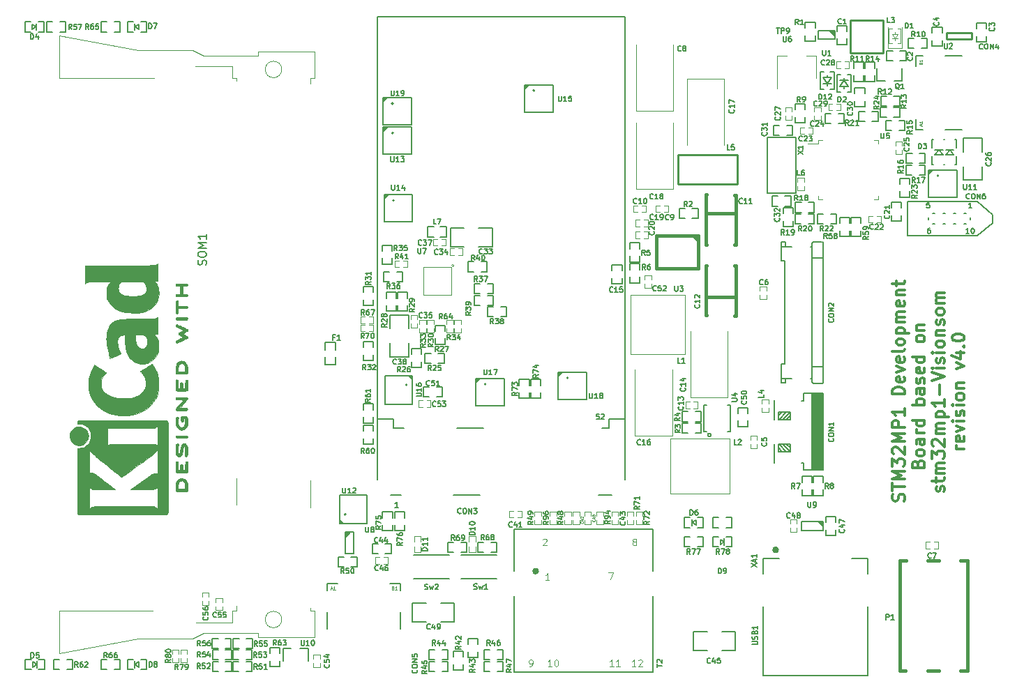
<source format=gbr>
%TF.GenerationSoftware,KiCad,Pcbnew,6.0.4-6f826c9f35~116~ubuntu20.04.1*%
%TF.CreationDate,2022-04-07T12:40:15+02:00*%
%TF.ProjectId,stm32mp1-custom-devboard,73746d33-326d-4703-912d-637573746f6d,V4.0*%
%TF.SameCoordinates,Original*%
%TF.FileFunction,Legend,Top*%
%TF.FilePolarity,Positive*%
%FSLAX46Y46*%
G04 Gerber Fmt 4.6, Leading zero omitted, Abs format (unit mm)*
G04 Created by KiCad (PCBNEW 6.0.4-6f826c9f35~116~ubuntu20.04.1) date 2022-04-07 12:40:15*
%MOMM*%
%LPD*%
G01*
G04 APERTURE LIST*
%ADD10C,0.300000*%
%ADD11C,0.158750*%
%ADD12C,0.150000*%
%ADD13C,0.127000*%
%ADD14C,0.079375*%
%ADD15C,0.076200*%
%ADD16C,0.032512*%
%ADD17C,0.120000*%
%ADD18C,0.100000*%
%ADD19C,0.200000*%
%ADD20C,0.381000*%
%ADD21C,0.254000*%
%ADD22C,0.198120*%
%ADD23C,0.398780*%
%ADD24C,0.400000*%
%ADD25C,0.010000*%
G04 APERTURE END LIST*
D10*
X201334642Y-121315714D02*
X201406071Y-121101428D01*
X201406071Y-120744285D01*
X201334642Y-120601428D01*
X201263214Y-120530000D01*
X201120357Y-120458571D01*
X200977500Y-120458571D01*
X200834642Y-120530000D01*
X200763214Y-120601428D01*
X200691785Y-120744285D01*
X200620357Y-121030000D01*
X200548928Y-121172857D01*
X200477500Y-121244285D01*
X200334642Y-121315714D01*
X200191785Y-121315714D01*
X200048928Y-121244285D01*
X199977500Y-121172857D01*
X199906071Y-121030000D01*
X199906071Y-120672857D01*
X199977500Y-120458571D01*
X199906071Y-120030000D02*
X199906071Y-119172857D01*
X201406071Y-119601428D02*
X199906071Y-119601428D01*
X201406071Y-118672857D02*
X199906071Y-118672857D01*
X200977500Y-118172857D01*
X199906071Y-117672857D01*
X201406071Y-117672857D01*
X199906071Y-117101428D02*
X199906071Y-116172857D01*
X200477500Y-116672857D01*
X200477500Y-116458571D01*
X200548928Y-116315714D01*
X200620357Y-116244285D01*
X200763214Y-116172857D01*
X201120357Y-116172857D01*
X201263214Y-116244285D01*
X201334642Y-116315714D01*
X201406071Y-116458571D01*
X201406071Y-116887142D01*
X201334642Y-117030000D01*
X201263214Y-117101428D01*
X200048928Y-115601428D02*
X199977500Y-115530000D01*
X199906071Y-115387142D01*
X199906071Y-115030000D01*
X199977500Y-114887142D01*
X200048928Y-114815714D01*
X200191785Y-114744285D01*
X200334642Y-114744285D01*
X200548928Y-114815714D01*
X201406071Y-115672857D01*
X201406071Y-114744285D01*
X201406071Y-114101428D02*
X199906071Y-114101428D01*
X200977500Y-113601428D01*
X199906071Y-113101428D01*
X201406071Y-113101428D01*
X201406071Y-112387142D02*
X199906071Y-112387142D01*
X199906071Y-111815714D01*
X199977500Y-111672857D01*
X200048928Y-111601428D01*
X200191785Y-111530000D01*
X200406071Y-111530000D01*
X200548928Y-111601428D01*
X200620357Y-111672857D01*
X200691785Y-111815714D01*
X200691785Y-112387142D01*
X201406071Y-110101428D02*
X201406071Y-110958571D01*
X201406071Y-110530000D02*
X199906071Y-110530000D01*
X200120357Y-110672857D01*
X200263214Y-110815714D01*
X200334642Y-110958571D01*
X201406071Y-108315714D02*
X199906071Y-108315714D01*
X199906071Y-107958571D01*
X199977500Y-107744285D01*
X200120357Y-107601428D01*
X200263214Y-107530000D01*
X200548928Y-107458571D01*
X200763214Y-107458571D01*
X201048928Y-107530000D01*
X201191785Y-107601428D01*
X201334642Y-107744285D01*
X201406071Y-107958571D01*
X201406071Y-108315714D01*
X201334642Y-106244285D02*
X201406071Y-106387142D01*
X201406071Y-106672857D01*
X201334642Y-106815714D01*
X201191785Y-106887142D01*
X200620357Y-106887142D01*
X200477500Y-106815714D01*
X200406071Y-106672857D01*
X200406071Y-106387142D01*
X200477500Y-106244285D01*
X200620357Y-106172857D01*
X200763214Y-106172857D01*
X200906071Y-106887142D01*
X200406071Y-105672857D02*
X201406071Y-105315714D01*
X200406071Y-104958571D01*
X201334642Y-103815714D02*
X201406071Y-103958571D01*
X201406071Y-104244285D01*
X201334642Y-104387142D01*
X201191785Y-104458571D01*
X200620357Y-104458571D01*
X200477500Y-104387142D01*
X200406071Y-104244285D01*
X200406071Y-103958571D01*
X200477500Y-103815714D01*
X200620357Y-103744285D01*
X200763214Y-103744285D01*
X200906071Y-104458571D01*
X201406071Y-102887142D02*
X201334642Y-103030000D01*
X201191785Y-103101428D01*
X199906071Y-103101428D01*
X201406071Y-102101428D02*
X201334642Y-102244285D01*
X201263214Y-102315714D01*
X201120357Y-102387142D01*
X200691785Y-102387142D01*
X200548928Y-102315714D01*
X200477500Y-102244285D01*
X200406071Y-102101428D01*
X200406071Y-101887142D01*
X200477500Y-101744285D01*
X200548928Y-101672857D01*
X200691785Y-101601428D01*
X201120357Y-101601428D01*
X201263214Y-101672857D01*
X201334642Y-101744285D01*
X201406071Y-101887142D01*
X201406071Y-102101428D01*
X200406071Y-100958571D02*
X201906071Y-100958571D01*
X200477500Y-100958571D02*
X200406071Y-100815714D01*
X200406071Y-100530000D01*
X200477500Y-100387142D01*
X200548928Y-100315714D01*
X200691785Y-100244285D01*
X201120357Y-100244285D01*
X201263214Y-100315714D01*
X201334642Y-100387142D01*
X201406071Y-100530000D01*
X201406071Y-100815714D01*
X201334642Y-100958571D01*
X201406071Y-99601428D02*
X200406071Y-99601428D01*
X200548928Y-99601428D02*
X200477500Y-99530000D01*
X200406071Y-99387142D01*
X200406071Y-99172857D01*
X200477500Y-99030000D01*
X200620357Y-98958571D01*
X201406071Y-98958571D01*
X200620357Y-98958571D02*
X200477500Y-98887142D01*
X200406071Y-98744285D01*
X200406071Y-98530000D01*
X200477500Y-98387142D01*
X200620357Y-98315714D01*
X201406071Y-98315714D01*
X201334642Y-97030000D02*
X201406071Y-97172857D01*
X201406071Y-97458571D01*
X201334642Y-97601428D01*
X201191785Y-97672857D01*
X200620357Y-97672857D01*
X200477500Y-97601428D01*
X200406071Y-97458571D01*
X200406071Y-97172857D01*
X200477500Y-97030000D01*
X200620357Y-96958571D01*
X200763214Y-96958571D01*
X200906071Y-97672857D01*
X200406071Y-96315714D02*
X201406071Y-96315714D01*
X200548928Y-96315714D02*
X200477500Y-96244285D01*
X200406071Y-96101428D01*
X200406071Y-95887142D01*
X200477500Y-95744285D01*
X200620357Y-95672857D01*
X201406071Y-95672857D01*
X200406071Y-95172857D02*
X200406071Y-94601428D01*
X199906071Y-94958571D02*
X201191785Y-94958571D01*
X201334642Y-94887142D01*
X201406071Y-94744285D01*
X201406071Y-94601428D01*
X203035357Y-116780000D02*
X203106785Y-116565714D01*
X203178214Y-116494285D01*
X203321071Y-116422857D01*
X203535357Y-116422857D01*
X203678214Y-116494285D01*
X203749642Y-116565714D01*
X203821071Y-116708571D01*
X203821071Y-117280000D01*
X202321071Y-117280000D01*
X202321071Y-116780000D01*
X202392500Y-116637142D01*
X202463928Y-116565714D01*
X202606785Y-116494285D01*
X202749642Y-116494285D01*
X202892500Y-116565714D01*
X202963928Y-116637142D01*
X203035357Y-116780000D01*
X203035357Y-117280000D01*
X203821071Y-115565714D02*
X203749642Y-115708571D01*
X203678214Y-115780000D01*
X203535357Y-115851428D01*
X203106785Y-115851428D01*
X202963928Y-115780000D01*
X202892500Y-115708571D01*
X202821071Y-115565714D01*
X202821071Y-115351428D01*
X202892500Y-115208571D01*
X202963928Y-115137142D01*
X203106785Y-115065714D01*
X203535357Y-115065714D01*
X203678214Y-115137142D01*
X203749642Y-115208571D01*
X203821071Y-115351428D01*
X203821071Y-115565714D01*
X203821071Y-113780000D02*
X203035357Y-113780000D01*
X202892500Y-113851428D01*
X202821071Y-113994285D01*
X202821071Y-114280000D01*
X202892500Y-114422857D01*
X203749642Y-113780000D02*
X203821071Y-113922857D01*
X203821071Y-114280000D01*
X203749642Y-114422857D01*
X203606785Y-114494285D01*
X203463928Y-114494285D01*
X203321071Y-114422857D01*
X203249642Y-114280000D01*
X203249642Y-113922857D01*
X203178214Y-113780000D01*
X203821071Y-113065714D02*
X202821071Y-113065714D01*
X203106785Y-113065714D02*
X202963928Y-112994285D01*
X202892500Y-112922857D01*
X202821071Y-112780000D01*
X202821071Y-112637142D01*
X203821071Y-111494285D02*
X202321071Y-111494285D01*
X203749642Y-111494285D02*
X203821071Y-111637142D01*
X203821071Y-111922857D01*
X203749642Y-112065714D01*
X203678214Y-112137142D01*
X203535357Y-112208571D01*
X203106785Y-112208571D01*
X202963928Y-112137142D01*
X202892500Y-112065714D01*
X202821071Y-111922857D01*
X202821071Y-111637142D01*
X202892500Y-111494285D01*
X203821071Y-109637142D02*
X202321071Y-109637142D01*
X202892500Y-109637142D02*
X202821071Y-109494285D01*
X202821071Y-109208571D01*
X202892500Y-109065714D01*
X202963928Y-108994285D01*
X203106785Y-108922857D01*
X203535357Y-108922857D01*
X203678214Y-108994285D01*
X203749642Y-109065714D01*
X203821071Y-109208571D01*
X203821071Y-109494285D01*
X203749642Y-109637142D01*
X203821071Y-107637142D02*
X203035357Y-107637142D01*
X202892500Y-107708571D01*
X202821071Y-107851428D01*
X202821071Y-108137142D01*
X202892500Y-108280000D01*
X203749642Y-107637142D02*
X203821071Y-107780000D01*
X203821071Y-108137142D01*
X203749642Y-108280000D01*
X203606785Y-108351428D01*
X203463928Y-108351428D01*
X203321071Y-108280000D01*
X203249642Y-108137142D01*
X203249642Y-107780000D01*
X203178214Y-107637142D01*
X203749642Y-106994285D02*
X203821071Y-106851428D01*
X203821071Y-106565714D01*
X203749642Y-106422857D01*
X203606785Y-106351428D01*
X203535357Y-106351428D01*
X203392500Y-106422857D01*
X203321071Y-106565714D01*
X203321071Y-106780000D01*
X203249642Y-106922857D01*
X203106785Y-106994285D01*
X203035357Y-106994285D01*
X202892500Y-106922857D01*
X202821071Y-106780000D01*
X202821071Y-106565714D01*
X202892500Y-106422857D01*
X203749642Y-105137142D02*
X203821071Y-105280000D01*
X203821071Y-105565714D01*
X203749642Y-105708571D01*
X203606785Y-105780000D01*
X203035357Y-105780000D01*
X202892500Y-105708571D01*
X202821071Y-105565714D01*
X202821071Y-105280000D01*
X202892500Y-105137142D01*
X203035357Y-105065714D01*
X203178214Y-105065714D01*
X203321071Y-105780000D01*
X203821071Y-103780000D02*
X202321071Y-103780000D01*
X203749642Y-103780000D02*
X203821071Y-103922857D01*
X203821071Y-104208571D01*
X203749642Y-104351428D01*
X203678214Y-104422857D01*
X203535357Y-104494285D01*
X203106785Y-104494285D01*
X202963928Y-104422857D01*
X202892500Y-104351428D01*
X202821071Y-104208571D01*
X202821071Y-103922857D01*
X202892500Y-103780000D01*
X203821071Y-101708571D02*
X203749642Y-101851428D01*
X203678214Y-101922857D01*
X203535357Y-101994285D01*
X203106785Y-101994285D01*
X202963928Y-101922857D01*
X202892500Y-101851428D01*
X202821071Y-101708571D01*
X202821071Y-101494285D01*
X202892500Y-101351428D01*
X202963928Y-101280000D01*
X203106785Y-101208571D01*
X203535357Y-101208571D01*
X203678214Y-101280000D01*
X203749642Y-101351428D01*
X203821071Y-101494285D01*
X203821071Y-101708571D01*
X202821071Y-100565714D02*
X203821071Y-100565714D01*
X202963928Y-100565714D02*
X202892500Y-100494285D01*
X202821071Y-100351428D01*
X202821071Y-100137142D01*
X202892500Y-99994285D01*
X203035357Y-99922857D01*
X203821071Y-99922857D01*
X206164642Y-120137142D02*
X206236071Y-119994285D01*
X206236071Y-119708571D01*
X206164642Y-119565714D01*
X206021785Y-119494285D01*
X205950357Y-119494285D01*
X205807500Y-119565714D01*
X205736071Y-119708571D01*
X205736071Y-119922857D01*
X205664642Y-120065714D01*
X205521785Y-120137142D01*
X205450357Y-120137142D01*
X205307500Y-120065714D01*
X205236071Y-119922857D01*
X205236071Y-119708571D01*
X205307500Y-119565714D01*
X205236071Y-119065714D02*
X205236071Y-118494285D01*
X204736071Y-118851428D02*
X206021785Y-118851428D01*
X206164642Y-118780000D01*
X206236071Y-118637142D01*
X206236071Y-118494285D01*
X206236071Y-117994285D02*
X205236071Y-117994285D01*
X205378928Y-117994285D02*
X205307500Y-117922857D01*
X205236071Y-117780000D01*
X205236071Y-117565714D01*
X205307500Y-117422857D01*
X205450357Y-117351428D01*
X206236071Y-117351428D01*
X205450357Y-117351428D02*
X205307500Y-117280000D01*
X205236071Y-117137142D01*
X205236071Y-116922857D01*
X205307500Y-116780000D01*
X205450357Y-116708571D01*
X206236071Y-116708571D01*
X204736071Y-116137142D02*
X204736071Y-115208571D01*
X205307500Y-115708571D01*
X205307500Y-115494285D01*
X205378928Y-115351428D01*
X205450357Y-115280000D01*
X205593214Y-115208571D01*
X205950357Y-115208571D01*
X206093214Y-115280000D01*
X206164642Y-115351428D01*
X206236071Y-115494285D01*
X206236071Y-115922857D01*
X206164642Y-116065714D01*
X206093214Y-116137142D01*
X204878928Y-114637142D02*
X204807500Y-114565714D01*
X204736071Y-114422857D01*
X204736071Y-114065714D01*
X204807500Y-113922857D01*
X204878928Y-113851428D01*
X205021785Y-113780000D01*
X205164642Y-113780000D01*
X205378928Y-113851428D01*
X206236071Y-114708571D01*
X206236071Y-113780000D01*
X206236071Y-113137142D02*
X205236071Y-113137142D01*
X205378928Y-113137142D02*
X205307500Y-113065714D01*
X205236071Y-112922857D01*
X205236071Y-112708571D01*
X205307500Y-112565714D01*
X205450357Y-112494285D01*
X206236071Y-112494285D01*
X205450357Y-112494285D02*
X205307500Y-112422857D01*
X205236071Y-112280000D01*
X205236071Y-112065714D01*
X205307500Y-111922857D01*
X205450357Y-111851428D01*
X206236071Y-111851428D01*
X205236071Y-111137142D02*
X206736071Y-111137142D01*
X205307500Y-111137142D02*
X205236071Y-110994285D01*
X205236071Y-110708571D01*
X205307500Y-110565714D01*
X205378928Y-110494285D01*
X205521785Y-110422857D01*
X205950357Y-110422857D01*
X206093214Y-110494285D01*
X206164642Y-110565714D01*
X206236071Y-110708571D01*
X206236071Y-110994285D01*
X206164642Y-111137142D01*
X206236071Y-108994285D02*
X206236071Y-109851428D01*
X206236071Y-109422857D02*
X204736071Y-109422857D01*
X204950357Y-109565714D01*
X205093214Y-109708571D01*
X205164642Y-109851428D01*
X205664642Y-108351428D02*
X205664642Y-107208571D01*
X204736071Y-106708571D02*
X206236071Y-106208571D01*
X204736071Y-105708571D01*
X206236071Y-105208571D02*
X205236071Y-105208571D01*
X204736071Y-105208571D02*
X204807500Y-105280000D01*
X204878928Y-105208571D01*
X204807500Y-105137142D01*
X204736071Y-105208571D01*
X204878928Y-105208571D01*
X206164642Y-104565714D02*
X206236071Y-104422857D01*
X206236071Y-104137142D01*
X206164642Y-103994285D01*
X206021785Y-103922857D01*
X205950357Y-103922857D01*
X205807500Y-103994285D01*
X205736071Y-104137142D01*
X205736071Y-104351428D01*
X205664642Y-104494285D01*
X205521785Y-104565714D01*
X205450357Y-104565714D01*
X205307500Y-104494285D01*
X205236071Y-104351428D01*
X205236071Y-104137142D01*
X205307500Y-103994285D01*
X206236071Y-103280000D02*
X205236071Y-103280000D01*
X204736071Y-103280000D02*
X204807500Y-103351428D01*
X204878928Y-103280000D01*
X204807500Y-103208571D01*
X204736071Y-103280000D01*
X204878928Y-103280000D01*
X206236071Y-102351428D02*
X206164642Y-102494285D01*
X206093214Y-102565714D01*
X205950357Y-102637142D01*
X205521785Y-102637142D01*
X205378928Y-102565714D01*
X205307500Y-102494285D01*
X205236071Y-102351428D01*
X205236071Y-102137142D01*
X205307500Y-101994285D01*
X205378928Y-101922857D01*
X205521785Y-101851428D01*
X205950357Y-101851428D01*
X206093214Y-101922857D01*
X206164642Y-101994285D01*
X206236071Y-102137142D01*
X206236071Y-102351428D01*
X205236071Y-101208571D02*
X206236071Y-101208571D01*
X205378928Y-101208571D02*
X205307500Y-101137142D01*
X205236071Y-100994285D01*
X205236071Y-100780000D01*
X205307500Y-100637142D01*
X205450357Y-100565714D01*
X206236071Y-100565714D01*
X206164642Y-99922857D02*
X206236071Y-99780000D01*
X206236071Y-99494285D01*
X206164642Y-99351428D01*
X206021785Y-99280000D01*
X205950357Y-99280000D01*
X205807500Y-99351428D01*
X205736071Y-99494285D01*
X205736071Y-99708571D01*
X205664642Y-99851428D01*
X205521785Y-99922857D01*
X205450357Y-99922857D01*
X205307500Y-99851428D01*
X205236071Y-99708571D01*
X205236071Y-99494285D01*
X205307500Y-99351428D01*
X206236071Y-98422857D02*
X206164642Y-98565714D01*
X206093214Y-98637142D01*
X205950357Y-98708571D01*
X205521785Y-98708571D01*
X205378928Y-98637142D01*
X205307500Y-98565714D01*
X205236071Y-98422857D01*
X205236071Y-98208571D01*
X205307500Y-98065714D01*
X205378928Y-97994285D01*
X205521785Y-97922857D01*
X205950357Y-97922857D01*
X206093214Y-97994285D01*
X206164642Y-98065714D01*
X206236071Y-98208571D01*
X206236071Y-98422857D01*
X206236071Y-97280000D02*
X205236071Y-97280000D01*
X205378928Y-97280000D02*
X205307500Y-97208571D01*
X205236071Y-97065714D01*
X205236071Y-96851428D01*
X205307500Y-96708571D01*
X205450357Y-96637142D01*
X206236071Y-96637142D01*
X205450357Y-96637142D02*
X205307500Y-96565714D01*
X205236071Y-96422857D01*
X205236071Y-96208571D01*
X205307500Y-96065714D01*
X205450357Y-95994285D01*
X206236071Y-95994285D01*
X208651071Y-114958571D02*
X207651071Y-114958571D01*
X207936785Y-114958571D02*
X207793928Y-114887142D01*
X207722500Y-114815714D01*
X207651071Y-114672857D01*
X207651071Y-114530000D01*
X208579642Y-113458571D02*
X208651071Y-113601428D01*
X208651071Y-113887142D01*
X208579642Y-114030000D01*
X208436785Y-114101428D01*
X207865357Y-114101428D01*
X207722500Y-114030000D01*
X207651071Y-113887142D01*
X207651071Y-113601428D01*
X207722500Y-113458571D01*
X207865357Y-113387142D01*
X208008214Y-113387142D01*
X208151071Y-114101428D01*
X207651071Y-112887142D02*
X208651071Y-112530000D01*
X207651071Y-112172857D01*
X208651071Y-111601428D02*
X207651071Y-111601428D01*
X207151071Y-111601428D02*
X207222500Y-111672857D01*
X207293928Y-111601428D01*
X207222500Y-111530000D01*
X207151071Y-111601428D01*
X207293928Y-111601428D01*
X208579642Y-110958571D02*
X208651071Y-110815714D01*
X208651071Y-110530000D01*
X208579642Y-110387142D01*
X208436785Y-110315714D01*
X208365357Y-110315714D01*
X208222500Y-110387142D01*
X208151071Y-110530000D01*
X208151071Y-110744285D01*
X208079642Y-110887142D01*
X207936785Y-110958571D01*
X207865357Y-110958571D01*
X207722500Y-110887142D01*
X207651071Y-110744285D01*
X207651071Y-110530000D01*
X207722500Y-110387142D01*
X208651071Y-109672857D02*
X207651071Y-109672857D01*
X207151071Y-109672857D02*
X207222500Y-109744285D01*
X207293928Y-109672857D01*
X207222500Y-109601428D01*
X207151071Y-109672857D01*
X207293928Y-109672857D01*
X208651071Y-108744285D02*
X208579642Y-108887142D01*
X208508214Y-108958571D01*
X208365357Y-109030000D01*
X207936785Y-109030000D01*
X207793928Y-108958571D01*
X207722500Y-108887142D01*
X207651071Y-108744285D01*
X207651071Y-108530000D01*
X207722500Y-108387142D01*
X207793928Y-108315714D01*
X207936785Y-108244285D01*
X208365357Y-108244285D01*
X208508214Y-108315714D01*
X208579642Y-108387142D01*
X208651071Y-108530000D01*
X208651071Y-108744285D01*
X207651071Y-107601428D02*
X208651071Y-107601428D01*
X207793928Y-107601428D02*
X207722500Y-107530000D01*
X207651071Y-107387142D01*
X207651071Y-107172857D01*
X207722500Y-107030000D01*
X207865357Y-106958571D01*
X208651071Y-106958571D01*
X207651071Y-105244285D02*
X208651071Y-104887142D01*
X207651071Y-104530000D01*
X207651071Y-103315714D02*
X208651071Y-103315714D01*
X207079642Y-103672857D02*
X208151071Y-104030000D01*
X208151071Y-103101428D01*
X208508214Y-102530000D02*
X208579642Y-102458571D01*
X208651071Y-102530000D01*
X208579642Y-102601428D01*
X208508214Y-102530000D01*
X208651071Y-102530000D01*
X207151071Y-101530000D02*
X207151071Y-101387142D01*
X207222500Y-101244285D01*
X207293928Y-101172857D01*
X207436785Y-101101428D01*
X207722500Y-101030000D01*
X208079642Y-101030000D01*
X208365357Y-101101428D01*
X208508214Y-101172857D01*
X208579642Y-101244285D01*
X208651071Y-101387142D01*
X208651071Y-101530000D01*
X208579642Y-101672857D01*
X208508214Y-101744285D01*
X208365357Y-101815714D01*
X208079642Y-101887142D01*
X207722500Y-101887142D01*
X207436785Y-101815714D01*
X207293928Y-101744285D01*
X207222500Y-101672857D01*
X207151071Y-101530000D01*
D11*
%TO.C,CON3*%
X147548928Y-122766785D02*
X147518690Y-122797023D01*
X147427976Y-122827261D01*
X147367500Y-122827261D01*
X147276785Y-122797023D01*
X147216309Y-122736547D01*
X147186071Y-122676071D01*
X147155833Y-122555119D01*
X147155833Y-122464404D01*
X147186071Y-122343452D01*
X147216309Y-122282976D01*
X147276785Y-122222500D01*
X147367500Y-122192261D01*
X147427976Y-122192261D01*
X147518690Y-122222500D01*
X147548928Y-122252738D01*
X147942023Y-122192261D02*
X148062976Y-122192261D01*
X148123452Y-122222500D01*
X148183928Y-122282976D01*
X148214166Y-122403928D01*
X148214166Y-122615595D01*
X148183928Y-122736547D01*
X148123452Y-122797023D01*
X148062976Y-122827261D01*
X147942023Y-122827261D01*
X147881547Y-122797023D01*
X147821071Y-122736547D01*
X147790833Y-122615595D01*
X147790833Y-122403928D01*
X147821071Y-122282976D01*
X147881547Y-122222500D01*
X147942023Y-122192261D01*
X148486309Y-122827261D02*
X148486309Y-122192261D01*
X148849166Y-122827261D01*
X148849166Y-122192261D01*
X149091071Y-122192261D02*
X149484166Y-122192261D01*
X149272500Y-122434166D01*
X149363214Y-122434166D01*
X149423690Y-122464404D01*
X149453928Y-122494642D01*
X149484166Y-122555119D01*
X149484166Y-122706309D01*
X149453928Y-122766785D01*
X149423690Y-122797023D01*
X149363214Y-122827261D01*
X149181785Y-122827261D01*
X149121309Y-122797023D01*
X149091071Y-122766785D01*
X139931428Y-122069761D02*
X139568571Y-122069761D01*
X139750000Y-122069761D02*
X139750000Y-121434761D01*
X139689523Y-121525476D01*
X139629047Y-121585952D01*
X139568571Y-121616190D01*
X164298809Y-110734761D02*
X163996428Y-110734761D01*
X163966190Y-111037142D01*
X163996428Y-111006904D01*
X164056904Y-110976666D01*
X164208095Y-110976666D01*
X164268571Y-111006904D01*
X164298809Y-111037142D01*
X164329047Y-111097619D01*
X164329047Y-111248809D01*
X164298809Y-111309285D01*
X164268571Y-111339523D01*
X164208095Y-111369761D01*
X164056904Y-111369761D01*
X163996428Y-111339523D01*
X163966190Y-111309285D01*
X164570952Y-110795238D02*
X164601190Y-110765000D01*
X164661666Y-110734761D01*
X164812857Y-110734761D01*
X164873333Y-110765000D01*
X164903571Y-110795238D01*
X164933809Y-110855714D01*
X164933809Y-110916190D01*
X164903571Y-111006904D01*
X164540714Y-111369761D01*
X164933809Y-111369761D01*
D12*
%TO.C,L1*%
X174184166Y-104537261D02*
X173881785Y-104537261D01*
X173881785Y-103902261D01*
X174728452Y-104537261D02*
X174365595Y-104537261D01*
X174547023Y-104537261D02*
X174547023Y-103902261D01*
X174486547Y-103992976D01*
X174426071Y-104053452D01*
X174365595Y-104083690D01*
%TO.C,L2*%
X181024166Y-114457261D02*
X180721785Y-114457261D01*
X180721785Y-113822261D01*
X181205595Y-113882738D02*
X181235833Y-113852500D01*
X181296309Y-113822261D01*
X181447500Y-113822261D01*
X181507976Y-113852500D01*
X181538214Y-113882738D01*
X181568452Y-113943214D01*
X181568452Y-114003690D01*
X181538214Y-114094404D01*
X181175357Y-114457261D01*
X181568452Y-114457261D01*
D11*
%TO.C,U11*%
X208563809Y-82852261D02*
X208563809Y-83366309D01*
X208594047Y-83426785D01*
X208624285Y-83457023D01*
X208684761Y-83487261D01*
X208805714Y-83487261D01*
X208866190Y-83457023D01*
X208896428Y-83426785D01*
X208926666Y-83366309D01*
X208926666Y-82852261D01*
X209561666Y-83487261D02*
X209198809Y-83487261D01*
X209380238Y-83487261D02*
X209380238Y-82852261D01*
X209319761Y-82942976D01*
X209259285Y-83003452D01*
X209198809Y-83033690D01*
X210166428Y-83487261D02*
X209803571Y-83487261D01*
X209985000Y-83487261D02*
X209985000Y-82852261D01*
X209924523Y-82942976D01*
X209864047Y-83003452D01*
X209803571Y-83033690D01*
%TO.C,U18*%
X163143809Y-108212261D02*
X163143809Y-108726309D01*
X163174047Y-108786785D01*
X163204285Y-108817023D01*
X163264761Y-108847261D01*
X163385714Y-108847261D01*
X163446190Y-108817023D01*
X163476428Y-108786785D01*
X163506666Y-108726309D01*
X163506666Y-108212261D01*
X164141666Y-108847261D02*
X163778809Y-108847261D01*
X163960238Y-108847261D02*
X163960238Y-108212261D01*
X163899761Y-108302976D01*
X163839285Y-108363452D01*
X163778809Y-108393690D01*
X164504523Y-108484404D02*
X164444047Y-108454166D01*
X164413809Y-108423928D01*
X164383571Y-108363452D01*
X164383571Y-108333214D01*
X164413809Y-108272738D01*
X164444047Y-108242500D01*
X164504523Y-108212261D01*
X164625476Y-108212261D01*
X164685952Y-108242500D01*
X164716190Y-108272738D01*
X164746428Y-108333214D01*
X164746428Y-108363452D01*
X164716190Y-108423928D01*
X164685952Y-108454166D01*
X164625476Y-108484404D01*
X164504523Y-108484404D01*
X164444047Y-108514642D01*
X164413809Y-108544880D01*
X164383571Y-108605357D01*
X164383571Y-108726309D01*
X164413809Y-108786785D01*
X164444047Y-108817023D01*
X164504523Y-108847261D01*
X164625476Y-108847261D01*
X164685952Y-108817023D01*
X164716190Y-108786785D01*
X164746428Y-108726309D01*
X164746428Y-108605357D01*
X164716190Y-108544880D01*
X164685952Y-108514642D01*
X164625476Y-108484404D01*
%TO.C,U16*%
X142122261Y-108586190D02*
X142636309Y-108586190D01*
X142696785Y-108555952D01*
X142727023Y-108525714D01*
X142757261Y-108465238D01*
X142757261Y-108344285D01*
X142727023Y-108283809D01*
X142696785Y-108253571D01*
X142636309Y-108223333D01*
X142122261Y-108223333D01*
X142757261Y-107588333D02*
X142757261Y-107951190D01*
X142757261Y-107769761D02*
X142122261Y-107769761D01*
X142212976Y-107830238D01*
X142273452Y-107890714D01*
X142303690Y-107951190D01*
X142122261Y-107044047D02*
X142122261Y-107165000D01*
X142152500Y-107225476D01*
X142182738Y-107255714D01*
X142273452Y-107316190D01*
X142394404Y-107346428D01*
X142636309Y-107346428D01*
X142696785Y-107316190D01*
X142727023Y-107285952D01*
X142757261Y-107225476D01*
X142757261Y-107104523D01*
X142727023Y-107044047D01*
X142696785Y-107013809D01*
X142636309Y-106983571D01*
X142485119Y-106983571D01*
X142424642Y-107013809D01*
X142394404Y-107044047D01*
X142364166Y-107104523D01*
X142364166Y-107225476D01*
X142394404Y-107285952D01*
X142424642Y-107316190D01*
X142485119Y-107346428D01*
%TO.C,U19*%
X139063809Y-71452261D02*
X139063809Y-71966309D01*
X139094047Y-72026785D01*
X139124285Y-72057023D01*
X139184761Y-72087261D01*
X139305714Y-72087261D01*
X139366190Y-72057023D01*
X139396428Y-72026785D01*
X139426666Y-71966309D01*
X139426666Y-71452261D01*
X140061666Y-72087261D02*
X139698809Y-72087261D01*
X139880238Y-72087261D02*
X139880238Y-71452261D01*
X139819761Y-71542976D01*
X139759285Y-71603452D01*
X139698809Y-71633690D01*
X140364047Y-72087261D02*
X140485000Y-72087261D01*
X140545476Y-72057023D01*
X140575714Y-72026785D01*
X140636190Y-71936071D01*
X140666428Y-71815119D01*
X140666428Y-71573214D01*
X140636190Y-71512738D01*
X140605952Y-71482500D01*
X140545476Y-71452261D01*
X140424523Y-71452261D01*
X140364047Y-71482500D01*
X140333809Y-71512738D01*
X140303571Y-71573214D01*
X140303571Y-71724404D01*
X140333809Y-71784880D01*
X140364047Y-71815119D01*
X140424523Y-71845357D01*
X140545476Y-71845357D01*
X140605952Y-71815119D01*
X140636190Y-71784880D01*
X140666428Y-71724404D01*
%TO.C,U12*%
X133183809Y-119692261D02*
X133183809Y-120206309D01*
X133214047Y-120266785D01*
X133244285Y-120297023D01*
X133304761Y-120327261D01*
X133425714Y-120327261D01*
X133486190Y-120297023D01*
X133516428Y-120266785D01*
X133546666Y-120206309D01*
X133546666Y-119692261D01*
X134181666Y-120327261D02*
X133818809Y-120327261D01*
X134000238Y-120327261D02*
X134000238Y-119692261D01*
X133939761Y-119782976D01*
X133879285Y-119843452D01*
X133818809Y-119873690D01*
X134423571Y-119752738D02*
X134453809Y-119722500D01*
X134514285Y-119692261D01*
X134665476Y-119692261D01*
X134725952Y-119722500D01*
X134756190Y-119752738D01*
X134786428Y-119813214D01*
X134786428Y-119873690D01*
X134756190Y-119964404D01*
X134393333Y-120327261D01*
X134786428Y-120327261D01*
%TO.C,U13*%
X139043809Y-79472261D02*
X139043809Y-79986309D01*
X139074047Y-80046785D01*
X139104285Y-80077023D01*
X139164761Y-80107261D01*
X139285714Y-80107261D01*
X139346190Y-80077023D01*
X139376428Y-80046785D01*
X139406666Y-79986309D01*
X139406666Y-79472261D01*
X140041666Y-80107261D02*
X139678809Y-80107261D01*
X139860238Y-80107261D02*
X139860238Y-79472261D01*
X139799761Y-79562976D01*
X139739285Y-79623452D01*
X139678809Y-79653690D01*
X140253333Y-79472261D02*
X140646428Y-79472261D01*
X140434761Y-79714166D01*
X140525476Y-79714166D01*
X140585952Y-79744404D01*
X140616190Y-79774642D01*
X140646428Y-79835119D01*
X140646428Y-79986309D01*
X140616190Y-80046785D01*
X140585952Y-80077023D01*
X140525476Y-80107261D01*
X140344047Y-80107261D01*
X140283571Y-80077023D01*
X140253333Y-80046785D01*
%TO.C,U17*%
X150333809Y-105302261D02*
X150333809Y-105816309D01*
X150364047Y-105876785D01*
X150394285Y-105907023D01*
X150454761Y-105937261D01*
X150575714Y-105937261D01*
X150636190Y-105907023D01*
X150666428Y-105876785D01*
X150696666Y-105816309D01*
X150696666Y-105302261D01*
X151331666Y-105937261D02*
X150968809Y-105937261D01*
X151150238Y-105937261D02*
X151150238Y-105302261D01*
X151089761Y-105392976D01*
X151029285Y-105453452D01*
X150968809Y-105483690D01*
X151543333Y-105302261D02*
X151966666Y-105302261D01*
X151694523Y-105937261D01*
%TO.C,U14*%
X139143809Y-82912261D02*
X139143809Y-83426309D01*
X139174047Y-83486785D01*
X139204285Y-83517023D01*
X139264761Y-83547261D01*
X139385714Y-83547261D01*
X139446190Y-83517023D01*
X139476428Y-83486785D01*
X139506666Y-83426309D01*
X139506666Y-82912261D01*
X140141666Y-83547261D02*
X139778809Y-83547261D01*
X139960238Y-83547261D02*
X139960238Y-82912261D01*
X139899761Y-83002976D01*
X139839285Y-83063452D01*
X139778809Y-83093690D01*
X140685952Y-83123928D02*
X140685952Y-83547261D01*
X140534761Y-82882023D02*
X140383571Y-83335595D01*
X140776666Y-83335595D01*
%TO.C,U15*%
X159383809Y-72112261D02*
X159383809Y-72626309D01*
X159414047Y-72686785D01*
X159444285Y-72717023D01*
X159504761Y-72747261D01*
X159625714Y-72747261D01*
X159686190Y-72717023D01*
X159716428Y-72686785D01*
X159746666Y-72626309D01*
X159746666Y-72112261D01*
X160381666Y-72747261D02*
X160018809Y-72747261D01*
X160200238Y-72747261D02*
X160200238Y-72112261D01*
X160139761Y-72202976D01*
X160079285Y-72263452D01*
X160018809Y-72293690D01*
X160956190Y-72112261D02*
X160653809Y-72112261D01*
X160623571Y-72414642D01*
X160653809Y-72384404D01*
X160714285Y-72354166D01*
X160865476Y-72354166D01*
X160925952Y-72384404D01*
X160956190Y-72414642D01*
X160986428Y-72475119D01*
X160986428Y-72626309D01*
X160956190Y-72686785D01*
X160925952Y-72717023D01*
X160865476Y-72747261D01*
X160714285Y-72747261D01*
X160653809Y-72717023D01*
X160623571Y-72686785D01*
%TO.C,D12*%
X190988928Y-72527261D02*
X190988928Y-71892261D01*
X191140119Y-71892261D01*
X191230833Y-71922500D01*
X191291309Y-71982976D01*
X191321547Y-72043452D01*
X191351785Y-72164404D01*
X191351785Y-72255119D01*
X191321547Y-72376071D01*
X191291309Y-72436547D01*
X191230833Y-72497023D01*
X191140119Y-72527261D01*
X190988928Y-72527261D01*
X191956547Y-72527261D02*
X191593690Y-72527261D01*
X191775119Y-72527261D02*
X191775119Y-71892261D01*
X191714642Y-71982976D01*
X191654166Y-72043452D01*
X191593690Y-72073690D01*
X192198452Y-71952738D02*
X192228690Y-71922500D01*
X192289166Y-71892261D01*
X192440357Y-71892261D01*
X192500833Y-71922500D01*
X192531071Y-71952738D01*
X192561309Y-72013214D01*
X192561309Y-72073690D01*
X192531071Y-72164404D01*
X192168214Y-72527261D01*
X192561309Y-72527261D01*
%TO.C,D2*%
X193331309Y-72847261D02*
X193331309Y-72212261D01*
X193482500Y-72212261D01*
X193573214Y-72242500D01*
X193633690Y-72302976D01*
X193663928Y-72363452D01*
X193694166Y-72484404D01*
X193694166Y-72575119D01*
X193663928Y-72696071D01*
X193633690Y-72756547D01*
X193573214Y-72817023D01*
X193482500Y-72847261D01*
X193331309Y-72847261D01*
X193936071Y-72272738D02*
X193966309Y-72242500D01*
X194026785Y-72212261D01*
X194177976Y-72212261D01*
X194238452Y-72242500D01*
X194268690Y-72272738D01*
X194298928Y-72333214D01*
X194298928Y-72393690D01*
X194268690Y-72484404D01*
X193905833Y-72847261D01*
X194298928Y-72847261D01*
D12*
%TO.C,R80*%
X112347261Y-140528214D02*
X112044880Y-140739880D01*
X112347261Y-140891071D02*
X111712261Y-140891071D01*
X111712261Y-140649166D01*
X111742500Y-140588690D01*
X111772738Y-140558452D01*
X111833214Y-140528214D01*
X111923928Y-140528214D01*
X111984404Y-140558452D01*
X112014642Y-140588690D01*
X112044880Y-140649166D01*
X112044880Y-140891071D01*
X111984404Y-140165357D02*
X111954166Y-140225833D01*
X111923928Y-140256071D01*
X111863452Y-140286309D01*
X111833214Y-140286309D01*
X111772738Y-140256071D01*
X111742500Y-140225833D01*
X111712261Y-140165357D01*
X111712261Y-140044404D01*
X111742500Y-139983928D01*
X111772738Y-139953690D01*
X111833214Y-139923452D01*
X111863452Y-139923452D01*
X111923928Y-139953690D01*
X111954166Y-139983928D01*
X111984404Y-140044404D01*
X111984404Y-140165357D01*
X112014642Y-140225833D01*
X112044880Y-140256071D01*
X112105357Y-140286309D01*
X112226309Y-140286309D01*
X112286785Y-140256071D01*
X112317023Y-140225833D01*
X112347261Y-140165357D01*
X112347261Y-140044404D01*
X112317023Y-139983928D01*
X112286785Y-139953690D01*
X112226309Y-139923452D01*
X112105357Y-139923452D01*
X112044880Y-139953690D01*
X112014642Y-139983928D01*
X111984404Y-140044404D01*
X111712261Y-139530357D02*
X111712261Y-139469880D01*
X111742500Y-139409404D01*
X111772738Y-139379166D01*
X111833214Y-139348928D01*
X111954166Y-139318690D01*
X112105357Y-139318690D01*
X112226309Y-139348928D01*
X112286785Y-139379166D01*
X112317023Y-139409404D01*
X112347261Y-139469880D01*
X112347261Y-139530357D01*
X112317023Y-139590833D01*
X112286785Y-139621071D01*
X112226309Y-139651309D01*
X112105357Y-139681547D01*
X111954166Y-139681547D01*
X111833214Y-139651309D01*
X111772738Y-139621071D01*
X111742500Y-139590833D01*
X111712261Y-139530357D01*
%TO.C,R79*%
X113231785Y-141747261D02*
X113020119Y-141444880D01*
X112868928Y-141747261D02*
X112868928Y-141112261D01*
X113110833Y-141112261D01*
X113171309Y-141142500D01*
X113201547Y-141172738D01*
X113231785Y-141233214D01*
X113231785Y-141323928D01*
X113201547Y-141384404D01*
X113171309Y-141414642D01*
X113110833Y-141444880D01*
X112868928Y-141444880D01*
X113443452Y-141112261D02*
X113866785Y-141112261D01*
X113594642Y-141747261D01*
X114138928Y-141747261D02*
X114259880Y-141747261D01*
X114320357Y-141717023D01*
X114350595Y-141686785D01*
X114411071Y-141596071D01*
X114441309Y-141475119D01*
X114441309Y-141233214D01*
X114411071Y-141172738D01*
X114380833Y-141142500D01*
X114320357Y-141112261D01*
X114199404Y-141112261D01*
X114138928Y-141142500D01*
X114108690Y-141172738D01*
X114078452Y-141233214D01*
X114078452Y-141384404D01*
X114108690Y-141444880D01*
X114138928Y-141475119D01*
X114199404Y-141505357D01*
X114320357Y-141505357D01*
X114380833Y-141475119D01*
X114411071Y-141444880D01*
X114441309Y-141384404D01*
D11*
%TO.C,C1*%
X193704166Y-63286785D02*
X193673928Y-63317023D01*
X193583214Y-63347261D01*
X193522738Y-63347261D01*
X193432023Y-63317023D01*
X193371547Y-63256547D01*
X193341309Y-63196071D01*
X193311071Y-63075119D01*
X193311071Y-62984404D01*
X193341309Y-62863452D01*
X193371547Y-62802976D01*
X193432023Y-62742500D01*
X193522738Y-62712261D01*
X193583214Y-62712261D01*
X193673928Y-62742500D01*
X193704166Y-62772738D01*
X194308928Y-63347261D02*
X193946071Y-63347261D01*
X194127500Y-63347261D02*
X194127500Y-62712261D01*
X194067023Y-62802976D01*
X194006547Y-62863452D01*
X193946071Y-62893690D01*
D13*
%TO.C,C2*%
X202326785Y-67415833D02*
X202357023Y-67446071D01*
X202387261Y-67536785D01*
X202387261Y-67597261D01*
X202357023Y-67687976D01*
X202296547Y-67748452D01*
X202236071Y-67778690D01*
X202115119Y-67808928D01*
X202024404Y-67808928D01*
X201903452Y-67778690D01*
X201842976Y-67748452D01*
X201782500Y-67687976D01*
X201752261Y-67597261D01*
X201752261Y-67536785D01*
X201782500Y-67446071D01*
X201812738Y-67415833D01*
X201812738Y-67173928D02*
X201782500Y-67143690D01*
X201752261Y-67083214D01*
X201752261Y-66932023D01*
X201782500Y-66871547D01*
X201812738Y-66841309D01*
X201873214Y-66811071D01*
X201933690Y-66811071D01*
X202024404Y-66841309D01*
X202387261Y-67204166D01*
X202387261Y-66811071D01*
D11*
%TO.C,D1*%
X201481309Y-63867261D02*
X201481309Y-63232261D01*
X201632500Y-63232261D01*
X201723214Y-63262500D01*
X201783690Y-63322976D01*
X201813928Y-63383452D01*
X201844166Y-63504404D01*
X201844166Y-63595119D01*
X201813928Y-63716071D01*
X201783690Y-63776547D01*
X201723214Y-63837023D01*
X201632500Y-63867261D01*
X201481309Y-63867261D01*
X202448928Y-63867261D02*
X202086071Y-63867261D01*
X202267500Y-63867261D02*
X202267500Y-63232261D01*
X202207023Y-63322976D01*
X202146547Y-63383452D01*
X202086071Y-63413690D01*
%TO.C,U1*%
X191466215Y-66569991D02*
X191466215Y-67084039D01*
X191496453Y-67144515D01*
X191526691Y-67174753D01*
X191587167Y-67204991D01*
X191708120Y-67204991D01*
X191768596Y-67174753D01*
X191798834Y-67144515D01*
X191829072Y-67084039D01*
X191829072Y-66569991D01*
X192464072Y-67204991D02*
X192101215Y-67204991D01*
X192282644Y-67204991D02*
X192282644Y-66569991D01*
X192222167Y-66660706D01*
X192161691Y-66721182D01*
X192101215Y-66751420D01*
D12*
%TO.C,C6*%
X184206411Y-94979105D02*
X184176173Y-95009343D01*
X184085459Y-95039581D01*
X184024983Y-95039581D01*
X183934268Y-95009343D01*
X183873792Y-94948867D01*
X183843554Y-94888391D01*
X183813316Y-94767439D01*
X183813316Y-94676724D01*
X183843554Y-94555772D01*
X183873792Y-94495296D01*
X183934268Y-94434820D01*
X184024983Y-94404581D01*
X184085459Y-94404581D01*
X184176173Y-94434820D01*
X184206411Y-94465058D01*
X184750697Y-94404581D02*
X184629745Y-94404581D01*
X184569268Y-94434820D01*
X184539030Y-94465058D01*
X184478554Y-94555772D01*
X184448316Y-94676724D01*
X184448316Y-94918629D01*
X184478554Y-94979105D01*
X184508792Y-95009343D01*
X184569268Y-95039581D01*
X184690221Y-95039581D01*
X184750697Y-95009343D01*
X184780935Y-94979105D01*
X184811173Y-94918629D01*
X184811173Y-94767439D01*
X184780935Y-94706962D01*
X184750697Y-94676724D01*
X184690221Y-94646486D01*
X184569268Y-94646486D01*
X184508792Y-94676724D01*
X184478554Y-94706962D01*
X184448316Y-94767439D01*
%TO.C,L4*%
X184297261Y-108405833D02*
X184297261Y-108708214D01*
X183662261Y-108708214D01*
X183873928Y-107922023D02*
X184297261Y-107922023D01*
X183632023Y-108073214D02*
X184085595Y-108224404D01*
X184085595Y-107831309D01*
%TO.C,CON2*%
X192726785Y-99201071D02*
X192757023Y-99231309D01*
X192787261Y-99322023D01*
X192787261Y-99382500D01*
X192757023Y-99473214D01*
X192696547Y-99533690D01*
X192636071Y-99563928D01*
X192515119Y-99594166D01*
X192424404Y-99594166D01*
X192303452Y-99563928D01*
X192242976Y-99533690D01*
X192182500Y-99473214D01*
X192152261Y-99382500D01*
X192152261Y-99322023D01*
X192182500Y-99231309D01*
X192212738Y-99201071D01*
X192152261Y-98807976D02*
X192152261Y-98687023D01*
X192182500Y-98626547D01*
X192242976Y-98566071D01*
X192363928Y-98535833D01*
X192575595Y-98535833D01*
X192696547Y-98566071D01*
X192757023Y-98626547D01*
X192787261Y-98687023D01*
X192787261Y-98807976D01*
X192757023Y-98868452D01*
X192696547Y-98928928D01*
X192575595Y-98959166D01*
X192363928Y-98959166D01*
X192242976Y-98928928D01*
X192182500Y-98868452D01*
X192152261Y-98807976D01*
X192787261Y-98263690D02*
X192152261Y-98263690D01*
X192787261Y-97900833D01*
X192152261Y-97900833D01*
X192212738Y-97628690D02*
X192182500Y-97598452D01*
X192152261Y-97537976D01*
X192152261Y-97386785D01*
X192182500Y-97326309D01*
X192212738Y-97296071D01*
X192273214Y-97265833D01*
X192333690Y-97265833D01*
X192424404Y-97296071D01*
X192787261Y-97658928D01*
X192787261Y-97265833D01*
%TO.C,SOM1*%
X116594761Y-92637142D02*
X116642380Y-92494285D01*
X116642380Y-92256190D01*
X116594761Y-92160952D01*
X116547142Y-92113333D01*
X116451904Y-92065714D01*
X116356666Y-92065714D01*
X116261428Y-92113333D01*
X116213809Y-92160952D01*
X116166190Y-92256190D01*
X116118571Y-92446666D01*
X116070952Y-92541904D01*
X116023333Y-92589523D01*
X115928095Y-92637142D01*
X115832857Y-92637142D01*
X115737619Y-92589523D01*
X115690000Y-92541904D01*
X115642380Y-92446666D01*
X115642380Y-92208571D01*
X115690000Y-92065714D01*
X115642380Y-91446666D02*
X115642380Y-91256190D01*
X115690000Y-91160952D01*
X115785238Y-91065714D01*
X115975714Y-91018095D01*
X116309047Y-91018095D01*
X116499523Y-91065714D01*
X116594761Y-91160952D01*
X116642380Y-91256190D01*
X116642380Y-91446666D01*
X116594761Y-91541904D01*
X116499523Y-91637142D01*
X116309047Y-91684761D01*
X115975714Y-91684761D01*
X115785238Y-91637142D01*
X115690000Y-91541904D01*
X115642380Y-91446666D01*
X116642380Y-90589523D02*
X115642380Y-90589523D01*
X116356666Y-90256190D01*
X115642380Y-89922857D01*
X116642380Y-89922857D01*
X116642380Y-88922857D02*
X116642380Y-89494285D01*
X116642380Y-89208571D02*
X115642380Y-89208571D01*
X115785238Y-89303809D01*
X115880476Y-89399047D01*
X115928095Y-89494285D01*
D11*
%TO.C,U3*%
X173516190Y-95202261D02*
X173516190Y-95716309D01*
X173546428Y-95776785D01*
X173576666Y-95807023D01*
X173637142Y-95837261D01*
X173758095Y-95837261D01*
X173818571Y-95807023D01*
X173848809Y-95776785D01*
X173879047Y-95716309D01*
X173879047Y-95202261D01*
X174120952Y-95202261D02*
X174514047Y-95202261D01*
X174302380Y-95444166D01*
X174393095Y-95444166D01*
X174453571Y-95474404D01*
X174483809Y-95504642D01*
X174514047Y-95565119D01*
X174514047Y-95716309D01*
X174483809Y-95776785D01*
X174453571Y-95807023D01*
X174393095Y-95837261D01*
X174211666Y-95837261D01*
X174151190Y-95807023D01*
X174120952Y-95776785D01*
D12*
%TO.C,U4*%
X180442261Y-109203809D02*
X180956309Y-109203809D01*
X181016785Y-109173571D01*
X181047023Y-109143333D01*
X181077261Y-109082857D01*
X181077261Y-108961904D01*
X181047023Y-108901428D01*
X181016785Y-108871190D01*
X180956309Y-108840952D01*
X180442261Y-108840952D01*
X180653928Y-108266428D02*
X181077261Y-108266428D01*
X180412023Y-108417619D02*
X180865595Y-108568809D01*
X180865595Y-108175714D01*
D11*
%TO.C,C8*%
X174254166Y-66586785D02*
X174223928Y-66617023D01*
X174133214Y-66647261D01*
X174072738Y-66647261D01*
X173982023Y-66617023D01*
X173921547Y-66556547D01*
X173891309Y-66496071D01*
X173861071Y-66375119D01*
X173861071Y-66284404D01*
X173891309Y-66163452D01*
X173921547Y-66102976D01*
X173982023Y-66042500D01*
X174072738Y-66012261D01*
X174133214Y-66012261D01*
X174223928Y-66042500D01*
X174254166Y-66072738D01*
X174617023Y-66284404D02*
X174556547Y-66254166D01*
X174526309Y-66223928D01*
X174496071Y-66163452D01*
X174496071Y-66133214D01*
X174526309Y-66072738D01*
X174556547Y-66042500D01*
X174617023Y-66012261D01*
X174737976Y-66012261D01*
X174798452Y-66042500D01*
X174828690Y-66072738D01*
X174858928Y-66133214D01*
X174858928Y-66163452D01*
X174828690Y-66223928D01*
X174798452Y-66254166D01*
X174737976Y-66284404D01*
X174617023Y-66284404D01*
X174556547Y-66314642D01*
X174526309Y-66344880D01*
X174496071Y-66405357D01*
X174496071Y-66526309D01*
X174526309Y-66586785D01*
X174556547Y-66617023D01*
X174617023Y-66647261D01*
X174737976Y-66647261D01*
X174798452Y-66617023D01*
X174828690Y-66586785D01*
X174858928Y-66526309D01*
X174858928Y-66405357D01*
X174828690Y-66344880D01*
X174798452Y-66314642D01*
X174737976Y-66284404D01*
D12*
%TO.C,C9*%
X172769426Y-87085420D02*
X172739188Y-87115658D01*
X172648474Y-87145896D01*
X172587998Y-87145896D01*
X172497283Y-87115658D01*
X172436807Y-87055182D01*
X172406569Y-86994706D01*
X172376331Y-86873754D01*
X172376331Y-86783039D01*
X172406569Y-86662087D01*
X172436807Y-86601611D01*
X172497283Y-86541135D01*
X172587998Y-86510896D01*
X172648474Y-86510896D01*
X172739188Y-86541135D01*
X172769426Y-86571373D01*
X173071807Y-87145896D02*
X173192760Y-87145896D01*
X173253236Y-87115658D01*
X173283474Y-87085420D01*
X173343950Y-86994706D01*
X173374188Y-86873754D01*
X173374188Y-86631849D01*
X173343950Y-86571373D01*
X173313712Y-86541135D01*
X173253236Y-86510896D01*
X173132283Y-86510896D01*
X173071807Y-86541135D01*
X173041569Y-86571373D01*
X173011331Y-86631849D01*
X173011331Y-86783039D01*
X173041569Y-86843515D01*
X173071807Y-86873754D01*
X173132283Y-86903992D01*
X173253236Y-86903992D01*
X173313712Y-86873754D01*
X173343950Y-86843515D01*
X173374188Y-86783039D01*
%TO.C,C10*%
X168884375Y-85116920D02*
X168854137Y-85147158D01*
X168763423Y-85177396D01*
X168702947Y-85177396D01*
X168612232Y-85147158D01*
X168551756Y-85086682D01*
X168521518Y-85026206D01*
X168491280Y-84905254D01*
X168491280Y-84814539D01*
X168521518Y-84693587D01*
X168551756Y-84633111D01*
X168612232Y-84572635D01*
X168702947Y-84542396D01*
X168763423Y-84542396D01*
X168854137Y-84572635D01*
X168884375Y-84602873D01*
X169489137Y-85177396D02*
X169126280Y-85177396D01*
X169307709Y-85177396D02*
X169307709Y-84542396D01*
X169247232Y-84633111D01*
X169186756Y-84693587D01*
X169126280Y-84723825D01*
X169882232Y-84542396D02*
X169942709Y-84542396D01*
X170003185Y-84572635D01*
X170033423Y-84602873D01*
X170063661Y-84663349D01*
X170093899Y-84784301D01*
X170093899Y-84935492D01*
X170063661Y-85056444D01*
X170033423Y-85116920D01*
X170003185Y-85147158D01*
X169942709Y-85177396D01*
X169882232Y-85177396D01*
X169821756Y-85147158D01*
X169791518Y-85116920D01*
X169761280Y-85056444D01*
X169731042Y-84935492D01*
X169731042Y-84784301D01*
X169761280Y-84663349D01*
X169791518Y-84602873D01*
X169821756Y-84572635D01*
X169882232Y-84542396D01*
D11*
%TO.C,C11*%
X181691785Y-85116785D02*
X181661547Y-85147023D01*
X181570833Y-85177261D01*
X181510357Y-85177261D01*
X181419642Y-85147023D01*
X181359166Y-85086547D01*
X181328928Y-85026071D01*
X181298690Y-84905119D01*
X181298690Y-84814404D01*
X181328928Y-84693452D01*
X181359166Y-84632976D01*
X181419642Y-84572500D01*
X181510357Y-84542261D01*
X181570833Y-84542261D01*
X181661547Y-84572500D01*
X181691785Y-84602738D01*
X182296547Y-85177261D02*
X181933690Y-85177261D01*
X182115119Y-85177261D02*
X182115119Y-84542261D01*
X182054642Y-84632976D01*
X181994166Y-84693452D01*
X181933690Y-84723690D01*
X182901309Y-85177261D02*
X182538452Y-85177261D01*
X182719880Y-85177261D02*
X182719880Y-84542261D01*
X182659404Y-84632976D01*
X182598928Y-84693452D01*
X182538452Y-84723690D01*
%TO.C,C12*%
X176476785Y-97468214D02*
X176507023Y-97498452D01*
X176537261Y-97589166D01*
X176537261Y-97649642D01*
X176507023Y-97740357D01*
X176446547Y-97800833D01*
X176386071Y-97831071D01*
X176265119Y-97861309D01*
X176174404Y-97861309D01*
X176053452Y-97831071D01*
X175992976Y-97800833D01*
X175932500Y-97740357D01*
X175902261Y-97649642D01*
X175902261Y-97589166D01*
X175932500Y-97498452D01*
X175962738Y-97468214D01*
X176537261Y-96863452D02*
X176537261Y-97226309D01*
X176537261Y-97044880D02*
X175902261Y-97044880D01*
X175992976Y-97105357D01*
X176053452Y-97165833D01*
X176083690Y-97226309D01*
X175962738Y-96621547D02*
X175932500Y-96591309D01*
X175902261Y-96530833D01*
X175902261Y-96379642D01*
X175932500Y-96319166D01*
X175962738Y-96288928D01*
X176023214Y-96258690D01*
X176083690Y-96258690D01*
X176174404Y-96288928D01*
X176537261Y-96651785D01*
X176537261Y-96258690D01*
D12*
%TO.C,C13*%
X174499680Y-109845544D02*
X174529918Y-109875782D01*
X174560156Y-109966496D01*
X174560156Y-110026972D01*
X174529918Y-110117687D01*
X174469442Y-110178163D01*
X174408966Y-110208401D01*
X174288014Y-110238639D01*
X174197299Y-110238639D01*
X174076347Y-110208401D01*
X174015871Y-110178163D01*
X173955395Y-110117687D01*
X173925156Y-110026972D01*
X173925156Y-109966496D01*
X173955395Y-109875782D01*
X173985633Y-109845544D01*
X174560156Y-109240782D02*
X174560156Y-109603639D01*
X174560156Y-109422210D02*
X173925156Y-109422210D01*
X174015871Y-109482687D01*
X174076347Y-109543163D01*
X174106585Y-109603639D01*
X173925156Y-109029115D02*
X173925156Y-108636020D01*
X174167061Y-108847687D01*
X174167061Y-108756972D01*
X174197299Y-108696496D01*
X174227537Y-108666258D01*
X174288014Y-108636020D01*
X174439204Y-108636020D01*
X174499680Y-108666258D01*
X174529918Y-108696496D01*
X174560156Y-108756972D01*
X174560156Y-108938401D01*
X174529918Y-108998877D01*
X174499680Y-109029115D01*
%TO.C,C14*%
X174746785Y-107578214D02*
X174777023Y-107608452D01*
X174807261Y-107699166D01*
X174807261Y-107759642D01*
X174777023Y-107850357D01*
X174716547Y-107910833D01*
X174656071Y-107941071D01*
X174535119Y-107971309D01*
X174444404Y-107971309D01*
X174323452Y-107941071D01*
X174262976Y-107910833D01*
X174202500Y-107850357D01*
X174172261Y-107759642D01*
X174172261Y-107699166D01*
X174202500Y-107608452D01*
X174232738Y-107578214D01*
X174807261Y-106973452D02*
X174807261Y-107336309D01*
X174807261Y-107154880D02*
X174172261Y-107154880D01*
X174262976Y-107215357D01*
X174323452Y-107275833D01*
X174353690Y-107336309D01*
X174383928Y-106429166D02*
X174807261Y-106429166D01*
X174142023Y-106580357D02*
X174595595Y-106731547D01*
X174595595Y-106338452D01*
D13*
%TO.C,C15*%
X165981785Y-95876785D02*
X165951547Y-95907023D01*
X165860833Y-95937261D01*
X165800357Y-95937261D01*
X165709642Y-95907023D01*
X165649166Y-95846547D01*
X165618928Y-95786071D01*
X165588690Y-95665119D01*
X165588690Y-95574404D01*
X165618928Y-95453452D01*
X165649166Y-95392976D01*
X165709642Y-95332500D01*
X165800357Y-95302261D01*
X165860833Y-95302261D01*
X165951547Y-95332500D01*
X165981785Y-95362738D01*
X166586547Y-95937261D02*
X166223690Y-95937261D01*
X166405119Y-95937261D02*
X166405119Y-95302261D01*
X166344642Y-95392976D01*
X166284166Y-95453452D01*
X166223690Y-95483690D01*
X167161071Y-95302261D02*
X166858690Y-95302261D01*
X166828452Y-95604642D01*
X166858690Y-95574404D01*
X166919166Y-95544166D01*
X167070357Y-95544166D01*
X167130833Y-95574404D01*
X167161071Y-95604642D01*
X167191309Y-95665119D01*
X167191309Y-95816309D01*
X167161071Y-95876785D01*
X167130833Y-95907023D01*
X167070357Y-95937261D01*
X166919166Y-95937261D01*
X166858690Y-95907023D01*
X166828452Y-95876785D01*
D12*
%TO.C,C16*%
X169341785Y-114416785D02*
X169311547Y-114447023D01*
X169220833Y-114477261D01*
X169160357Y-114477261D01*
X169069642Y-114447023D01*
X169009166Y-114386547D01*
X168978928Y-114326071D01*
X168948690Y-114205119D01*
X168948690Y-114114404D01*
X168978928Y-113993452D01*
X169009166Y-113932976D01*
X169069642Y-113872500D01*
X169160357Y-113842261D01*
X169220833Y-113842261D01*
X169311547Y-113872500D01*
X169341785Y-113902738D01*
X169946547Y-114477261D02*
X169583690Y-114477261D01*
X169765119Y-114477261D02*
X169765119Y-113842261D01*
X169704642Y-113932976D01*
X169644166Y-113993452D01*
X169583690Y-114023690D01*
X170490833Y-113842261D02*
X170369880Y-113842261D01*
X170309404Y-113872500D01*
X170279166Y-113902738D01*
X170218690Y-113993452D01*
X170188452Y-114114404D01*
X170188452Y-114356309D01*
X170218690Y-114416785D01*
X170248928Y-114447023D01*
X170309404Y-114477261D01*
X170430357Y-114477261D01*
X170490833Y-114447023D01*
X170521071Y-114416785D01*
X170551309Y-114356309D01*
X170551309Y-114205119D01*
X170521071Y-114144642D01*
X170490833Y-114114404D01*
X170430357Y-114084166D01*
X170309404Y-114084166D01*
X170248928Y-114114404D01*
X170218690Y-114144642D01*
X170188452Y-114205119D01*
D11*
%TO.C,C17*%
X180666785Y-73788214D02*
X180697023Y-73818452D01*
X180727261Y-73909166D01*
X180727261Y-73969642D01*
X180697023Y-74060357D01*
X180636547Y-74120833D01*
X180576071Y-74151071D01*
X180455119Y-74181309D01*
X180364404Y-74181309D01*
X180243452Y-74151071D01*
X180182976Y-74120833D01*
X180122500Y-74060357D01*
X180092261Y-73969642D01*
X180092261Y-73909166D01*
X180122500Y-73818452D01*
X180152738Y-73788214D01*
X180727261Y-73183452D02*
X180727261Y-73546309D01*
X180727261Y-73364880D02*
X180092261Y-73364880D01*
X180182976Y-73425357D01*
X180243452Y-73485833D01*
X180273690Y-73546309D01*
X180092261Y-72971785D02*
X180092261Y-72548452D01*
X180727261Y-72820595D01*
%TO.C,C18*%
X170871785Y-84576785D02*
X170841547Y-84607023D01*
X170750833Y-84637261D01*
X170690357Y-84637261D01*
X170599642Y-84607023D01*
X170539166Y-84546547D01*
X170508928Y-84486071D01*
X170478690Y-84365119D01*
X170478690Y-84274404D01*
X170508928Y-84153452D01*
X170539166Y-84092976D01*
X170599642Y-84032500D01*
X170690357Y-84002261D01*
X170750833Y-84002261D01*
X170841547Y-84032500D01*
X170871785Y-84062738D01*
X171476547Y-84637261D02*
X171113690Y-84637261D01*
X171295119Y-84637261D02*
X171295119Y-84002261D01*
X171234642Y-84092976D01*
X171174166Y-84153452D01*
X171113690Y-84183690D01*
X171839404Y-84274404D02*
X171778928Y-84244166D01*
X171748690Y-84213928D01*
X171718452Y-84153452D01*
X171718452Y-84123214D01*
X171748690Y-84062738D01*
X171778928Y-84032500D01*
X171839404Y-84002261D01*
X171960357Y-84002261D01*
X172020833Y-84032500D01*
X172051071Y-84062738D01*
X172081309Y-84123214D01*
X172081309Y-84153452D01*
X172051071Y-84213928D01*
X172020833Y-84244166D01*
X171960357Y-84274404D01*
X171839404Y-84274404D01*
X171778928Y-84304642D01*
X171748690Y-84334880D01*
X171718452Y-84395357D01*
X171718452Y-84516309D01*
X171748690Y-84576785D01*
X171778928Y-84607023D01*
X171839404Y-84637261D01*
X171960357Y-84637261D01*
X172020833Y-84607023D01*
X172051071Y-84576785D01*
X172081309Y-84516309D01*
X172081309Y-84395357D01*
X172051071Y-84334880D01*
X172020833Y-84304642D01*
X171960357Y-84274404D01*
D12*
%TO.C,C19*%
X170892245Y-87065735D02*
X170862007Y-87095973D01*
X170771293Y-87126211D01*
X170710817Y-87126211D01*
X170620102Y-87095973D01*
X170559626Y-87035497D01*
X170529388Y-86975021D01*
X170499150Y-86854069D01*
X170499150Y-86763354D01*
X170529388Y-86642402D01*
X170559626Y-86581926D01*
X170620102Y-86521450D01*
X170710817Y-86491211D01*
X170771293Y-86491211D01*
X170862007Y-86521450D01*
X170892245Y-86551688D01*
X171497007Y-87126211D02*
X171134150Y-87126211D01*
X171315579Y-87126211D02*
X171315579Y-86491211D01*
X171255102Y-86581926D01*
X171194626Y-86642402D01*
X171134150Y-86672640D01*
X171799388Y-87126211D02*
X171920340Y-87126211D01*
X171980817Y-87095973D01*
X172011055Y-87065735D01*
X172071531Y-86975021D01*
X172101769Y-86854069D01*
X172101769Y-86612164D01*
X172071531Y-86551688D01*
X172041293Y-86521450D01*
X171980817Y-86491211D01*
X171859864Y-86491211D01*
X171799388Y-86521450D01*
X171769150Y-86551688D01*
X171738912Y-86612164D01*
X171738912Y-86763354D01*
X171769150Y-86823830D01*
X171799388Y-86854069D01*
X171859864Y-86884307D01*
X171980817Y-86884307D01*
X172041293Y-86854069D01*
X172071531Y-86823830D01*
X172101769Y-86763354D01*
%TO.C,C20*%
X170956380Y-88566059D02*
X170986618Y-88596297D01*
X171016856Y-88687011D01*
X171016856Y-88747487D01*
X170986618Y-88838202D01*
X170926142Y-88898678D01*
X170865666Y-88928916D01*
X170744714Y-88959154D01*
X170653999Y-88959154D01*
X170533047Y-88928916D01*
X170472571Y-88898678D01*
X170412095Y-88838202D01*
X170381856Y-88747487D01*
X170381856Y-88687011D01*
X170412095Y-88596297D01*
X170442333Y-88566059D01*
X170442333Y-88324154D02*
X170412095Y-88293916D01*
X170381856Y-88233440D01*
X170381856Y-88082249D01*
X170412095Y-88021773D01*
X170442333Y-87991535D01*
X170502809Y-87961297D01*
X170563285Y-87961297D01*
X170653999Y-87991535D01*
X171016856Y-88354392D01*
X171016856Y-87961297D01*
X170381856Y-87568202D02*
X170381856Y-87507725D01*
X170412095Y-87447249D01*
X170442333Y-87417011D01*
X170502809Y-87386773D01*
X170623761Y-87356535D01*
X170774952Y-87356535D01*
X170895904Y-87386773D01*
X170956380Y-87417011D01*
X170986618Y-87447249D01*
X171016856Y-87507725D01*
X171016856Y-87568202D01*
X170986618Y-87628678D01*
X170956380Y-87658916D01*
X170895904Y-87689154D01*
X170774952Y-87719392D01*
X170623761Y-87719392D01*
X170502809Y-87689154D01*
X170442333Y-87658916D01*
X170412095Y-87628678D01*
X170381856Y-87568202D01*
D11*
%TO.C,L5*%
X180174166Y-78667261D02*
X179871785Y-78667261D01*
X179871785Y-78032261D01*
X180688214Y-78032261D02*
X180385833Y-78032261D01*
X180355595Y-78334642D01*
X180385833Y-78304404D01*
X180446309Y-78274166D01*
X180597500Y-78274166D01*
X180657976Y-78304404D01*
X180688214Y-78334642D01*
X180718452Y-78395119D01*
X180718452Y-78546309D01*
X180688214Y-78606785D01*
X180657976Y-78637023D01*
X180597500Y-78667261D01*
X180446309Y-78667261D01*
X180385833Y-78637023D01*
X180355595Y-78606785D01*
D13*
%TO.C,R2*%
X175024166Y-85537261D02*
X174812500Y-85234880D01*
X174661309Y-85537261D02*
X174661309Y-84902261D01*
X174903214Y-84902261D01*
X174963690Y-84932500D01*
X174993928Y-84962738D01*
X175024166Y-85023214D01*
X175024166Y-85113928D01*
X174993928Y-85174404D01*
X174963690Y-85204642D01*
X174903214Y-85234880D01*
X174661309Y-85234880D01*
X175266071Y-84962738D02*
X175296309Y-84932500D01*
X175356785Y-84902261D01*
X175507976Y-84902261D01*
X175568452Y-84932500D01*
X175598690Y-84962738D01*
X175628928Y-85023214D01*
X175628928Y-85083690D01*
X175598690Y-85174404D01*
X175235833Y-85537261D01*
X175628928Y-85537261D01*
%TO.C,R3*%
X174177261Y-112635833D02*
X173874880Y-112847500D01*
X174177261Y-112998690D02*
X173542261Y-112998690D01*
X173542261Y-112756785D01*
X173572500Y-112696309D01*
X173602738Y-112666071D01*
X173663214Y-112635833D01*
X173753928Y-112635833D01*
X173814404Y-112666071D01*
X173844642Y-112696309D01*
X173874880Y-112756785D01*
X173874880Y-112998690D01*
X173542261Y-112424166D02*
X173542261Y-112031071D01*
X173784166Y-112242738D01*
X173784166Y-112152023D01*
X173814404Y-112091547D01*
X173844642Y-112061309D01*
X173905119Y-112031071D01*
X174056309Y-112031071D01*
X174116785Y-112061309D01*
X174147023Y-112091547D01*
X174177261Y-112152023D01*
X174177261Y-112333452D01*
X174147023Y-112393928D01*
X174116785Y-112424166D01*
%TO.C,R4*%
X174127261Y-111195833D02*
X173824880Y-111407500D01*
X174127261Y-111558690D02*
X173492261Y-111558690D01*
X173492261Y-111316785D01*
X173522500Y-111256309D01*
X173552738Y-111226071D01*
X173613214Y-111195833D01*
X173703928Y-111195833D01*
X173764404Y-111226071D01*
X173794642Y-111256309D01*
X173824880Y-111316785D01*
X173824880Y-111558690D01*
X173703928Y-110651547D02*
X174127261Y-110651547D01*
X173462023Y-110802738D02*
X173915595Y-110953928D01*
X173915595Y-110560833D01*
%TO.C,R5*%
X169884166Y-91457261D02*
X169672500Y-91154880D01*
X169521309Y-91457261D02*
X169521309Y-90822261D01*
X169763214Y-90822261D01*
X169823690Y-90852500D01*
X169853928Y-90882738D01*
X169884166Y-90943214D01*
X169884166Y-91033928D01*
X169853928Y-91094404D01*
X169823690Y-91124642D01*
X169763214Y-91154880D01*
X169521309Y-91154880D01*
X170458690Y-90822261D02*
X170156309Y-90822261D01*
X170126071Y-91124642D01*
X170156309Y-91094404D01*
X170216785Y-91064166D01*
X170367976Y-91064166D01*
X170428452Y-91094404D01*
X170458690Y-91124642D01*
X170488928Y-91185119D01*
X170488928Y-91336309D01*
X170458690Y-91396785D01*
X170428452Y-91427023D01*
X170367976Y-91457261D01*
X170216785Y-91457261D01*
X170156309Y-91427023D01*
X170126071Y-91396785D01*
%TO.C,R6*%
X169944166Y-93207261D02*
X169732500Y-92904880D01*
X169581309Y-93207261D02*
X169581309Y-92572261D01*
X169823214Y-92572261D01*
X169883690Y-92602500D01*
X169913928Y-92632738D01*
X169944166Y-92693214D01*
X169944166Y-92783928D01*
X169913928Y-92844404D01*
X169883690Y-92874642D01*
X169823214Y-92904880D01*
X169581309Y-92904880D01*
X170488452Y-92572261D02*
X170367500Y-92572261D01*
X170307023Y-92602500D01*
X170276785Y-92632738D01*
X170216309Y-92723452D01*
X170186071Y-92844404D01*
X170186071Y-93086309D01*
X170216309Y-93146785D01*
X170246547Y-93177023D01*
X170307023Y-93207261D01*
X170427976Y-93207261D01*
X170488452Y-93177023D01*
X170518690Y-93146785D01*
X170548928Y-93086309D01*
X170548928Y-92935119D01*
X170518690Y-92874642D01*
X170488452Y-92844404D01*
X170427976Y-92814166D01*
X170307023Y-92814166D01*
X170246547Y-92844404D01*
X170216309Y-92874642D01*
X170186071Y-92935119D01*
%TO.C,R7*%
X188074166Y-119777261D02*
X187862500Y-119474880D01*
X187711309Y-119777261D02*
X187711309Y-119142261D01*
X187953214Y-119142261D01*
X188013690Y-119172500D01*
X188043928Y-119202738D01*
X188074166Y-119263214D01*
X188074166Y-119353928D01*
X188043928Y-119414404D01*
X188013690Y-119444642D01*
X187953214Y-119474880D01*
X187711309Y-119474880D01*
X188285833Y-119142261D02*
X188709166Y-119142261D01*
X188437023Y-119777261D01*
%TO.C,R8*%
X192154166Y-119787261D02*
X191942500Y-119484880D01*
X191791309Y-119787261D02*
X191791309Y-119152261D01*
X192033214Y-119152261D01*
X192093690Y-119182500D01*
X192123928Y-119212738D01*
X192154166Y-119273214D01*
X192154166Y-119363928D01*
X192123928Y-119424404D01*
X192093690Y-119454642D01*
X192033214Y-119484880D01*
X191791309Y-119484880D01*
X192517023Y-119424404D02*
X192456547Y-119394166D01*
X192426309Y-119363928D01*
X192396071Y-119303452D01*
X192396071Y-119273214D01*
X192426309Y-119212738D01*
X192456547Y-119182500D01*
X192517023Y-119152261D01*
X192637976Y-119152261D01*
X192698452Y-119182500D01*
X192728690Y-119212738D01*
X192758928Y-119273214D01*
X192758928Y-119303452D01*
X192728690Y-119363928D01*
X192698452Y-119394166D01*
X192637976Y-119424404D01*
X192517023Y-119424404D01*
X192456547Y-119454642D01*
X192426309Y-119484880D01*
X192396071Y-119545357D01*
X192396071Y-119666309D01*
X192426309Y-119726785D01*
X192456547Y-119757023D01*
X192517023Y-119787261D01*
X192637976Y-119787261D01*
X192698452Y-119757023D01*
X192728690Y-119726785D01*
X192758928Y-119666309D01*
X192758928Y-119545357D01*
X192728690Y-119484880D01*
X192698452Y-119454642D01*
X192637976Y-119424404D01*
%TO.C,C21*%
X199516785Y-86608214D02*
X199547023Y-86638452D01*
X199577261Y-86729166D01*
X199577261Y-86789642D01*
X199547023Y-86880357D01*
X199486547Y-86940833D01*
X199426071Y-86971071D01*
X199305119Y-87001309D01*
X199214404Y-87001309D01*
X199093452Y-86971071D01*
X199032976Y-86940833D01*
X198972500Y-86880357D01*
X198942261Y-86789642D01*
X198942261Y-86729166D01*
X198972500Y-86638452D01*
X199002738Y-86608214D01*
X199002738Y-86366309D02*
X198972500Y-86336071D01*
X198942261Y-86275595D01*
X198942261Y-86124404D01*
X198972500Y-86063928D01*
X199002738Y-86033690D01*
X199063214Y-86003452D01*
X199123690Y-86003452D01*
X199214404Y-86033690D01*
X199577261Y-86396547D01*
X199577261Y-86003452D01*
X199577261Y-85398690D02*
X199577261Y-85761547D01*
X199577261Y-85580119D02*
X198942261Y-85580119D01*
X199032976Y-85640595D01*
X199093452Y-85701071D01*
X199123690Y-85761547D01*
D12*
%TO.C,C22*%
X197585105Y-88246835D02*
X197554867Y-88277073D01*
X197464153Y-88307311D01*
X197403677Y-88307311D01*
X197312962Y-88277073D01*
X197252486Y-88216597D01*
X197222248Y-88156121D01*
X197192010Y-88035169D01*
X197192010Y-87944454D01*
X197222248Y-87823502D01*
X197252486Y-87763026D01*
X197312962Y-87702550D01*
X197403677Y-87672311D01*
X197464153Y-87672311D01*
X197554867Y-87702550D01*
X197585105Y-87732788D01*
X197827010Y-87732788D02*
X197857248Y-87702550D01*
X197917724Y-87672311D01*
X198068915Y-87672311D01*
X198129391Y-87702550D01*
X198159629Y-87732788D01*
X198189867Y-87793264D01*
X198189867Y-87853740D01*
X198159629Y-87944454D01*
X197796772Y-88307311D01*
X198189867Y-88307311D01*
X198431772Y-87732788D02*
X198462010Y-87702550D01*
X198522486Y-87672311D01*
X198673677Y-87672311D01*
X198734153Y-87702550D01*
X198764391Y-87732788D01*
X198794629Y-87793264D01*
X198794629Y-87853740D01*
X198764391Y-87944454D01*
X198401534Y-88307311D01*
X198794629Y-88307311D01*
%TO.C,C23*%
X188982760Y-77538195D02*
X188952522Y-77568433D01*
X188861808Y-77598671D01*
X188801332Y-77598671D01*
X188710617Y-77568433D01*
X188650141Y-77507957D01*
X188619903Y-77447481D01*
X188589665Y-77326529D01*
X188589665Y-77235814D01*
X188619903Y-77114862D01*
X188650141Y-77054386D01*
X188710617Y-76993910D01*
X188801332Y-76963671D01*
X188861808Y-76963671D01*
X188952522Y-76993910D01*
X188982760Y-77024148D01*
X189224665Y-77024148D02*
X189254903Y-76993910D01*
X189315379Y-76963671D01*
X189466570Y-76963671D01*
X189527046Y-76993910D01*
X189557284Y-77024148D01*
X189587522Y-77084624D01*
X189587522Y-77145100D01*
X189557284Y-77235814D01*
X189194427Y-77598671D01*
X189587522Y-77598671D01*
X189799189Y-76963671D02*
X190192284Y-76963671D01*
X189980617Y-77205576D01*
X190071332Y-77205576D01*
X190131808Y-77235814D01*
X190162046Y-77266052D01*
X190192284Y-77326529D01*
X190192284Y-77477719D01*
X190162046Y-77538195D01*
X190131808Y-77568433D01*
X190071332Y-77598671D01*
X189889903Y-77598671D01*
X189829427Y-77568433D01*
X189799189Y-77538195D01*
%TO.C,C24*%
X190380395Y-75727175D02*
X190350157Y-75757413D01*
X190259443Y-75787651D01*
X190198967Y-75787651D01*
X190108252Y-75757413D01*
X190047776Y-75696937D01*
X190017538Y-75636461D01*
X189987300Y-75515509D01*
X189987300Y-75424794D01*
X190017538Y-75303842D01*
X190047776Y-75243366D01*
X190108252Y-75182890D01*
X190198967Y-75152651D01*
X190259443Y-75152651D01*
X190350157Y-75182890D01*
X190380395Y-75213128D01*
X190622300Y-75213128D02*
X190652538Y-75182890D01*
X190713014Y-75152651D01*
X190864205Y-75152651D01*
X190924681Y-75182890D01*
X190954919Y-75213128D01*
X190985157Y-75273604D01*
X190985157Y-75334080D01*
X190954919Y-75424794D01*
X190592062Y-75787651D01*
X190985157Y-75787651D01*
X191529443Y-75364318D02*
X191529443Y-75787651D01*
X191378252Y-75122413D02*
X191227062Y-75575985D01*
X191620157Y-75575985D01*
%TO.C,C25*%
X201901200Y-78408599D02*
X201931438Y-78438837D01*
X201961676Y-78529551D01*
X201961676Y-78590027D01*
X201931438Y-78680742D01*
X201870962Y-78741218D01*
X201810486Y-78771456D01*
X201689534Y-78801694D01*
X201598819Y-78801694D01*
X201477867Y-78771456D01*
X201417391Y-78741218D01*
X201356915Y-78680742D01*
X201326676Y-78590027D01*
X201326676Y-78529551D01*
X201356915Y-78438837D01*
X201387153Y-78408599D01*
X201387153Y-78166694D02*
X201356915Y-78136456D01*
X201326676Y-78075980D01*
X201326676Y-77924789D01*
X201356915Y-77864313D01*
X201387153Y-77834075D01*
X201447629Y-77803837D01*
X201508105Y-77803837D01*
X201598819Y-77834075D01*
X201961676Y-78196932D01*
X201961676Y-77803837D01*
X201326676Y-77229313D02*
X201326676Y-77531694D01*
X201629057Y-77561932D01*
X201598819Y-77531694D01*
X201568581Y-77471218D01*
X201568581Y-77320027D01*
X201598819Y-77259551D01*
X201629057Y-77229313D01*
X201689534Y-77199075D01*
X201840724Y-77199075D01*
X201901200Y-77229313D01*
X201931438Y-77259551D01*
X201961676Y-77320027D01*
X201961676Y-77471218D01*
X201931438Y-77531694D01*
X201901200Y-77561932D01*
%TO.C,L6*%
X188704166Y-81747261D02*
X188401785Y-81747261D01*
X188401785Y-81112261D01*
X189187976Y-81112261D02*
X189067023Y-81112261D01*
X189006547Y-81142500D01*
X188976309Y-81172738D01*
X188915833Y-81263452D01*
X188885595Y-81384404D01*
X188885595Y-81626309D01*
X188915833Y-81686785D01*
X188946071Y-81717023D01*
X189006547Y-81747261D01*
X189127500Y-81747261D01*
X189187976Y-81717023D01*
X189218214Y-81686785D01*
X189248452Y-81626309D01*
X189248452Y-81475119D01*
X189218214Y-81414642D01*
X189187976Y-81384404D01*
X189127500Y-81354166D01*
X189006547Y-81354166D01*
X188946071Y-81384404D01*
X188915833Y-81414642D01*
X188885595Y-81475119D01*
D11*
%TO.C,U5*%
X198546190Y-76632261D02*
X198546190Y-77146309D01*
X198576428Y-77206785D01*
X198606666Y-77237023D01*
X198667142Y-77267261D01*
X198788095Y-77267261D01*
X198848571Y-77237023D01*
X198878809Y-77206785D01*
X198909047Y-77146309D01*
X198909047Y-76632261D01*
X199513809Y-76632261D02*
X199211428Y-76632261D01*
X199181190Y-76934642D01*
X199211428Y-76904404D01*
X199271904Y-76874166D01*
X199423095Y-76874166D01*
X199483571Y-76904404D01*
X199513809Y-76934642D01*
X199544047Y-76995119D01*
X199544047Y-77146309D01*
X199513809Y-77206785D01*
X199483571Y-77237023D01*
X199423095Y-77267261D01*
X199271904Y-77267261D01*
X199211428Y-77237023D01*
X199181190Y-77206785D01*
%TO.C,C26*%
X211836785Y-80198214D02*
X211867023Y-80228452D01*
X211897261Y-80319166D01*
X211897261Y-80379642D01*
X211867023Y-80470357D01*
X211806547Y-80530833D01*
X211746071Y-80561071D01*
X211625119Y-80591309D01*
X211534404Y-80591309D01*
X211413452Y-80561071D01*
X211352976Y-80530833D01*
X211292500Y-80470357D01*
X211262261Y-80379642D01*
X211262261Y-80319166D01*
X211292500Y-80228452D01*
X211322738Y-80198214D01*
X211322738Y-79956309D02*
X211292500Y-79926071D01*
X211262261Y-79865595D01*
X211262261Y-79714404D01*
X211292500Y-79653928D01*
X211322738Y-79623690D01*
X211383214Y-79593452D01*
X211443690Y-79593452D01*
X211534404Y-79623690D01*
X211897261Y-79986547D01*
X211897261Y-79593452D01*
X211262261Y-79049166D02*
X211262261Y-79170119D01*
X211292500Y-79230595D01*
X211322738Y-79260833D01*
X211413452Y-79321309D01*
X211534404Y-79351547D01*
X211776309Y-79351547D01*
X211836785Y-79321309D01*
X211867023Y-79291071D01*
X211897261Y-79230595D01*
X211897261Y-79109642D01*
X211867023Y-79049166D01*
X211836785Y-79018928D01*
X211776309Y-78988690D01*
X211625119Y-78988690D01*
X211564642Y-79018928D01*
X211534404Y-79049166D01*
X211504166Y-79109642D01*
X211504166Y-79230595D01*
X211534404Y-79291071D01*
X211564642Y-79321309D01*
X211625119Y-79351547D01*
D12*
%TO.C,C27*%
X186256785Y-74658214D02*
X186287023Y-74688452D01*
X186317261Y-74779166D01*
X186317261Y-74839642D01*
X186287023Y-74930357D01*
X186226547Y-74990833D01*
X186166071Y-75021071D01*
X186045119Y-75051309D01*
X185954404Y-75051309D01*
X185833452Y-75021071D01*
X185772976Y-74990833D01*
X185712500Y-74930357D01*
X185682261Y-74839642D01*
X185682261Y-74779166D01*
X185712500Y-74688452D01*
X185742738Y-74658214D01*
X185742738Y-74416309D02*
X185712500Y-74386071D01*
X185682261Y-74325595D01*
X185682261Y-74174404D01*
X185712500Y-74113928D01*
X185742738Y-74083690D01*
X185803214Y-74053452D01*
X185863690Y-74053452D01*
X185954404Y-74083690D01*
X186317261Y-74446547D01*
X186317261Y-74053452D01*
X185682261Y-73841785D02*
X185682261Y-73418452D01*
X186317261Y-73690595D01*
%TO.C,C29*%
X190771785Y-73286785D02*
X190741547Y-73317023D01*
X190650833Y-73347261D01*
X190590357Y-73347261D01*
X190499642Y-73317023D01*
X190439166Y-73256547D01*
X190408928Y-73196071D01*
X190378690Y-73075119D01*
X190378690Y-72984404D01*
X190408928Y-72863452D01*
X190439166Y-72802976D01*
X190499642Y-72742500D01*
X190590357Y-72712261D01*
X190650833Y-72712261D01*
X190741547Y-72742500D01*
X190771785Y-72772738D01*
X191013690Y-72772738D02*
X191043928Y-72742500D01*
X191104404Y-72712261D01*
X191255595Y-72712261D01*
X191316071Y-72742500D01*
X191346309Y-72772738D01*
X191376547Y-72833214D01*
X191376547Y-72893690D01*
X191346309Y-72984404D01*
X190983452Y-73347261D01*
X191376547Y-73347261D01*
X191678928Y-73347261D02*
X191799880Y-73347261D01*
X191860357Y-73317023D01*
X191890595Y-73286785D01*
X191951071Y-73196071D01*
X191981309Y-73075119D01*
X191981309Y-72833214D01*
X191951071Y-72772738D01*
X191920833Y-72742500D01*
X191860357Y-72712261D01*
X191739404Y-72712261D01*
X191678928Y-72742500D01*
X191648690Y-72772738D01*
X191618452Y-72833214D01*
X191618452Y-72984404D01*
X191648690Y-73044880D01*
X191678928Y-73075119D01*
X191739404Y-73105357D01*
X191860357Y-73105357D01*
X191920833Y-73075119D01*
X191951071Y-73044880D01*
X191981309Y-72984404D01*
D13*
%TO.C,C30*%
X195036785Y-74078214D02*
X195067023Y-74108452D01*
X195097261Y-74199166D01*
X195097261Y-74259642D01*
X195067023Y-74350357D01*
X195006547Y-74410833D01*
X194946071Y-74441071D01*
X194825119Y-74471309D01*
X194734404Y-74471309D01*
X194613452Y-74441071D01*
X194552976Y-74410833D01*
X194492500Y-74350357D01*
X194462261Y-74259642D01*
X194462261Y-74199166D01*
X194492500Y-74108452D01*
X194522738Y-74078214D01*
X194462261Y-73866547D02*
X194462261Y-73473452D01*
X194704166Y-73685119D01*
X194704166Y-73594404D01*
X194734404Y-73533928D01*
X194764642Y-73503690D01*
X194825119Y-73473452D01*
X194976309Y-73473452D01*
X195036785Y-73503690D01*
X195067023Y-73533928D01*
X195097261Y-73594404D01*
X195097261Y-73775833D01*
X195067023Y-73836309D01*
X195036785Y-73866547D01*
X194462261Y-73080357D02*
X194462261Y-73019880D01*
X194492500Y-72959404D01*
X194522738Y-72929166D01*
X194583214Y-72898928D01*
X194704166Y-72868690D01*
X194855357Y-72868690D01*
X194976309Y-72898928D01*
X195036785Y-72929166D01*
X195067023Y-72959404D01*
X195097261Y-73019880D01*
X195097261Y-73080357D01*
X195067023Y-73140833D01*
X195036785Y-73171071D01*
X194976309Y-73201309D01*
X194855357Y-73231547D01*
X194704166Y-73231547D01*
X194583214Y-73201309D01*
X194522738Y-73171071D01*
X194492500Y-73140833D01*
X194462261Y-73080357D01*
%TO.C,C31*%
X184636785Y-76548214D02*
X184667023Y-76578452D01*
X184697261Y-76669166D01*
X184697261Y-76729642D01*
X184667023Y-76820357D01*
X184606547Y-76880833D01*
X184546071Y-76911071D01*
X184425119Y-76941309D01*
X184334404Y-76941309D01*
X184213452Y-76911071D01*
X184152976Y-76880833D01*
X184092500Y-76820357D01*
X184062261Y-76729642D01*
X184062261Y-76669166D01*
X184092500Y-76578452D01*
X184122738Y-76548214D01*
X184062261Y-76336547D02*
X184062261Y-75943452D01*
X184304166Y-76155119D01*
X184304166Y-76064404D01*
X184334404Y-76003928D01*
X184364642Y-75973690D01*
X184425119Y-75943452D01*
X184576309Y-75943452D01*
X184636785Y-75973690D01*
X184667023Y-76003928D01*
X184697261Y-76064404D01*
X184697261Y-76245833D01*
X184667023Y-76306309D01*
X184636785Y-76336547D01*
X184697261Y-75338690D02*
X184697261Y-75701547D01*
X184697261Y-75520119D02*
X184062261Y-75520119D01*
X184152976Y-75580595D01*
X184213452Y-75641071D01*
X184243690Y-75701547D01*
%TO.C,C32*%
X186176785Y-86958214D02*
X186207023Y-86988452D01*
X186237261Y-87079166D01*
X186237261Y-87139642D01*
X186207023Y-87230357D01*
X186146547Y-87290833D01*
X186086071Y-87321071D01*
X185965119Y-87351309D01*
X185874404Y-87351309D01*
X185753452Y-87321071D01*
X185692976Y-87290833D01*
X185632500Y-87230357D01*
X185602261Y-87139642D01*
X185602261Y-87079166D01*
X185632500Y-86988452D01*
X185662738Y-86958214D01*
X185602261Y-86746547D02*
X185602261Y-86353452D01*
X185844166Y-86565119D01*
X185844166Y-86474404D01*
X185874404Y-86413928D01*
X185904642Y-86383690D01*
X185965119Y-86353452D01*
X186116309Y-86353452D01*
X186176785Y-86383690D01*
X186207023Y-86413928D01*
X186237261Y-86474404D01*
X186237261Y-86655833D01*
X186207023Y-86716309D01*
X186176785Y-86746547D01*
X185662738Y-86111547D02*
X185632500Y-86081309D01*
X185602261Y-86020833D01*
X185602261Y-85869642D01*
X185632500Y-85809166D01*
X185662738Y-85778928D01*
X185723214Y-85748690D01*
X185783690Y-85748690D01*
X185874404Y-85778928D01*
X186237261Y-86141785D01*
X186237261Y-85748690D01*
%TO.C,D3*%
X203101309Y-78507261D02*
X203101309Y-77872261D01*
X203252500Y-77872261D01*
X203343214Y-77902500D01*
X203403690Y-77962976D01*
X203433928Y-78023452D01*
X203464166Y-78144404D01*
X203464166Y-78235119D01*
X203433928Y-78356071D01*
X203403690Y-78416547D01*
X203343214Y-78477023D01*
X203252500Y-78507261D01*
X203101309Y-78507261D01*
X203675833Y-77872261D02*
X204068928Y-77872261D01*
X203857261Y-78114166D01*
X203947976Y-78114166D01*
X204008452Y-78144404D01*
X204038690Y-78174642D01*
X204068928Y-78235119D01*
X204068928Y-78386309D01*
X204038690Y-78446785D01*
X204008452Y-78477023D01*
X203947976Y-78507261D01*
X203766547Y-78507261D01*
X203706071Y-78477023D01*
X203675833Y-78446785D01*
D11*
%TO.C,Q1*%
X200739523Y-71297738D02*
X200679047Y-71267500D01*
X200618571Y-71207023D01*
X200527857Y-71116309D01*
X200467380Y-71086071D01*
X200406904Y-71086071D01*
X200437142Y-71237261D02*
X200376666Y-71207023D01*
X200316190Y-71146547D01*
X200285952Y-71025595D01*
X200285952Y-70813928D01*
X200316190Y-70692976D01*
X200376666Y-70632500D01*
X200437142Y-70602261D01*
X200558095Y-70602261D01*
X200618571Y-70632500D01*
X200679047Y-70692976D01*
X200709285Y-70813928D01*
X200709285Y-71025595D01*
X200679047Y-71146547D01*
X200618571Y-71207023D01*
X200558095Y-71237261D01*
X200437142Y-71237261D01*
X201314047Y-71237261D02*
X200951190Y-71237261D01*
X201132619Y-71237261D02*
X201132619Y-70602261D01*
X201072142Y-70692976D01*
X201011666Y-70753452D01*
X200951190Y-70783690D01*
D13*
%TO.C,R9*%
X188754166Y-72847261D02*
X188542500Y-72544880D01*
X188391309Y-72847261D02*
X188391309Y-72212261D01*
X188633214Y-72212261D01*
X188693690Y-72242500D01*
X188723928Y-72272738D01*
X188754166Y-72333214D01*
X188754166Y-72423928D01*
X188723928Y-72484404D01*
X188693690Y-72514642D01*
X188633214Y-72544880D01*
X188391309Y-72544880D01*
X189056547Y-72847261D02*
X189177500Y-72847261D01*
X189237976Y-72817023D01*
X189268214Y-72786785D01*
X189328690Y-72696071D01*
X189358928Y-72575119D01*
X189358928Y-72333214D01*
X189328690Y-72272738D01*
X189298452Y-72242500D01*
X189237976Y-72212261D01*
X189117023Y-72212261D01*
X189056547Y-72242500D01*
X189026309Y-72272738D01*
X188996071Y-72333214D01*
X188996071Y-72484404D01*
X189026309Y-72544880D01*
X189056547Y-72575119D01*
X189117023Y-72605357D01*
X189237976Y-72605357D01*
X189298452Y-72575119D01*
X189328690Y-72544880D01*
X189358928Y-72484404D01*
%TO.C,R10*%
X202661785Y-64907261D02*
X202450119Y-64604880D01*
X202298928Y-64907261D02*
X202298928Y-64272261D01*
X202540833Y-64272261D01*
X202601309Y-64302500D01*
X202631547Y-64332738D01*
X202661785Y-64393214D01*
X202661785Y-64483928D01*
X202631547Y-64544404D01*
X202601309Y-64574642D01*
X202540833Y-64604880D01*
X202298928Y-64604880D01*
X203266547Y-64907261D02*
X202903690Y-64907261D01*
X203085119Y-64907261D02*
X203085119Y-64272261D01*
X203024642Y-64362976D01*
X202964166Y-64423452D01*
X202903690Y-64453690D01*
X203659642Y-64272261D02*
X203720119Y-64272261D01*
X203780595Y-64302500D01*
X203810833Y-64332738D01*
X203841071Y-64393214D01*
X203871309Y-64514166D01*
X203871309Y-64665357D01*
X203841071Y-64786309D01*
X203810833Y-64846785D01*
X203780595Y-64877023D01*
X203720119Y-64907261D01*
X203659642Y-64907261D01*
X203599166Y-64877023D01*
X203568928Y-64846785D01*
X203538690Y-64786309D01*
X203508452Y-64665357D01*
X203508452Y-64514166D01*
X203538690Y-64393214D01*
X203568928Y-64332738D01*
X203599166Y-64302500D01*
X203659642Y-64272261D01*
%TO.C,R11*%
X195231785Y-67887261D02*
X195020119Y-67584880D01*
X194868928Y-67887261D02*
X194868928Y-67252261D01*
X195110833Y-67252261D01*
X195171309Y-67282500D01*
X195201547Y-67312738D01*
X195231785Y-67373214D01*
X195231785Y-67463928D01*
X195201547Y-67524404D01*
X195171309Y-67554642D01*
X195110833Y-67584880D01*
X194868928Y-67584880D01*
X195836547Y-67887261D02*
X195473690Y-67887261D01*
X195655119Y-67887261D02*
X195655119Y-67252261D01*
X195594642Y-67342976D01*
X195534166Y-67403452D01*
X195473690Y-67433690D01*
X196441309Y-67887261D02*
X196078452Y-67887261D01*
X196259880Y-67887261D02*
X196259880Y-67252261D01*
X196199404Y-67342976D01*
X196138928Y-67403452D01*
X196078452Y-67433690D01*
%TO.C,R12*%
X198591785Y-71887261D02*
X198380119Y-71584880D01*
X198228928Y-71887261D02*
X198228928Y-71252261D01*
X198470833Y-71252261D01*
X198531309Y-71282500D01*
X198561547Y-71312738D01*
X198591785Y-71373214D01*
X198591785Y-71463928D01*
X198561547Y-71524404D01*
X198531309Y-71554642D01*
X198470833Y-71584880D01*
X198228928Y-71584880D01*
X199196547Y-71887261D02*
X198833690Y-71887261D01*
X199015119Y-71887261D02*
X199015119Y-71252261D01*
X198954642Y-71342976D01*
X198894166Y-71403452D01*
X198833690Y-71433690D01*
X199438452Y-71312738D02*
X199468690Y-71282500D01*
X199529166Y-71252261D01*
X199680357Y-71252261D01*
X199740833Y-71282500D01*
X199771071Y-71312738D01*
X199801309Y-71373214D01*
X199801309Y-71433690D01*
X199771071Y-71524404D01*
X199408214Y-71887261D01*
X199801309Y-71887261D01*
%TO.C,R13*%
X201607261Y-73188214D02*
X201304880Y-73399880D01*
X201607261Y-73551071D02*
X200972261Y-73551071D01*
X200972261Y-73309166D01*
X201002500Y-73248690D01*
X201032738Y-73218452D01*
X201093214Y-73188214D01*
X201183928Y-73188214D01*
X201244404Y-73218452D01*
X201274642Y-73248690D01*
X201304880Y-73309166D01*
X201304880Y-73551071D01*
X201607261Y-72583452D02*
X201607261Y-72946309D01*
X201607261Y-72764880D02*
X200972261Y-72764880D01*
X201062976Y-72825357D01*
X201123452Y-72885833D01*
X201153690Y-72946309D01*
X200972261Y-72371785D02*
X200972261Y-71978690D01*
X201214166Y-72190357D01*
X201214166Y-72099642D01*
X201244404Y-72039166D01*
X201274642Y-72008928D01*
X201335119Y-71978690D01*
X201486309Y-71978690D01*
X201546785Y-72008928D01*
X201577023Y-72039166D01*
X201607261Y-72099642D01*
X201607261Y-72281071D01*
X201577023Y-72341547D01*
X201546785Y-72371785D01*
%TO.C,R14*%
X197091785Y-67887261D02*
X196880119Y-67584880D01*
X196728928Y-67887261D02*
X196728928Y-67252261D01*
X196970833Y-67252261D01*
X197031309Y-67282500D01*
X197061547Y-67312738D01*
X197091785Y-67373214D01*
X197091785Y-67463928D01*
X197061547Y-67524404D01*
X197031309Y-67554642D01*
X196970833Y-67584880D01*
X196728928Y-67584880D01*
X197696547Y-67887261D02*
X197333690Y-67887261D01*
X197515119Y-67887261D02*
X197515119Y-67252261D01*
X197454642Y-67342976D01*
X197394166Y-67403452D01*
X197333690Y-67433690D01*
X198240833Y-67463928D02*
X198240833Y-67887261D01*
X198089642Y-67222023D02*
X197938452Y-67675595D01*
X198331547Y-67675595D01*
%TO.C,R15*%
X202337261Y-76318214D02*
X202034880Y-76529880D01*
X202337261Y-76681071D02*
X201702261Y-76681071D01*
X201702261Y-76439166D01*
X201732500Y-76378690D01*
X201762738Y-76348452D01*
X201823214Y-76318214D01*
X201913928Y-76318214D01*
X201974404Y-76348452D01*
X202004642Y-76378690D01*
X202034880Y-76439166D01*
X202034880Y-76681071D01*
X202337261Y-75713452D02*
X202337261Y-76076309D01*
X202337261Y-75894880D02*
X201702261Y-75894880D01*
X201792976Y-75955357D01*
X201853452Y-76015833D01*
X201883690Y-76076309D01*
X201702261Y-75138928D02*
X201702261Y-75441309D01*
X202004642Y-75471547D01*
X201974404Y-75441309D01*
X201944166Y-75380833D01*
X201944166Y-75229642D01*
X201974404Y-75169166D01*
X202004642Y-75138928D01*
X202065119Y-75108690D01*
X202216309Y-75108690D01*
X202276785Y-75138928D01*
X202307023Y-75169166D01*
X202337261Y-75229642D01*
X202337261Y-75380833D01*
X202307023Y-75441309D01*
X202276785Y-75471547D01*
%TO.C,R16*%
X201217261Y-81128214D02*
X200914880Y-81339880D01*
X201217261Y-81491071D02*
X200582261Y-81491071D01*
X200582261Y-81249166D01*
X200612500Y-81188690D01*
X200642738Y-81158452D01*
X200703214Y-81128214D01*
X200793928Y-81128214D01*
X200854404Y-81158452D01*
X200884642Y-81188690D01*
X200914880Y-81249166D01*
X200914880Y-81491071D01*
X201217261Y-80523452D02*
X201217261Y-80886309D01*
X201217261Y-80704880D02*
X200582261Y-80704880D01*
X200672976Y-80765357D01*
X200733452Y-80825833D01*
X200763690Y-80886309D01*
X200582261Y-79979166D02*
X200582261Y-80100119D01*
X200612500Y-80160595D01*
X200642738Y-80190833D01*
X200733452Y-80251309D01*
X200854404Y-80281547D01*
X201096309Y-80281547D01*
X201156785Y-80251309D01*
X201187023Y-80221071D01*
X201217261Y-80160595D01*
X201217261Y-80039642D01*
X201187023Y-79979166D01*
X201156785Y-79948928D01*
X201096309Y-79918690D01*
X200945119Y-79918690D01*
X200884642Y-79948928D01*
X200854404Y-79979166D01*
X200824166Y-80039642D01*
X200824166Y-80160595D01*
X200854404Y-80221071D01*
X200884642Y-80251309D01*
X200945119Y-80281547D01*
%TO.C,R17*%
X202671785Y-82627261D02*
X202460119Y-82324880D01*
X202308928Y-82627261D02*
X202308928Y-81992261D01*
X202550833Y-81992261D01*
X202611309Y-82022500D01*
X202641547Y-82052738D01*
X202671785Y-82113214D01*
X202671785Y-82203928D01*
X202641547Y-82264404D01*
X202611309Y-82294642D01*
X202550833Y-82324880D01*
X202308928Y-82324880D01*
X203276547Y-82627261D02*
X202913690Y-82627261D01*
X203095119Y-82627261D02*
X203095119Y-81992261D01*
X203034642Y-82082976D01*
X202974166Y-82143452D01*
X202913690Y-82173690D01*
X203488214Y-81992261D02*
X203911547Y-81992261D01*
X203639404Y-82627261D01*
%TO.C,R18*%
X188431785Y-84797261D02*
X188220119Y-84494880D01*
X188068928Y-84797261D02*
X188068928Y-84162261D01*
X188310833Y-84162261D01*
X188371309Y-84192500D01*
X188401547Y-84222738D01*
X188431785Y-84283214D01*
X188431785Y-84373928D01*
X188401547Y-84434404D01*
X188371309Y-84464642D01*
X188310833Y-84494880D01*
X188068928Y-84494880D01*
X189036547Y-84797261D02*
X188673690Y-84797261D01*
X188855119Y-84797261D02*
X188855119Y-84162261D01*
X188794642Y-84252976D01*
X188734166Y-84313452D01*
X188673690Y-84343690D01*
X189399404Y-84434404D02*
X189338928Y-84404166D01*
X189308690Y-84373928D01*
X189278452Y-84313452D01*
X189278452Y-84283214D01*
X189308690Y-84222738D01*
X189338928Y-84192500D01*
X189399404Y-84162261D01*
X189520357Y-84162261D01*
X189580833Y-84192500D01*
X189611071Y-84222738D01*
X189641309Y-84283214D01*
X189641309Y-84313452D01*
X189611071Y-84373928D01*
X189580833Y-84404166D01*
X189520357Y-84434404D01*
X189399404Y-84434404D01*
X189338928Y-84464642D01*
X189308690Y-84494880D01*
X189278452Y-84555357D01*
X189278452Y-84676309D01*
X189308690Y-84736785D01*
X189338928Y-84767023D01*
X189399404Y-84797261D01*
X189520357Y-84797261D01*
X189580833Y-84767023D01*
X189611071Y-84736785D01*
X189641309Y-84676309D01*
X189641309Y-84555357D01*
X189611071Y-84494880D01*
X189580833Y-84464642D01*
X189520357Y-84434404D01*
%TO.C,R19*%
X186811785Y-88967261D02*
X186600119Y-88664880D01*
X186448928Y-88967261D02*
X186448928Y-88332261D01*
X186690833Y-88332261D01*
X186751309Y-88362500D01*
X186781547Y-88392738D01*
X186811785Y-88453214D01*
X186811785Y-88543928D01*
X186781547Y-88604404D01*
X186751309Y-88634642D01*
X186690833Y-88664880D01*
X186448928Y-88664880D01*
X187416547Y-88967261D02*
X187053690Y-88967261D01*
X187235119Y-88967261D02*
X187235119Y-88332261D01*
X187174642Y-88422976D01*
X187114166Y-88483452D01*
X187053690Y-88513690D01*
X187718928Y-88967261D02*
X187839880Y-88967261D01*
X187900357Y-88937023D01*
X187930595Y-88906785D01*
X187991071Y-88816071D01*
X188021309Y-88695119D01*
X188021309Y-88453214D01*
X187991071Y-88392738D01*
X187960833Y-88362500D01*
X187900357Y-88332261D01*
X187779404Y-88332261D01*
X187718928Y-88362500D01*
X187688690Y-88392738D01*
X187658452Y-88453214D01*
X187658452Y-88604404D01*
X187688690Y-88664880D01*
X187718928Y-88695119D01*
X187779404Y-88725357D01*
X187900357Y-88725357D01*
X187960833Y-88695119D01*
X187991071Y-88664880D01*
X188021309Y-88604404D01*
%TO.C,R20*%
X188911785Y-88527261D02*
X188700119Y-88224880D01*
X188548928Y-88527261D02*
X188548928Y-87892261D01*
X188790833Y-87892261D01*
X188851309Y-87922500D01*
X188881547Y-87952738D01*
X188911785Y-88013214D01*
X188911785Y-88103928D01*
X188881547Y-88164404D01*
X188851309Y-88194642D01*
X188790833Y-88224880D01*
X188548928Y-88224880D01*
X189153690Y-87952738D02*
X189183928Y-87922500D01*
X189244404Y-87892261D01*
X189395595Y-87892261D01*
X189456071Y-87922500D01*
X189486309Y-87952738D01*
X189516547Y-88013214D01*
X189516547Y-88073690D01*
X189486309Y-88164404D01*
X189123452Y-88527261D01*
X189516547Y-88527261D01*
X189909642Y-87892261D02*
X189970119Y-87892261D01*
X190030595Y-87922500D01*
X190060833Y-87952738D01*
X190091071Y-88013214D01*
X190121309Y-88134166D01*
X190121309Y-88285357D01*
X190091071Y-88406309D01*
X190060833Y-88466785D01*
X190030595Y-88497023D01*
X189970119Y-88527261D01*
X189909642Y-88527261D01*
X189849166Y-88497023D01*
X189818928Y-88466785D01*
X189788690Y-88406309D01*
X189758452Y-88285357D01*
X189758452Y-88134166D01*
X189788690Y-88013214D01*
X189818928Y-87952738D01*
X189849166Y-87922500D01*
X189909642Y-87892261D01*
%TO.C,R21*%
X194611785Y-75677261D02*
X194400119Y-75374880D01*
X194248928Y-75677261D02*
X194248928Y-75042261D01*
X194490833Y-75042261D01*
X194551309Y-75072500D01*
X194581547Y-75102738D01*
X194611785Y-75163214D01*
X194611785Y-75253928D01*
X194581547Y-75314404D01*
X194551309Y-75344642D01*
X194490833Y-75374880D01*
X194248928Y-75374880D01*
X194853690Y-75102738D02*
X194883928Y-75072500D01*
X194944404Y-75042261D01*
X195095595Y-75042261D01*
X195156071Y-75072500D01*
X195186309Y-75102738D01*
X195216547Y-75163214D01*
X195216547Y-75223690D01*
X195186309Y-75314404D01*
X194823452Y-75677261D01*
X195216547Y-75677261D01*
X195821309Y-75677261D02*
X195458452Y-75677261D01*
X195639880Y-75677261D02*
X195639880Y-75042261D01*
X195579404Y-75132976D01*
X195518928Y-75193452D01*
X195458452Y-75223690D01*
%TO.C,R22*%
X191521785Y-88497261D02*
X191310119Y-88194880D01*
X191158928Y-88497261D02*
X191158928Y-87862261D01*
X191400833Y-87862261D01*
X191461309Y-87892500D01*
X191491547Y-87922738D01*
X191521785Y-87983214D01*
X191521785Y-88073928D01*
X191491547Y-88134404D01*
X191461309Y-88164642D01*
X191400833Y-88194880D01*
X191158928Y-88194880D01*
X191763690Y-87922738D02*
X191793928Y-87892500D01*
X191854404Y-87862261D01*
X192005595Y-87862261D01*
X192066071Y-87892500D01*
X192096309Y-87922738D01*
X192126547Y-87983214D01*
X192126547Y-88043690D01*
X192096309Y-88134404D01*
X191733452Y-88497261D01*
X192126547Y-88497261D01*
X192368452Y-87922738D02*
X192398690Y-87892500D01*
X192459166Y-87862261D01*
X192610357Y-87862261D01*
X192670833Y-87892500D01*
X192701071Y-87922738D01*
X192731309Y-87983214D01*
X192731309Y-88043690D01*
X192701071Y-88134404D01*
X192338214Y-88497261D01*
X192731309Y-88497261D01*
%TO.C,R23*%
X202907261Y-84148214D02*
X202604880Y-84359880D01*
X202907261Y-84511071D02*
X202272261Y-84511071D01*
X202272261Y-84269166D01*
X202302500Y-84208690D01*
X202332738Y-84178452D01*
X202393214Y-84148214D01*
X202483928Y-84148214D01*
X202544404Y-84178452D01*
X202574642Y-84208690D01*
X202604880Y-84269166D01*
X202604880Y-84511071D01*
X202332738Y-83906309D02*
X202302500Y-83876071D01*
X202272261Y-83815595D01*
X202272261Y-83664404D01*
X202302500Y-83603928D01*
X202332738Y-83573690D01*
X202393214Y-83543452D01*
X202453690Y-83543452D01*
X202544404Y-83573690D01*
X202907261Y-83936547D01*
X202907261Y-83543452D01*
X202272261Y-83331785D02*
X202272261Y-82938690D01*
X202514166Y-83150357D01*
X202514166Y-83059642D01*
X202544404Y-82999166D01*
X202574642Y-82968928D01*
X202635119Y-82938690D01*
X202786309Y-82938690D01*
X202846785Y-82968928D01*
X202877023Y-82999166D01*
X202907261Y-83059642D01*
X202907261Y-83241071D01*
X202877023Y-83301547D01*
X202846785Y-83331785D01*
%TO.C,R24*%
X198317261Y-73318214D02*
X198014880Y-73529880D01*
X198317261Y-73681071D02*
X197682261Y-73681071D01*
X197682261Y-73439166D01*
X197712500Y-73378690D01*
X197742738Y-73348452D01*
X197803214Y-73318214D01*
X197893928Y-73318214D01*
X197954404Y-73348452D01*
X197984642Y-73378690D01*
X198014880Y-73439166D01*
X198014880Y-73681071D01*
X197742738Y-73076309D02*
X197712500Y-73046071D01*
X197682261Y-72985595D01*
X197682261Y-72834404D01*
X197712500Y-72773928D01*
X197742738Y-72743690D01*
X197803214Y-72713452D01*
X197863690Y-72713452D01*
X197954404Y-72743690D01*
X198317261Y-73106547D01*
X198317261Y-72713452D01*
X197893928Y-72169166D02*
X198317261Y-72169166D01*
X197652023Y-72320357D02*
X198105595Y-72471547D01*
X198105595Y-72078452D01*
D11*
%TO.C,U6*%
X186666190Y-64872261D02*
X186666190Y-65386309D01*
X186696428Y-65446785D01*
X186726666Y-65477023D01*
X186787142Y-65507261D01*
X186908095Y-65507261D01*
X186968571Y-65477023D01*
X186998809Y-65446785D01*
X187029047Y-65386309D01*
X187029047Y-64872261D01*
X187603571Y-64872261D02*
X187482619Y-64872261D01*
X187422142Y-64902500D01*
X187391904Y-64932738D01*
X187331428Y-65023452D01*
X187301190Y-65144404D01*
X187301190Y-65386309D01*
X187331428Y-65446785D01*
X187361666Y-65477023D01*
X187422142Y-65507261D01*
X187543095Y-65507261D01*
X187603571Y-65477023D01*
X187633809Y-65446785D01*
X187664047Y-65386309D01*
X187664047Y-65235119D01*
X187633809Y-65174642D01*
X187603571Y-65144404D01*
X187543095Y-65114166D01*
X187422142Y-65114166D01*
X187361666Y-65144404D01*
X187331428Y-65174642D01*
X187301190Y-65235119D01*
%TO.C,X1*%
X188432261Y-79184047D02*
X189067261Y-78760714D01*
X188432261Y-78760714D02*
X189067261Y-79184047D01*
X189067261Y-78186190D02*
X189067261Y-78549047D01*
X189067261Y-78367619D02*
X188432261Y-78367619D01*
X188522976Y-78428095D01*
X188583452Y-78488571D01*
X188613690Y-78549047D01*
%TO.C,P1*%
X199151309Y-135717261D02*
X199151309Y-135082261D01*
X199393214Y-135082261D01*
X199453690Y-135112500D01*
X199483928Y-135142738D01*
X199514166Y-135203214D01*
X199514166Y-135293928D01*
X199483928Y-135354404D01*
X199453690Y-135384642D01*
X199393214Y-135414880D01*
X199151309Y-135414880D01*
X200118928Y-135717261D02*
X199756071Y-135717261D01*
X199937500Y-135717261D02*
X199937500Y-135082261D01*
X199877023Y-135172976D01*
X199816547Y-135233452D01*
X199756071Y-135263690D01*
%TO.C,C33*%
X150151785Y-91236785D02*
X150121547Y-91267023D01*
X150030833Y-91297261D01*
X149970357Y-91297261D01*
X149879642Y-91267023D01*
X149819166Y-91206547D01*
X149788928Y-91146071D01*
X149758690Y-91025119D01*
X149758690Y-90934404D01*
X149788928Y-90813452D01*
X149819166Y-90752976D01*
X149879642Y-90692500D01*
X149970357Y-90662261D01*
X150030833Y-90662261D01*
X150121547Y-90692500D01*
X150151785Y-90722738D01*
X150363452Y-90662261D02*
X150756547Y-90662261D01*
X150544880Y-90904166D01*
X150635595Y-90904166D01*
X150696071Y-90934404D01*
X150726309Y-90964642D01*
X150756547Y-91025119D01*
X150756547Y-91176309D01*
X150726309Y-91236785D01*
X150696071Y-91267023D01*
X150635595Y-91297261D01*
X150454166Y-91297261D01*
X150393690Y-91267023D01*
X150363452Y-91236785D01*
X150968214Y-90662261D02*
X151361309Y-90662261D01*
X151149642Y-90904166D01*
X151240357Y-90904166D01*
X151300833Y-90934404D01*
X151331071Y-90964642D01*
X151361309Y-91025119D01*
X151361309Y-91176309D01*
X151331071Y-91236785D01*
X151300833Y-91267023D01*
X151240357Y-91297261D01*
X151058928Y-91297261D01*
X150998452Y-91267023D01*
X150968214Y-91236785D01*
D12*
%TO.C,C34*%
X144750565Y-91298010D02*
X144720327Y-91328248D01*
X144629613Y-91358486D01*
X144569137Y-91358486D01*
X144478422Y-91328248D01*
X144417946Y-91267772D01*
X144387708Y-91207296D01*
X144357470Y-91086344D01*
X144357470Y-90995629D01*
X144387708Y-90874677D01*
X144417946Y-90814201D01*
X144478422Y-90753725D01*
X144569137Y-90723486D01*
X144629613Y-90723486D01*
X144720327Y-90753725D01*
X144750565Y-90783963D01*
X144962232Y-90723486D02*
X145355327Y-90723486D01*
X145143660Y-90965391D01*
X145234375Y-90965391D01*
X145294851Y-90995629D01*
X145325089Y-91025867D01*
X145355327Y-91086344D01*
X145355327Y-91237534D01*
X145325089Y-91298010D01*
X145294851Y-91328248D01*
X145234375Y-91358486D01*
X145052946Y-91358486D01*
X144992470Y-91328248D01*
X144962232Y-91298010D01*
X145899613Y-90935153D02*
X145899613Y-91358486D01*
X145748422Y-90693248D02*
X145597232Y-91146820D01*
X145990327Y-91146820D01*
%TO.C,C35*%
X142841120Y-98994845D02*
X142810882Y-99025083D01*
X142720168Y-99055321D01*
X142659692Y-99055321D01*
X142568977Y-99025083D01*
X142508501Y-98964607D01*
X142478263Y-98904131D01*
X142448025Y-98783179D01*
X142448025Y-98692464D01*
X142478263Y-98571512D01*
X142508501Y-98511036D01*
X142568977Y-98450560D01*
X142659692Y-98420321D01*
X142720168Y-98420321D01*
X142810882Y-98450560D01*
X142841120Y-98480798D01*
X143052787Y-98420321D02*
X143445882Y-98420321D01*
X143234215Y-98662226D01*
X143324930Y-98662226D01*
X143385406Y-98692464D01*
X143415644Y-98722702D01*
X143445882Y-98783179D01*
X143445882Y-98934369D01*
X143415644Y-98994845D01*
X143385406Y-99025083D01*
X143324930Y-99055321D01*
X143143501Y-99055321D01*
X143083025Y-99025083D01*
X143052787Y-98994845D01*
X144020406Y-98420321D02*
X143718025Y-98420321D01*
X143687787Y-98722702D01*
X143718025Y-98692464D01*
X143778501Y-98662226D01*
X143929692Y-98662226D01*
X143990168Y-98692464D01*
X144020406Y-98722702D01*
X144050644Y-98783179D01*
X144050644Y-98934369D01*
X144020406Y-98994845D01*
X143990168Y-99025083D01*
X143929692Y-99055321D01*
X143778501Y-99055321D01*
X143718025Y-99025083D01*
X143687787Y-98994845D01*
%TO.C,C37*%
X142762380Y-90175965D02*
X142732142Y-90206203D01*
X142641428Y-90236441D01*
X142580952Y-90236441D01*
X142490237Y-90206203D01*
X142429761Y-90145727D01*
X142399523Y-90085251D01*
X142369285Y-89964299D01*
X142369285Y-89873584D01*
X142399523Y-89752632D01*
X142429761Y-89692156D01*
X142490237Y-89631680D01*
X142580952Y-89601441D01*
X142641428Y-89601441D01*
X142732142Y-89631680D01*
X142762380Y-89661918D01*
X142974047Y-89601441D02*
X143367142Y-89601441D01*
X143155475Y-89843346D01*
X143246190Y-89843346D01*
X143306666Y-89873584D01*
X143336904Y-89903822D01*
X143367142Y-89964299D01*
X143367142Y-90115489D01*
X143336904Y-90175965D01*
X143306666Y-90206203D01*
X143246190Y-90236441D01*
X143064761Y-90236441D01*
X143004285Y-90206203D01*
X142974047Y-90175965D01*
X143578809Y-89601441D02*
X144002142Y-89601441D01*
X143729999Y-90236441D01*
D11*
%TO.C,C38*%
X139701785Y-104636785D02*
X139671547Y-104667023D01*
X139580833Y-104697261D01*
X139520357Y-104697261D01*
X139429642Y-104667023D01*
X139369166Y-104606547D01*
X139338928Y-104546071D01*
X139308690Y-104425119D01*
X139308690Y-104334404D01*
X139338928Y-104213452D01*
X139369166Y-104152976D01*
X139429642Y-104092500D01*
X139520357Y-104062261D01*
X139580833Y-104062261D01*
X139671547Y-104092500D01*
X139701785Y-104122738D01*
X139913452Y-104062261D02*
X140306547Y-104062261D01*
X140094880Y-104304166D01*
X140185595Y-104304166D01*
X140246071Y-104334404D01*
X140276309Y-104364642D01*
X140306547Y-104425119D01*
X140306547Y-104576309D01*
X140276309Y-104636785D01*
X140246071Y-104667023D01*
X140185595Y-104697261D01*
X140004166Y-104697261D01*
X139943690Y-104667023D01*
X139913452Y-104636785D01*
X140669404Y-104334404D02*
X140608928Y-104304166D01*
X140578690Y-104273928D01*
X140548452Y-104213452D01*
X140548452Y-104183214D01*
X140578690Y-104122738D01*
X140608928Y-104092500D01*
X140669404Y-104062261D01*
X140790357Y-104062261D01*
X140850833Y-104092500D01*
X140881071Y-104122738D01*
X140911309Y-104183214D01*
X140911309Y-104213452D01*
X140881071Y-104273928D01*
X140850833Y-104304166D01*
X140790357Y-104334404D01*
X140669404Y-104334404D01*
X140608928Y-104364642D01*
X140578690Y-104394880D01*
X140548452Y-104455357D01*
X140548452Y-104576309D01*
X140578690Y-104636785D01*
X140608928Y-104667023D01*
X140669404Y-104697261D01*
X140790357Y-104697261D01*
X140850833Y-104667023D01*
X140881071Y-104636785D01*
X140911309Y-104576309D01*
X140911309Y-104455357D01*
X140881071Y-104394880D01*
X140850833Y-104364642D01*
X140790357Y-104334404D01*
D14*
%TO.C,C40*%
X163793392Y-123574107D02*
X163808511Y-123589226D01*
X163823630Y-123634583D01*
X163823630Y-123664821D01*
X163808511Y-123710178D01*
X163778273Y-123740416D01*
X163748035Y-123755535D01*
X163687559Y-123770654D01*
X163642202Y-123770654D01*
X163581726Y-123755535D01*
X163551488Y-123740416D01*
X163521250Y-123710178D01*
X163506130Y-123664821D01*
X163506130Y-123634583D01*
X163521250Y-123589226D01*
X163536369Y-123574107D01*
X163611964Y-123301964D02*
X163823630Y-123301964D01*
X163491011Y-123377559D02*
X163717797Y-123453154D01*
X163717797Y-123256607D01*
X163506130Y-123075178D02*
X163506130Y-123044940D01*
X163521250Y-123014702D01*
X163536369Y-122999583D01*
X163566607Y-122984464D01*
X163627083Y-122969345D01*
X163702678Y-122969345D01*
X163763154Y-122984464D01*
X163793392Y-122999583D01*
X163808511Y-123014702D01*
X163823630Y-123044940D01*
X163823630Y-123075178D01*
X163808511Y-123105416D01*
X163793392Y-123120535D01*
X163763154Y-123135654D01*
X163702678Y-123150773D01*
X163627083Y-123150773D01*
X163566607Y-123135654D01*
X163536369Y-123120535D01*
X163521250Y-123105416D01*
X163506130Y-123075178D01*
D12*
%TO.C,C41*%
X153761785Y-124406785D02*
X153731547Y-124437023D01*
X153640833Y-124467261D01*
X153580357Y-124467261D01*
X153489642Y-124437023D01*
X153429166Y-124376547D01*
X153398928Y-124316071D01*
X153368690Y-124195119D01*
X153368690Y-124104404D01*
X153398928Y-123983452D01*
X153429166Y-123922976D01*
X153489642Y-123862500D01*
X153580357Y-123832261D01*
X153640833Y-123832261D01*
X153731547Y-123862500D01*
X153761785Y-123892738D01*
X154306071Y-124043928D02*
X154306071Y-124467261D01*
X154154880Y-123802023D02*
X154003690Y-124255595D01*
X154396785Y-124255595D01*
X154971309Y-124467261D02*
X154608452Y-124467261D01*
X154789880Y-124467261D02*
X154789880Y-123832261D01*
X154729404Y-123922976D01*
X154668928Y-123983452D01*
X154608452Y-124013690D01*
D14*
%TO.C,C42*%
X162353392Y-123814107D02*
X162368511Y-123829226D01*
X162383630Y-123874583D01*
X162383630Y-123904821D01*
X162368511Y-123950178D01*
X162338273Y-123980416D01*
X162308035Y-123995535D01*
X162247559Y-124010654D01*
X162202202Y-124010654D01*
X162141726Y-123995535D01*
X162111488Y-123980416D01*
X162081250Y-123950178D01*
X162066130Y-123904821D01*
X162066130Y-123874583D01*
X162081250Y-123829226D01*
X162096369Y-123814107D01*
X162171964Y-123541964D02*
X162383630Y-123541964D01*
X162051011Y-123617559D02*
X162277797Y-123693154D01*
X162277797Y-123496607D01*
X162096369Y-123390773D02*
X162081250Y-123375654D01*
X162066130Y-123345416D01*
X162066130Y-123269821D01*
X162081250Y-123239583D01*
X162096369Y-123224464D01*
X162126607Y-123209345D01*
X162156845Y-123209345D01*
X162202202Y-123224464D01*
X162383630Y-123405892D01*
X162383630Y-123209345D01*
D12*
%TO.C,C43*%
X167432765Y-123821894D02*
X167463003Y-123852132D01*
X167493241Y-123942846D01*
X167493241Y-124003322D01*
X167463003Y-124094037D01*
X167402527Y-124154513D01*
X167342051Y-124184751D01*
X167221099Y-124214989D01*
X167130384Y-124214989D01*
X167009432Y-124184751D01*
X166948956Y-124154513D01*
X166888480Y-124094037D01*
X166858241Y-124003322D01*
X166858241Y-123942846D01*
X166888480Y-123852132D01*
X166918718Y-123821894D01*
X167069908Y-123277608D02*
X167493241Y-123277608D01*
X166828003Y-123428799D02*
X167281575Y-123579989D01*
X167281575Y-123186894D01*
X166858241Y-123005465D02*
X166858241Y-122612370D01*
X167100146Y-122824037D01*
X167100146Y-122733322D01*
X167130384Y-122672846D01*
X167160622Y-122642608D01*
X167221099Y-122612370D01*
X167372289Y-122612370D01*
X167432765Y-122642608D01*
X167463003Y-122672846D01*
X167493241Y-122733322D01*
X167493241Y-122914751D01*
X167463003Y-122975227D01*
X167432765Y-123005465D01*
D11*
%TO.C,L7*%
X144544166Y-87647261D02*
X144241785Y-87647261D01*
X144241785Y-87012261D01*
X144695357Y-87012261D02*
X145118690Y-87012261D01*
X144846547Y-87647261D01*
D13*
%TO.C,R25*%
X143941785Y-105447261D02*
X143730119Y-105144880D01*
X143578928Y-105447261D02*
X143578928Y-104812261D01*
X143820833Y-104812261D01*
X143881309Y-104842500D01*
X143911547Y-104872738D01*
X143941785Y-104933214D01*
X143941785Y-105023928D01*
X143911547Y-105084404D01*
X143881309Y-105114642D01*
X143820833Y-105144880D01*
X143578928Y-105144880D01*
X144183690Y-104872738D02*
X144213928Y-104842500D01*
X144274404Y-104812261D01*
X144425595Y-104812261D01*
X144486071Y-104842500D01*
X144516309Y-104872738D01*
X144546547Y-104933214D01*
X144546547Y-104993690D01*
X144516309Y-105084404D01*
X144153452Y-105447261D01*
X144546547Y-105447261D01*
X145121071Y-104812261D02*
X144818690Y-104812261D01*
X144788452Y-105114642D01*
X144818690Y-105084404D01*
X144879166Y-105054166D01*
X145030357Y-105054166D01*
X145090833Y-105084404D01*
X145121071Y-105114642D01*
X145151309Y-105175119D01*
X145151309Y-105326309D01*
X145121071Y-105386785D01*
X145090833Y-105417023D01*
X145030357Y-105447261D01*
X144879166Y-105447261D01*
X144818690Y-105417023D01*
X144788452Y-105386785D01*
%TO.C,R26*%
X140201785Y-105617261D02*
X139990119Y-105314880D01*
X139838928Y-105617261D02*
X139838928Y-104982261D01*
X140080833Y-104982261D01*
X140141309Y-105012500D01*
X140171547Y-105042738D01*
X140201785Y-105103214D01*
X140201785Y-105193928D01*
X140171547Y-105254404D01*
X140141309Y-105284642D01*
X140080833Y-105314880D01*
X139838928Y-105314880D01*
X140443690Y-105042738D02*
X140473928Y-105012500D01*
X140534404Y-104982261D01*
X140685595Y-104982261D01*
X140746071Y-105012500D01*
X140776309Y-105042738D01*
X140806547Y-105103214D01*
X140806547Y-105163690D01*
X140776309Y-105254404D01*
X140413452Y-105617261D01*
X140806547Y-105617261D01*
X141350833Y-104982261D02*
X141229880Y-104982261D01*
X141169404Y-105012500D01*
X141139166Y-105042738D01*
X141078690Y-105133452D01*
X141048452Y-105254404D01*
X141048452Y-105496309D01*
X141078690Y-105556785D01*
X141108928Y-105587023D01*
X141169404Y-105617261D01*
X141290357Y-105617261D01*
X141350833Y-105587023D01*
X141381071Y-105556785D01*
X141411309Y-105496309D01*
X141411309Y-105345119D01*
X141381071Y-105284642D01*
X141350833Y-105254404D01*
X141290357Y-105224166D01*
X141169404Y-105224166D01*
X141108928Y-105254404D01*
X141078690Y-105284642D01*
X141048452Y-105345119D01*
%TO.C,R27*%
X144821785Y-103157261D02*
X144610119Y-102854880D01*
X144458928Y-103157261D02*
X144458928Y-102522261D01*
X144700833Y-102522261D01*
X144761309Y-102552500D01*
X144791547Y-102582738D01*
X144821785Y-102643214D01*
X144821785Y-102733928D01*
X144791547Y-102794404D01*
X144761309Y-102824642D01*
X144700833Y-102854880D01*
X144458928Y-102854880D01*
X145063690Y-102582738D02*
X145093928Y-102552500D01*
X145154404Y-102522261D01*
X145305595Y-102522261D01*
X145366071Y-102552500D01*
X145396309Y-102582738D01*
X145426547Y-102643214D01*
X145426547Y-102703690D01*
X145396309Y-102794404D01*
X145033452Y-103157261D01*
X145426547Y-103157261D01*
X145638214Y-102522261D02*
X146061547Y-102522261D01*
X145789404Y-103157261D01*
%TO.C,R28*%
X138557261Y-99778214D02*
X138254880Y-99989880D01*
X138557261Y-100141071D02*
X137922261Y-100141071D01*
X137922261Y-99899166D01*
X137952500Y-99838690D01*
X137982738Y-99808452D01*
X138043214Y-99778214D01*
X138133928Y-99778214D01*
X138194404Y-99808452D01*
X138224642Y-99838690D01*
X138254880Y-99899166D01*
X138254880Y-100141071D01*
X137982738Y-99536309D02*
X137952500Y-99506071D01*
X137922261Y-99445595D01*
X137922261Y-99294404D01*
X137952500Y-99233928D01*
X137982738Y-99203690D01*
X138043214Y-99173452D01*
X138103690Y-99173452D01*
X138194404Y-99203690D01*
X138557261Y-99566547D01*
X138557261Y-99173452D01*
X138194404Y-98810595D02*
X138164166Y-98871071D01*
X138133928Y-98901309D01*
X138073452Y-98931547D01*
X138043214Y-98931547D01*
X137982738Y-98901309D01*
X137952500Y-98871071D01*
X137922261Y-98810595D01*
X137922261Y-98689642D01*
X137952500Y-98629166D01*
X137982738Y-98598928D01*
X138043214Y-98568690D01*
X138073452Y-98568690D01*
X138133928Y-98598928D01*
X138164166Y-98629166D01*
X138194404Y-98689642D01*
X138194404Y-98810595D01*
X138224642Y-98871071D01*
X138254880Y-98901309D01*
X138315357Y-98931547D01*
X138436309Y-98931547D01*
X138496785Y-98901309D01*
X138527023Y-98871071D01*
X138557261Y-98810595D01*
X138557261Y-98689642D01*
X138527023Y-98629166D01*
X138496785Y-98598928D01*
X138436309Y-98568690D01*
X138315357Y-98568690D01*
X138254880Y-98598928D01*
X138224642Y-98629166D01*
X138194404Y-98689642D01*
%TO.C,R29*%
X141917261Y-97938214D02*
X141614880Y-98149880D01*
X141917261Y-98301071D02*
X141282261Y-98301071D01*
X141282261Y-98059166D01*
X141312500Y-97998690D01*
X141342738Y-97968452D01*
X141403214Y-97938214D01*
X141493928Y-97938214D01*
X141554404Y-97968452D01*
X141584642Y-97998690D01*
X141614880Y-98059166D01*
X141614880Y-98301071D01*
X141342738Y-97696309D02*
X141312500Y-97666071D01*
X141282261Y-97605595D01*
X141282261Y-97454404D01*
X141312500Y-97393928D01*
X141342738Y-97363690D01*
X141403214Y-97333452D01*
X141463690Y-97333452D01*
X141554404Y-97363690D01*
X141917261Y-97726547D01*
X141917261Y-97333452D01*
X141917261Y-97031071D02*
X141917261Y-96910119D01*
X141887023Y-96849642D01*
X141856785Y-96819404D01*
X141766071Y-96758928D01*
X141645119Y-96728690D01*
X141403214Y-96728690D01*
X141342738Y-96758928D01*
X141312500Y-96789166D01*
X141282261Y-96849642D01*
X141282261Y-96970595D01*
X141312500Y-97031071D01*
X141342738Y-97061309D01*
X141403214Y-97091547D01*
X141554404Y-97091547D01*
X141614880Y-97061309D01*
X141645119Y-97031071D01*
X141675357Y-96970595D01*
X141675357Y-96849642D01*
X141645119Y-96789166D01*
X141614880Y-96758928D01*
X141554404Y-96728690D01*
D12*
%TO.C,R30*%
X144217261Y-102208214D02*
X143914880Y-102419880D01*
X144217261Y-102571071D02*
X143582261Y-102571071D01*
X143582261Y-102329166D01*
X143612500Y-102268690D01*
X143642738Y-102238452D01*
X143703214Y-102208214D01*
X143793928Y-102208214D01*
X143854404Y-102238452D01*
X143884642Y-102268690D01*
X143914880Y-102329166D01*
X143914880Y-102571071D01*
X143582261Y-101996547D02*
X143582261Y-101603452D01*
X143824166Y-101815119D01*
X143824166Y-101724404D01*
X143854404Y-101663928D01*
X143884642Y-101633690D01*
X143945119Y-101603452D01*
X144096309Y-101603452D01*
X144156785Y-101633690D01*
X144187023Y-101663928D01*
X144217261Y-101724404D01*
X144217261Y-101905833D01*
X144187023Y-101966309D01*
X144156785Y-101996547D01*
X143582261Y-101210357D02*
X143582261Y-101149880D01*
X143612500Y-101089404D01*
X143642738Y-101059166D01*
X143703214Y-101028928D01*
X143824166Y-100998690D01*
X143975357Y-100998690D01*
X144096309Y-101028928D01*
X144156785Y-101059166D01*
X144187023Y-101089404D01*
X144217261Y-101149880D01*
X144217261Y-101210357D01*
X144187023Y-101270833D01*
X144156785Y-101301071D01*
X144096309Y-101331309D01*
X143975357Y-101361547D01*
X143824166Y-101361547D01*
X143703214Y-101331309D01*
X143642738Y-101301071D01*
X143612500Y-101270833D01*
X143582261Y-101210357D01*
D13*
%TO.C,R31*%
X136617261Y-94658214D02*
X136314880Y-94869880D01*
X136617261Y-95021071D02*
X135982261Y-95021071D01*
X135982261Y-94779166D01*
X136012500Y-94718690D01*
X136042738Y-94688452D01*
X136103214Y-94658214D01*
X136193928Y-94658214D01*
X136254404Y-94688452D01*
X136284642Y-94718690D01*
X136314880Y-94779166D01*
X136314880Y-95021071D01*
X135982261Y-94446547D02*
X135982261Y-94053452D01*
X136224166Y-94265119D01*
X136224166Y-94174404D01*
X136254404Y-94113928D01*
X136284642Y-94083690D01*
X136345119Y-94053452D01*
X136496309Y-94053452D01*
X136556785Y-94083690D01*
X136587023Y-94113928D01*
X136617261Y-94174404D01*
X136617261Y-94355833D01*
X136587023Y-94416309D01*
X136556785Y-94446547D01*
X136617261Y-93448690D02*
X136617261Y-93811547D01*
X136617261Y-93630119D02*
X135982261Y-93630119D01*
X136072976Y-93690595D01*
X136133452Y-93751071D01*
X136163690Y-93811547D01*
%TO.C,R32*%
X136001785Y-105367261D02*
X135790119Y-105064880D01*
X135638928Y-105367261D02*
X135638928Y-104732261D01*
X135880833Y-104732261D01*
X135941309Y-104762500D01*
X135971547Y-104792738D01*
X136001785Y-104853214D01*
X136001785Y-104943928D01*
X135971547Y-105004404D01*
X135941309Y-105034642D01*
X135880833Y-105064880D01*
X135638928Y-105064880D01*
X136213452Y-104732261D02*
X136606547Y-104732261D01*
X136394880Y-104974166D01*
X136485595Y-104974166D01*
X136546071Y-105004404D01*
X136576309Y-105034642D01*
X136606547Y-105095119D01*
X136606547Y-105246309D01*
X136576309Y-105306785D01*
X136546071Y-105337023D01*
X136485595Y-105367261D01*
X136304166Y-105367261D01*
X136243690Y-105337023D01*
X136213452Y-105306785D01*
X136848452Y-104792738D02*
X136878690Y-104762500D01*
X136939166Y-104732261D01*
X137090357Y-104732261D01*
X137150833Y-104762500D01*
X137181071Y-104792738D01*
X137211309Y-104853214D01*
X137211309Y-104913690D01*
X137181071Y-105004404D01*
X136818214Y-105367261D01*
X137211309Y-105367261D01*
D12*
%TO.C,R33*%
X143257261Y-102228214D02*
X142954880Y-102439880D01*
X143257261Y-102591071D02*
X142622261Y-102591071D01*
X142622261Y-102349166D01*
X142652500Y-102288690D01*
X142682738Y-102258452D01*
X142743214Y-102228214D01*
X142833928Y-102228214D01*
X142894404Y-102258452D01*
X142924642Y-102288690D01*
X142954880Y-102349166D01*
X142954880Y-102591071D01*
X142622261Y-102016547D02*
X142622261Y-101623452D01*
X142864166Y-101835119D01*
X142864166Y-101744404D01*
X142894404Y-101683928D01*
X142924642Y-101653690D01*
X142985119Y-101623452D01*
X143136309Y-101623452D01*
X143196785Y-101653690D01*
X143227023Y-101683928D01*
X143257261Y-101744404D01*
X143257261Y-101925833D01*
X143227023Y-101986309D01*
X143196785Y-102016547D01*
X142622261Y-101411785D02*
X142622261Y-101018690D01*
X142864166Y-101230357D01*
X142864166Y-101139642D01*
X142894404Y-101079166D01*
X142924642Y-101048928D01*
X142985119Y-101018690D01*
X143136309Y-101018690D01*
X143196785Y-101048928D01*
X143227023Y-101079166D01*
X143257261Y-101139642D01*
X143257261Y-101321071D01*
X143227023Y-101381547D01*
X143196785Y-101411785D01*
%TO.C,R34*%
X146281785Y-101727261D02*
X146070119Y-101424880D01*
X145918928Y-101727261D02*
X145918928Y-101092261D01*
X146160833Y-101092261D01*
X146221309Y-101122500D01*
X146251547Y-101152738D01*
X146281785Y-101213214D01*
X146281785Y-101303928D01*
X146251547Y-101364404D01*
X146221309Y-101394642D01*
X146160833Y-101424880D01*
X145918928Y-101424880D01*
X146493452Y-101092261D02*
X146886547Y-101092261D01*
X146674880Y-101334166D01*
X146765595Y-101334166D01*
X146826071Y-101364404D01*
X146856309Y-101394642D01*
X146886547Y-101455119D01*
X146886547Y-101606309D01*
X146856309Y-101666785D01*
X146826071Y-101697023D01*
X146765595Y-101727261D01*
X146584166Y-101727261D01*
X146523690Y-101697023D01*
X146493452Y-101666785D01*
X147430833Y-101303928D02*
X147430833Y-101727261D01*
X147279642Y-101062023D02*
X147128452Y-101515595D01*
X147521547Y-101515595D01*
D13*
%TO.C,R35*%
X139811785Y-90887261D02*
X139600119Y-90584880D01*
X139448928Y-90887261D02*
X139448928Y-90252261D01*
X139690833Y-90252261D01*
X139751309Y-90282500D01*
X139781547Y-90312738D01*
X139811785Y-90373214D01*
X139811785Y-90463928D01*
X139781547Y-90524404D01*
X139751309Y-90554642D01*
X139690833Y-90584880D01*
X139448928Y-90584880D01*
X140023452Y-90252261D02*
X140416547Y-90252261D01*
X140204880Y-90494166D01*
X140295595Y-90494166D01*
X140356071Y-90524404D01*
X140386309Y-90554642D01*
X140416547Y-90615119D01*
X140416547Y-90766309D01*
X140386309Y-90826785D01*
X140356071Y-90857023D01*
X140295595Y-90887261D01*
X140114166Y-90887261D01*
X140053690Y-90857023D01*
X140023452Y-90826785D01*
X140991071Y-90252261D02*
X140688690Y-90252261D01*
X140658452Y-90554642D01*
X140688690Y-90524404D01*
X140749166Y-90494166D01*
X140900357Y-90494166D01*
X140960833Y-90524404D01*
X140991071Y-90554642D01*
X141021309Y-90615119D01*
X141021309Y-90766309D01*
X140991071Y-90826785D01*
X140960833Y-90857023D01*
X140900357Y-90887261D01*
X140749166Y-90887261D01*
X140688690Y-90857023D01*
X140658452Y-90826785D01*
%TO.C,R36*%
X138951785Y-95517261D02*
X138740119Y-95214880D01*
X138588928Y-95517261D02*
X138588928Y-94882261D01*
X138830833Y-94882261D01*
X138891309Y-94912500D01*
X138921547Y-94942738D01*
X138951785Y-95003214D01*
X138951785Y-95093928D01*
X138921547Y-95154404D01*
X138891309Y-95184642D01*
X138830833Y-95214880D01*
X138588928Y-95214880D01*
X139163452Y-94882261D02*
X139556547Y-94882261D01*
X139344880Y-95124166D01*
X139435595Y-95124166D01*
X139496071Y-95154404D01*
X139526309Y-95184642D01*
X139556547Y-95245119D01*
X139556547Y-95396309D01*
X139526309Y-95456785D01*
X139496071Y-95487023D01*
X139435595Y-95517261D01*
X139254166Y-95517261D01*
X139193690Y-95487023D01*
X139163452Y-95456785D01*
X140100833Y-94882261D02*
X139979880Y-94882261D01*
X139919404Y-94912500D01*
X139889166Y-94942738D01*
X139828690Y-95033452D01*
X139798452Y-95154404D01*
X139798452Y-95396309D01*
X139828690Y-95456785D01*
X139858928Y-95487023D01*
X139919404Y-95517261D01*
X140040357Y-95517261D01*
X140100833Y-95487023D01*
X140131071Y-95456785D01*
X140161309Y-95396309D01*
X140161309Y-95245119D01*
X140131071Y-95184642D01*
X140100833Y-95154404D01*
X140040357Y-95124166D01*
X139919404Y-95124166D01*
X139858928Y-95154404D01*
X139828690Y-95184642D01*
X139798452Y-95245119D01*
%TO.C,R40*%
X149221785Y-92077261D02*
X149010119Y-91774880D01*
X148858928Y-92077261D02*
X148858928Y-91442261D01*
X149100833Y-91442261D01*
X149161309Y-91472500D01*
X149191547Y-91502738D01*
X149221785Y-91563214D01*
X149221785Y-91653928D01*
X149191547Y-91714404D01*
X149161309Y-91744642D01*
X149100833Y-91774880D01*
X148858928Y-91774880D01*
X149766071Y-91653928D02*
X149766071Y-92077261D01*
X149614880Y-91412023D02*
X149463690Y-91865595D01*
X149856785Y-91865595D01*
X150219642Y-91442261D02*
X150280119Y-91442261D01*
X150340595Y-91472500D01*
X150370833Y-91502738D01*
X150401071Y-91563214D01*
X150431309Y-91684166D01*
X150431309Y-91835357D01*
X150401071Y-91956309D01*
X150370833Y-92016785D01*
X150340595Y-92047023D01*
X150280119Y-92077261D01*
X150219642Y-92077261D01*
X150159166Y-92047023D01*
X150128928Y-92016785D01*
X150098690Y-91956309D01*
X150068452Y-91835357D01*
X150068452Y-91684166D01*
X150098690Y-91563214D01*
X150128928Y-91502738D01*
X150159166Y-91472500D01*
X150219642Y-91442261D01*
D12*
%TO.C,R41*%
X139941785Y-91887261D02*
X139730119Y-91584880D01*
X139578928Y-91887261D02*
X139578928Y-91252261D01*
X139820833Y-91252261D01*
X139881309Y-91282500D01*
X139911547Y-91312738D01*
X139941785Y-91373214D01*
X139941785Y-91463928D01*
X139911547Y-91524404D01*
X139881309Y-91554642D01*
X139820833Y-91584880D01*
X139578928Y-91584880D01*
X140486071Y-91463928D02*
X140486071Y-91887261D01*
X140334880Y-91222023D02*
X140183690Y-91675595D01*
X140576785Y-91675595D01*
X141151309Y-91887261D02*
X140788452Y-91887261D01*
X140969880Y-91887261D02*
X140969880Y-91252261D01*
X140909404Y-91342976D01*
X140848928Y-91403452D01*
X140788452Y-91433690D01*
D13*
%TO.C,R42*%
X147557261Y-138918214D02*
X147254880Y-139129880D01*
X147557261Y-139281071D02*
X146922261Y-139281071D01*
X146922261Y-139039166D01*
X146952500Y-138978690D01*
X146982738Y-138948452D01*
X147043214Y-138918214D01*
X147133928Y-138918214D01*
X147194404Y-138948452D01*
X147224642Y-138978690D01*
X147254880Y-139039166D01*
X147254880Y-139281071D01*
X147133928Y-138373928D02*
X147557261Y-138373928D01*
X146892023Y-138525119D02*
X147345595Y-138676309D01*
X147345595Y-138283214D01*
X146982738Y-138071547D02*
X146952500Y-138041309D01*
X146922261Y-137980833D01*
X146922261Y-137829642D01*
X146952500Y-137769166D01*
X146982738Y-137738928D01*
X147043214Y-137708690D01*
X147103690Y-137708690D01*
X147194404Y-137738928D01*
X147557261Y-138101785D01*
X147557261Y-137708690D01*
%TO.C,R43*%
X149257261Y-141718214D02*
X148954880Y-141929880D01*
X149257261Y-142081071D02*
X148622261Y-142081071D01*
X148622261Y-141839166D01*
X148652500Y-141778690D01*
X148682738Y-141748452D01*
X148743214Y-141718214D01*
X148833928Y-141718214D01*
X148894404Y-141748452D01*
X148924642Y-141778690D01*
X148954880Y-141839166D01*
X148954880Y-142081071D01*
X148833928Y-141173928D02*
X149257261Y-141173928D01*
X148592023Y-141325119D02*
X149045595Y-141476309D01*
X149045595Y-141083214D01*
X148622261Y-140901785D02*
X148622261Y-140508690D01*
X148864166Y-140720357D01*
X148864166Y-140629642D01*
X148894404Y-140569166D01*
X148924642Y-140538928D01*
X148985119Y-140508690D01*
X149136309Y-140508690D01*
X149196785Y-140538928D01*
X149227023Y-140569166D01*
X149257261Y-140629642D01*
X149257261Y-140811071D01*
X149227023Y-140871547D01*
X149196785Y-140901785D01*
%TO.C,R44*%
X144441785Y-138837261D02*
X144230119Y-138534880D01*
X144078928Y-138837261D02*
X144078928Y-138202261D01*
X144320833Y-138202261D01*
X144381309Y-138232500D01*
X144411547Y-138262738D01*
X144441785Y-138323214D01*
X144441785Y-138413928D01*
X144411547Y-138474404D01*
X144381309Y-138504642D01*
X144320833Y-138534880D01*
X144078928Y-138534880D01*
X144986071Y-138413928D02*
X144986071Y-138837261D01*
X144834880Y-138172023D02*
X144683690Y-138625595D01*
X145076785Y-138625595D01*
X145590833Y-138413928D02*
X145590833Y-138837261D01*
X145439642Y-138172023D02*
X145288452Y-138625595D01*
X145681547Y-138625595D01*
%TO.C,R45*%
X143437261Y-141898214D02*
X143134880Y-142109880D01*
X143437261Y-142261071D02*
X142802261Y-142261071D01*
X142802261Y-142019166D01*
X142832500Y-141958690D01*
X142862738Y-141928452D01*
X142923214Y-141898214D01*
X143013928Y-141898214D01*
X143074404Y-141928452D01*
X143104642Y-141958690D01*
X143134880Y-142019166D01*
X143134880Y-142261071D01*
X143013928Y-141353928D02*
X143437261Y-141353928D01*
X142772023Y-141505119D02*
X143225595Y-141656309D01*
X143225595Y-141263214D01*
X142802261Y-140718928D02*
X142802261Y-141021309D01*
X143104642Y-141051547D01*
X143074404Y-141021309D01*
X143044166Y-140960833D01*
X143044166Y-140809642D01*
X143074404Y-140749166D01*
X143104642Y-140718928D01*
X143165119Y-140688690D01*
X143316309Y-140688690D01*
X143376785Y-140718928D01*
X143407023Y-140749166D01*
X143437261Y-140809642D01*
X143437261Y-140960833D01*
X143407023Y-141021309D01*
X143376785Y-141051547D01*
%TO.C,R46*%
X151091785Y-138827261D02*
X150880119Y-138524880D01*
X150728928Y-138827261D02*
X150728928Y-138192261D01*
X150970833Y-138192261D01*
X151031309Y-138222500D01*
X151061547Y-138252738D01*
X151091785Y-138313214D01*
X151091785Y-138403928D01*
X151061547Y-138464404D01*
X151031309Y-138494642D01*
X150970833Y-138524880D01*
X150728928Y-138524880D01*
X151636071Y-138403928D02*
X151636071Y-138827261D01*
X151484880Y-138162023D02*
X151333690Y-138615595D01*
X151726785Y-138615595D01*
X152240833Y-138192261D02*
X152119880Y-138192261D01*
X152059404Y-138222500D01*
X152029166Y-138252738D01*
X151968690Y-138343452D01*
X151938452Y-138464404D01*
X151938452Y-138706309D01*
X151968690Y-138766785D01*
X151998928Y-138797023D01*
X152059404Y-138827261D01*
X152180357Y-138827261D01*
X152240833Y-138797023D01*
X152271071Y-138766785D01*
X152301309Y-138706309D01*
X152301309Y-138555119D01*
X152271071Y-138494642D01*
X152240833Y-138464404D01*
X152180357Y-138434166D01*
X152059404Y-138434166D01*
X151998928Y-138464404D01*
X151968690Y-138494642D01*
X151938452Y-138555119D01*
%TO.C,R47*%
X153697261Y-141698214D02*
X153394880Y-141909880D01*
X153697261Y-142061071D02*
X153062261Y-142061071D01*
X153062261Y-141819166D01*
X153092500Y-141758690D01*
X153122738Y-141728452D01*
X153183214Y-141698214D01*
X153273928Y-141698214D01*
X153334404Y-141728452D01*
X153364642Y-141758690D01*
X153394880Y-141819166D01*
X153394880Y-142061071D01*
X153273928Y-141153928D02*
X153697261Y-141153928D01*
X153032023Y-141305119D02*
X153485595Y-141456309D01*
X153485595Y-141063214D01*
X153062261Y-140881785D02*
X153062261Y-140458452D01*
X153697261Y-140730595D01*
D12*
%TO.C,R48*%
X159947261Y-123758214D02*
X159644880Y-123969880D01*
X159947261Y-124121071D02*
X159312261Y-124121071D01*
X159312261Y-123879166D01*
X159342500Y-123818690D01*
X159372738Y-123788452D01*
X159433214Y-123758214D01*
X159523928Y-123758214D01*
X159584404Y-123788452D01*
X159614642Y-123818690D01*
X159644880Y-123879166D01*
X159644880Y-124121071D01*
X159523928Y-123213928D02*
X159947261Y-123213928D01*
X159282023Y-123365119D02*
X159735595Y-123516309D01*
X159735595Y-123123214D01*
X159584404Y-122790595D02*
X159554166Y-122851071D01*
X159523928Y-122881309D01*
X159463452Y-122911547D01*
X159433214Y-122911547D01*
X159372738Y-122881309D01*
X159342500Y-122851071D01*
X159312261Y-122790595D01*
X159312261Y-122669642D01*
X159342500Y-122609166D01*
X159372738Y-122578928D01*
X159433214Y-122548690D01*
X159463452Y-122548690D01*
X159523928Y-122578928D01*
X159554166Y-122609166D01*
X159584404Y-122669642D01*
X159584404Y-122790595D01*
X159614642Y-122851071D01*
X159644880Y-122881309D01*
X159705357Y-122911547D01*
X159826309Y-122911547D01*
X159886785Y-122881309D01*
X159917023Y-122851071D01*
X159947261Y-122790595D01*
X159947261Y-122669642D01*
X159917023Y-122609166D01*
X159886785Y-122578928D01*
X159826309Y-122548690D01*
X159705357Y-122548690D01*
X159644880Y-122578928D01*
X159614642Y-122609166D01*
X159584404Y-122669642D01*
%TO.C,R49*%
X156297261Y-123778214D02*
X155994880Y-123989880D01*
X156297261Y-124141071D02*
X155662261Y-124141071D01*
X155662261Y-123899166D01*
X155692500Y-123838690D01*
X155722738Y-123808452D01*
X155783214Y-123778214D01*
X155873928Y-123778214D01*
X155934404Y-123808452D01*
X155964642Y-123838690D01*
X155994880Y-123899166D01*
X155994880Y-124141071D01*
X155873928Y-123233928D02*
X156297261Y-123233928D01*
X155632023Y-123385119D02*
X156085595Y-123536309D01*
X156085595Y-123143214D01*
X156297261Y-122871071D02*
X156297261Y-122750119D01*
X156267023Y-122689642D01*
X156236785Y-122659404D01*
X156146071Y-122598928D01*
X156025119Y-122568690D01*
X155783214Y-122568690D01*
X155722738Y-122598928D01*
X155692500Y-122629166D01*
X155662261Y-122689642D01*
X155662261Y-122810595D01*
X155692500Y-122871071D01*
X155722738Y-122901309D01*
X155783214Y-122931547D01*
X155934404Y-122931547D01*
X155994880Y-122901309D01*
X156025119Y-122871071D01*
X156055357Y-122810595D01*
X156055357Y-122689642D01*
X156025119Y-122629166D01*
X155994880Y-122598928D01*
X155934404Y-122568690D01*
%TO.C,R94*%
X165647261Y-123688214D02*
X165344880Y-123899880D01*
X165647261Y-124051071D02*
X165012261Y-124051071D01*
X165012261Y-123809166D01*
X165042500Y-123748690D01*
X165072738Y-123718452D01*
X165133214Y-123688214D01*
X165223928Y-123688214D01*
X165284404Y-123718452D01*
X165314642Y-123748690D01*
X165344880Y-123809166D01*
X165344880Y-124051071D01*
X165647261Y-123385833D02*
X165647261Y-123264880D01*
X165617023Y-123204404D01*
X165586785Y-123174166D01*
X165496071Y-123113690D01*
X165375119Y-123083452D01*
X165133214Y-123083452D01*
X165072738Y-123113690D01*
X165042500Y-123143928D01*
X165012261Y-123204404D01*
X165012261Y-123325357D01*
X165042500Y-123385833D01*
X165072738Y-123416071D01*
X165133214Y-123446309D01*
X165284404Y-123446309D01*
X165344880Y-123416071D01*
X165375119Y-123385833D01*
X165405357Y-123325357D01*
X165405357Y-123204404D01*
X165375119Y-123143928D01*
X165344880Y-123113690D01*
X165284404Y-123083452D01*
X165223928Y-122539166D02*
X165647261Y-122539166D01*
X164982023Y-122690357D02*
X165435595Y-122841547D01*
X165435595Y-122448452D01*
%TO.C,R96*%
X158167261Y-123758214D02*
X157864880Y-123969880D01*
X158167261Y-124121071D02*
X157532261Y-124121071D01*
X157532261Y-123879166D01*
X157562500Y-123818690D01*
X157592738Y-123788452D01*
X157653214Y-123758214D01*
X157743928Y-123758214D01*
X157804404Y-123788452D01*
X157834642Y-123818690D01*
X157864880Y-123879166D01*
X157864880Y-124121071D01*
X158167261Y-123455833D02*
X158167261Y-123334880D01*
X158137023Y-123274404D01*
X158106785Y-123244166D01*
X158016071Y-123183690D01*
X157895119Y-123153452D01*
X157653214Y-123153452D01*
X157592738Y-123183690D01*
X157562500Y-123213928D01*
X157532261Y-123274404D01*
X157532261Y-123395357D01*
X157562500Y-123455833D01*
X157592738Y-123486071D01*
X157653214Y-123516309D01*
X157804404Y-123516309D01*
X157864880Y-123486071D01*
X157895119Y-123455833D01*
X157925357Y-123395357D01*
X157925357Y-123274404D01*
X157895119Y-123213928D01*
X157864880Y-123183690D01*
X157804404Y-123153452D01*
X157532261Y-122609166D02*
X157532261Y-122730119D01*
X157562500Y-122790595D01*
X157592738Y-122820833D01*
X157683452Y-122881309D01*
X157804404Y-122911547D01*
X158046309Y-122911547D01*
X158106785Y-122881309D01*
X158137023Y-122851071D01*
X158167261Y-122790595D01*
X158167261Y-122669642D01*
X158137023Y-122609166D01*
X158106785Y-122578928D01*
X158046309Y-122548690D01*
X157895119Y-122548690D01*
X157834642Y-122578928D01*
X157804404Y-122609166D01*
X157774166Y-122669642D01*
X157774166Y-122790595D01*
X157804404Y-122851071D01*
X157834642Y-122881309D01*
X157895119Y-122911547D01*
D11*
%TO.C,U7*%
X142336190Y-90632261D02*
X142336190Y-91146309D01*
X142366428Y-91206785D01*
X142396666Y-91237023D01*
X142457142Y-91267261D01*
X142578095Y-91267261D01*
X142638571Y-91237023D01*
X142668809Y-91206785D01*
X142699047Y-91146309D01*
X142699047Y-90632261D01*
X142940952Y-90632261D02*
X143364285Y-90632261D01*
X143092142Y-91267261D01*
%TO.C,T2*%
X171322261Y-141473809D02*
X171322261Y-141110952D01*
X171957261Y-141292380D02*
X171322261Y-141292380D01*
X171382738Y-140929523D02*
X171352500Y-140899285D01*
X171322261Y-140838809D01*
X171322261Y-140687619D01*
X171352500Y-140627142D01*
X171382738Y-140596904D01*
X171443214Y-140566666D01*
X171503690Y-140566666D01*
X171594404Y-140596904D01*
X171957261Y-140959761D01*
X171957261Y-140566666D01*
D15*
X168547810Y-126227998D02*
X168470400Y-126189293D01*
X168431696Y-126150588D01*
X168392991Y-126073179D01*
X168392991Y-126034474D01*
X168431696Y-125957064D01*
X168470400Y-125918360D01*
X168547810Y-125879655D01*
X168702629Y-125879655D01*
X168780039Y-125918360D01*
X168818743Y-125957064D01*
X168857448Y-126034474D01*
X168857448Y-126073179D01*
X168818743Y-126150588D01*
X168780039Y-126189293D01*
X168702629Y-126227998D01*
X168547810Y-126227998D01*
X168470400Y-126266702D01*
X168431696Y-126305407D01*
X168392991Y-126382817D01*
X168392991Y-126537636D01*
X168431696Y-126615045D01*
X168470400Y-126653750D01*
X168547810Y-126692455D01*
X168702629Y-126692455D01*
X168780039Y-126653750D01*
X168818743Y-126615045D01*
X168857448Y-126537636D01*
X168857448Y-126382817D01*
X168818743Y-126305407D01*
X168780039Y-126266702D01*
X168702629Y-126227998D01*
X158579640Y-141388895D02*
X158115183Y-141388895D01*
X158347412Y-141388895D02*
X158347412Y-140576095D01*
X158270002Y-140692209D01*
X158192593Y-140769619D01*
X158115183Y-140808323D01*
X159082802Y-140576095D02*
X159160212Y-140576095D01*
X159237621Y-140614800D01*
X159276326Y-140653504D01*
X159315031Y-140730914D01*
X159353736Y-140885733D01*
X159353736Y-141079257D01*
X159315031Y-141234076D01*
X159276326Y-141311485D01*
X159237621Y-141350190D01*
X159160212Y-141388895D01*
X159082802Y-141388895D01*
X159005393Y-141350190D01*
X158966688Y-141311485D01*
X158927983Y-141234076D01*
X158889279Y-141079257D01*
X158889279Y-140885733D01*
X158927983Y-140730914D01*
X158966688Y-140653504D01*
X159005393Y-140614800D01*
X159082802Y-140576095D01*
X158260568Y-130893615D02*
X157796111Y-130893615D01*
X158028340Y-130893615D02*
X158028340Y-130080815D01*
X157950930Y-130196929D01*
X157873520Y-130274339D01*
X157796111Y-130313043D01*
X165453606Y-129979215D02*
X165995473Y-129979215D01*
X165647130Y-130792015D01*
X168777740Y-141388895D02*
X168313283Y-141388895D01*
X168545512Y-141388895D02*
X168545512Y-140576095D01*
X168468102Y-140692209D01*
X168390693Y-140769619D01*
X168313283Y-140808323D01*
X169087379Y-140653504D02*
X169126083Y-140614800D01*
X169203493Y-140576095D01*
X169397017Y-140576095D01*
X169474426Y-140614800D01*
X169513131Y-140653504D01*
X169551836Y-140730914D01*
X169551836Y-140808323D01*
X169513131Y-140924438D01*
X169048674Y-141388895D01*
X169551836Y-141388895D01*
X155872000Y-141388895D02*
X156026820Y-141388895D01*
X156104229Y-141350190D01*
X156142934Y-141311485D01*
X156220343Y-141195371D01*
X156259048Y-141040552D01*
X156259048Y-140730914D01*
X156220343Y-140653504D01*
X156181639Y-140614800D01*
X156104229Y-140576095D01*
X155949410Y-140576095D01*
X155872000Y-140614800D01*
X155833296Y-140653504D01*
X155794591Y-140730914D01*
X155794591Y-140924438D01*
X155833296Y-141001847D01*
X155872000Y-141040552D01*
X155949410Y-141079257D01*
X156104229Y-141079257D01*
X156181639Y-141040552D01*
X156220343Y-141001847D01*
X156259048Y-140924438D01*
X166077720Y-141388895D02*
X165613263Y-141388895D01*
X165845492Y-141388895D02*
X165845492Y-140576095D01*
X165768082Y-140692209D01*
X165690673Y-140769619D01*
X165613263Y-140808323D01*
X166851816Y-141388895D02*
X166387359Y-141388895D01*
X166619587Y-141388895D02*
X166619587Y-140576095D01*
X166542178Y-140692209D01*
X166464768Y-140769619D01*
X166387359Y-140808323D01*
X157496391Y-125957064D02*
X157535096Y-125918360D01*
X157612505Y-125879655D01*
X157806029Y-125879655D01*
X157883439Y-125918360D01*
X157922143Y-125957064D01*
X157960848Y-126034474D01*
X157960848Y-126111883D01*
X157922143Y-126227998D01*
X157457686Y-126692455D01*
X157960848Y-126692455D01*
D11*
%TO.C,USB1*%
X182914761Y-138731758D02*
X183428809Y-138731758D01*
X183489285Y-138701520D01*
X183519523Y-138671282D01*
X183549761Y-138610806D01*
X183549761Y-138489854D01*
X183519523Y-138429377D01*
X183489285Y-138399139D01*
X183428809Y-138368901D01*
X182914761Y-138368901D01*
X183519523Y-138096758D02*
X183549761Y-138006044D01*
X183549761Y-137854854D01*
X183519523Y-137794377D01*
X183489285Y-137764139D01*
X183428809Y-137733901D01*
X183368333Y-137733901D01*
X183307857Y-137764139D01*
X183277619Y-137794377D01*
X183247380Y-137854854D01*
X183217142Y-137975806D01*
X183186904Y-138036282D01*
X183156666Y-138066520D01*
X183096190Y-138096758D01*
X183035714Y-138096758D01*
X182975238Y-138066520D01*
X182945000Y-138036282D01*
X182914761Y-137975806D01*
X182914761Y-137824616D01*
X182945000Y-137733901D01*
X183217142Y-137250092D02*
X183247380Y-137159377D01*
X183277619Y-137129139D01*
X183338095Y-137098901D01*
X183428809Y-137098901D01*
X183489285Y-137129139D01*
X183519523Y-137159377D01*
X183549761Y-137219854D01*
X183549761Y-137461758D01*
X182914761Y-137461758D01*
X182914761Y-137250092D01*
X182945000Y-137189616D01*
X182975238Y-137159377D01*
X183035714Y-137129139D01*
X183096190Y-137129139D01*
X183156666Y-137159377D01*
X183186904Y-137189616D01*
X183217142Y-137250092D01*
X183217142Y-137461758D01*
X183549761Y-136494139D02*
X183549761Y-136856997D01*
X183549761Y-136675568D02*
X182914761Y-136675568D01*
X183005476Y-136736044D01*
X183065952Y-136796520D01*
X183096190Y-136856997D01*
%TO.C,XA1*%
X182812261Y-129326190D02*
X183447261Y-128902857D01*
X182812261Y-128902857D02*
X183447261Y-129326190D01*
X183265833Y-128691190D02*
X183265833Y-128388809D01*
X183447261Y-128751666D02*
X182812261Y-128540000D01*
X183447261Y-128328333D01*
X183447261Y-127784047D02*
X183447261Y-128146904D01*
X183447261Y-127965476D02*
X182812261Y-127965476D01*
X182902976Y-128025952D01*
X182963452Y-128086428D01*
X182993690Y-128146904D01*
D12*
%TO.C,C5*%
X184596785Y-114225833D02*
X184627023Y-114256071D01*
X184657261Y-114346785D01*
X184657261Y-114407261D01*
X184627023Y-114497976D01*
X184566547Y-114558452D01*
X184506071Y-114588690D01*
X184385119Y-114618928D01*
X184294404Y-114618928D01*
X184173452Y-114588690D01*
X184112976Y-114558452D01*
X184052500Y-114497976D01*
X184022261Y-114407261D01*
X184022261Y-114346785D01*
X184052500Y-114256071D01*
X184082738Y-114225833D01*
X184022261Y-113651309D02*
X184022261Y-113953690D01*
X184324642Y-113983928D01*
X184294404Y-113953690D01*
X184264166Y-113893214D01*
X184264166Y-113742023D01*
X184294404Y-113681547D01*
X184324642Y-113651309D01*
X184385119Y-113621071D01*
X184536309Y-113621071D01*
X184596785Y-113651309D01*
X184627023Y-113681547D01*
X184657261Y-113742023D01*
X184657261Y-113893214D01*
X184627023Y-113953690D01*
X184596785Y-113983928D01*
%TO.C,C28*%
X191681785Y-68306785D02*
X191651547Y-68337023D01*
X191560833Y-68367261D01*
X191500357Y-68367261D01*
X191409642Y-68337023D01*
X191349166Y-68276547D01*
X191318928Y-68216071D01*
X191288690Y-68095119D01*
X191288690Y-68004404D01*
X191318928Y-67883452D01*
X191349166Y-67822976D01*
X191409642Y-67762500D01*
X191500357Y-67732261D01*
X191560833Y-67732261D01*
X191651547Y-67762500D01*
X191681785Y-67792738D01*
X191923690Y-67792738D02*
X191953928Y-67762500D01*
X192014404Y-67732261D01*
X192165595Y-67732261D01*
X192226071Y-67762500D01*
X192256309Y-67792738D01*
X192286547Y-67853214D01*
X192286547Y-67913690D01*
X192256309Y-68004404D01*
X191893452Y-68367261D01*
X192286547Y-68367261D01*
X192649404Y-68004404D02*
X192588928Y-67974166D01*
X192558690Y-67943928D01*
X192528452Y-67883452D01*
X192528452Y-67853214D01*
X192558690Y-67792738D01*
X192588928Y-67762500D01*
X192649404Y-67732261D01*
X192770357Y-67732261D01*
X192830833Y-67762500D01*
X192861071Y-67792738D01*
X192891309Y-67853214D01*
X192891309Y-67883452D01*
X192861071Y-67943928D01*
X192830833Y-67974166D01*
X192770357Y-68004404D01*
X192649404Y-68004404D01*
X192588928Y-68034642D01*
X192558690Y-68064880D01*
X192528452Y-68125357D01*
X192528452Y-68246309D01*
X192558690Y-68306785D01*
X192588928Y-68337023D01*
X192649404Y-68367261D01*
X192770357Y-68367261D01*
X192830833Y-68337023D01*
X192861071Y-68306785D01*
X192891309Y-68246309D01*
X192891309Y-68125357D01*
X192861071Y-68064880D01*
X192830833Y-68034642D01*
X192770357Y-68004404D01*
D13*
%TO.C,C44*%
X137451785Y-126276785D02*
X137421547Y-126307023D01*
X137330833Y-126337261D01*
X137270357Y-126337261D01*
X137179642Y-126307023D01*
X137119166Y-126246547D01*
X137088928Y-126186071D01*
X137058690Y-126065119D01*
X137058690Y-125974404D01*
X137088928Y-125853452D01*
X137119166Y-125792976D01*
X137179642Y-125732500D01*
X137270357Y-125702261D01*
X137330833Y-125702261D01*
X137421547Y-125732500D01*
X137451785Y-125762738D01*
X137996071Y-125913928D02*
X137996071Y-126337261D01*
X137844880Y-125672023D02*
X137693690Y-126125595D01*
X138086785Y-126125595D01*
X138600833Y-125913928D02*
X138600833Y-126337261D01*
X138449642Y-125672023D02*
X138298452Y-126125595D01*
X138691547Y-126125595D01*
D11*
%TO.C,C45*%
X177831785Y-140926785D02*
X177801547Y-140957023D01*
X177710833Y-140987261D01*
X177650357Y-140987261D01*
X177559642Y-140957023D01*
X177499166Y-140896547D01*
X177468928Y-140836071D01*
X177438690Y-140715119D01*
X177438690Y-140624404D01*
X177468928Y-140503452D01*
X177499166Y-140442976D01*
X177559642Y-140382500D01*
X177650357Y-140352261D01*
X177710833Y-140352261D01*
X177801547Y-140382500D01*
X177831785Y-140412738D01*
X178376071Y-140563928D02*
X178376071Y-140987261D01*
X178224880Y-140322023D02*
X178073690Y-140775595D01*
X178466785Y-140775595D01*
X179011071Y-140352261D02*
X178708690Y-140352261D01*
X178678452Y-140654642D01*
X178708690Y-140624404D01*
X178769166Y-140594166D01*
X178920357Y-140594166D01*
X178980833Y-140624404D01*
X179011071Y-140654642D01*
X179041309Y-140715119D01*
X179041309Y-140866309D01*
X179011071Y-140926785D01*
X178980833Y-140957023D01*
X178920357Y-140987261D01*
X178769166Y-140987261D01*
X178708690Y-140957023D01*
X178678452Y-140926785D01*
D12*
%TO.C,C46*%
X137506485Y-129683760D02*
X137476247Y-129713998D01*
X137385533Y-129744236D01*
X137325057Y-129744236D01*
X137234342Y-129713998D01*
X137173866Y-129653522D01*
X137143628Y-129593046D01*
X137113390Y-129472094D01*
X137113390Y-129381379D01*
X137143628Y-129260427D01*
X137173866Y-129199951D01*
X137234342Y-129139475D01*
X137325057Y-129109236D01*
X137385533Y-129109236D01*
X137476247Y-129139475D01*
X137506485Y-129169713D01*
X138050771Y-129320903D02*
X138050771Y-129744236D01*
X137899580Y-129078998D02*
X137748390Y-129532570D01*
X138141485Y-129532570D01*
X138655533Y-129109236D02*
X138534580Y-129109236D01*
X138474104Y-129139475D01*
X138443866Y-129169713D01*
X138383390Y-129260427D01*
X138353152Y-129381379D01*
X138353152Y-129623284D01*
X138383390Y-129683760D01*
X138413628Y-129713998D01*
X138474104Y-129744236D01*
X138595057Y-129744236D01*
X138655533Y-129713998D01*
X138685771Y-129683760D01*
X138716009Y-129623284D01*
X138716009Y-129472094D01*
X138685771Y-129411617D01*
X138655533Y-129381379D01*
X138595057Y-129351141D01*
X138474104Y-129351141D01*
X138413628Y-129381379D01*
X138383390Y-129411617D01*
X138353152Y-129472094D01*
D13*
%TO.C,C47*%
X194036785Y-124758214D02*
X194067023Y-124788452D01*
X194097261Y-124879166D01*
X194097261Y-124939642D01*
X194067023Y-125030357D01*
X194006547Y-125090833D01*
X193946071Y-125121071D01*
X193825119Y-125151309D01*
X193734404Y-125151309D01*
X193613452Y-125121071D01*
X193552976Y-125090833D01*
X193492500Y-125030357D01*
X193462261Y-124939642D01*
X193462261Y-124879166D01*
X193492500Y-124788452D01*
X193522738Y-124758214D01*
X193673928Y-124213928D02*
X194097261Y-124213928D01*
X193432023Y-124365119D02*
X193885595Y-124516309D01*
X193885595Y-124123214D01*
X193462261Y-123941785D02*
X193462261Y-123518452D01*
X194097261Y-123790595D01*
D12*
%TO.C,C48*%
X187506385Y-123305820D02*
X187476147Y-123336058D01*
X187385433Y-123366296D01*
X187324957Y-123366296D01*
X187234242Y-123336058D01*
X187173766Y-123275582D01*
X187143528Y-123215106D01*
X187113290Y-123094154D01*
X187113290Y-123003439D01*
X187143528Y-122882487D01*
X187173766Y-122822011D01*
X187234242Y-122761535D01*
X187324957Y-122731296D01*
X187385433Y-122731296D01*
X187476147Y-122761535D01*
X187506385Y-122791773D01*
X188050671Y-122942963D02*
X188050671Y-123366296D01*
X187899480Y-122701058D02*
X187748290Y-123154630D01*
X188141385Y-123154630D01*
X188474004Y-123003439D02*
X188413528Y-122973201D01*
X188383290Y-122942963D01*
X188353052Y-122882487D01*
X188353052Y-122852249D01*
X188383290Y-122791773D01*
X188413528Y-122761535D01*
X188474004Y-122731296D01*
X188594957Y-122731296D01*
X188655433Y-122761535D01*
X188685671Y-122791773D01*
X188715909Y-122852249D01*
X188715909Y-122882487D01*
X188685671Y-122942963D01*
X188655433Y-122973201D01*
X188594957Y-123003439D01*
X188474004Y-123003439D01*
X188413528Y-123033677D01*
X188383290Y-123063915D01*
X188353052Y-123124392D01*
X188353052Y-123245344D01*
X188383290Y-123305820D01*
X188413528Y-123336058D01*
X188474004Y-123366296D01*
X188594957Y-123366296D01*
X188655433Y-123336058D01*
X188685671Y-123305820D01*
X188715909Y-123245344D01*
X188715909Y-123124392D01*
X188685671Y-123063915D01*
X188655433Y-123033677D01*
X188594957Y-123003439D01*
D11*
%TO.C,C49*%
X143811785Y-136816785D02*
X143781547Y-136847023D01*
X143690833Y-136877261D01*
X143630357Y-136877261D01*
X143539642Y-136847023D01*
X143479166Y-136786547D01*
X143448928Y-136726071D01*
X143418690Y-136605119D01*
X143418690Y-136514404D01*
X143448928Y-136393452D01*
X143479166Y-136332976D01*
X143539642Y-136272500D01*
X143630357Y-136242261D01*
X143690833Y-136242261D01*
X143781547Y-136272500D01*
X143811785Y-136302738D01*
X144356071Y-136453928D02*
X144356071Y-136877261D01*
X144204880Y-136212023D02*
X144053690Y-136665595D01*
X144446785Y-136665595D01*
X144718928Y-136877261D02*
X144839880Y-136877261D01*
X144900357Y-136847023D01*
X144930595Y-136816785D01*
X144991071Y-136726071D01*
X145021309Y-136605119D01*
X145021309Y-136363214D01*
X144991071Y-136302738D01*
X144960833Y-136272500D01*
X144900357Y-136242261D01*
X144779404Y-136242261D01*
X144718928Y-136272500D01*
X144688690Y-136302738D01*
X144658452Y-136363214D01*
X144658452Y-136514404D01*
X144688690Y-136574880D01*
X144718928Y-136605119D01*
X144779404Y-136635357D01*
X144900357Y-136635357D01*
X144960833Y-136605119D01*
X144991071Y-136574880D01*
X145021309Y-136514404D01*
D13*
%TO.C,C50*%
X182166785Y-109148214D02*
X182197023Y-109178452D01*
X182227261Y-109269166D01*
X182227261Y-109329642D01*
X182197023Y-109420357D01*
X182136547Y-109480833D01*
X182076071Y-109511071D01*
X181955119Y-109541309D01*
X181864404Y-109541309D01*
X181743452Y-109511071D01*
X181682976Y-109480833D01*
X181622500Y-109420357D01*
X181592261Y-109329642D01*
X181592261Y-109269166D01*
X181622500Y-109178452D01*
X181652738Y-109148214D01*
X181592261Y-108573690D02*
X181592261Y-108876071D01*
X181894642Y-108906309D01*
X181864404Y-108876071D01*
X181834166Y-108815595D01*
X181834166Y-108664404D01*
X181864404Y-108603928D01*
X181894642Y-108573690D01*
X181955119Y-108543452D01*
X182106309Y-108543452D01*
X182166785Y-108573690D01*
X182197023Y-108603928D01*
X182227261Y-108664404D01*
X182227261Y-108815595D01*
X182197023Y-108876071D01*
X182166785Y-108906309D01*
X181592261Y-108150357D02*
X181592261Y-108089880D01*
X181622500Y-108029404D01*
X181652738Y-107999166D01*
X181713214Y-107968928D01*
X181834166Y-107938690D01*
X181985357Y-107938690D01*
X182106309Y-107968928D01*
X182166785Y-107999166D01*
X182197023Y-108029404D01*
X182227261Y-108089880D01*
X182227261Y-108150357D01*
X182197023Y-108210833D01*
X182166785Y-108241071D01*
X182106309Y-108271309D01*
X181985357Y-108301547D01*
X181834166Y-108301547D01*
X181713214Y-108271309D01*
X181652738Y-108241071D01*
X181622500Y-108210833D01*
X181592261Y-108150357D01*
%TO.C,C51*%
X143741785Y-107236785D02*
X143711547Y-107267023D01*
X143620833Y-107297261D01*
X143560357Y-107297261D01*
X143469642Y-107267023D01*
X143409166Y-107206547D01*
X143378928Y-107146071D01*
X143348690Y-107025119D01*
X143348690Y-106934404D01*
X143378928Y-106813452D01*
X143409166Y-106752976D01*
X143469642Y-106692500D01*
X143560357Y-106662261D01*
X143620833Y-106662261D01*
X143711547Y-106692500D01*
X143741785Y-106722738D01*
X144316309Y-106662261D02*
X144013928Y-106662261D01*
X143983690Y-106964642D01*
X144013928Y-106934404D01*
X144074404Y-106904166D01*
X144225595Y-106904166D01*
X144286071Y-106934404D01*
X144316309Y-106964642D01*
X144346547Y-107025119D01*
X144346547Y-107176309D01*
X144316309Y-107236785D01*
X144286071Y-107267023D01*
X144225595Y-107297261D01*
X144074404Y-107297261D01*
X144013928Y-107267023D01*
X143983690Y-107236785D01*
X144951309Y-107297261D02*
X144588452Y-107297261D01*
X144769880Y-107297261D02*
X144769880Y-106662261D01*
X144709404Y-106752976D01*
X144648928Y-106813452D01*
X144588452Y-106843690D01*
D12*
%TO.C,C52*%
X171246575Y-95727135D02*
X171216337Y-95757373D01*
X171125623Y-95787611D01*
X171065147Y-95787611D01*
X170974432Y-95757373D01*
X170913956Y-95696897D01*
X170883718Y-95636421D01*
X170853480Y-95515469D01*
X170853480Y-95424754D01*
X170883718Y-95303802D01*
X170913956Y-95243326D01*
X170974432Y-95182850D01*
X171065147Y-95152611D01*
X171125623Y-95152611D01*
X171216337Y-95182850D01*
X171246575Y-95213088D01*
X171821099Y-95152611D02*
X171518718Y-95152611D01*
X171488480Y-95454992D01*
X171518718Y-95424754D01*
X171579194Y-95394516D01*
X171730385Y-95394516D01*
X171790861Y-95424754D01*
X171821099Y-95454992D01*
X171851337Y-95515469D01*
X171851337Y-95666659D01*
X171821099Y-95727135D01*
X171790861Y-95757373D01*
X171730385Y-95787611D01*
X171579194Y-95787611D01*
X171518718Y-95757373D01*
X171488480Y-95727135D01*
X172093242Y-95213088D02*
X172123480Y-95182850D01*
X172183956Y-95152611D01*
X172335147Y-95152611D01*
X172395623Y-95182850D01*
X172425861Y-95213088D01*
X172456099Y-95273564D01*
X172456099Y-95334040D01*
X172425861Y-95424754D01*
X172063004Y-95787611D01*
X172456099Y-95787611D01*
%TO.C,C53*%
X144494660Y-109762540D02*
X144464422Y-109792778D01*
X144373708Y-109823016D01*
X144313232Y-109823016D01*
X144222517Y-109792778D01*
X144162041Y-109732302D01*
X144131803Y-109671826D01*
X144101565Y-109550874D01*
X144101565Y-109460159D01*
X144131803Y-109339207D01*
X144162041Y-109278731D01*
X144222517Y-109218255D01*
X144313232Y-109188016D01*
X144373708Y-109188016D01*
X144464422Y-109218255D01*
X144494660Y-109248493D01*
X145069184Y-109188016D02*
X144766803Y-109188016D01*
X144736565Y-109490397D01*
X144766803Y-109460159D01*
X144827279Y-109429921D01*
X144978470Y-109429921D01*
X145038946Y-109460159D01*
X145069184Y-109490397D01*
X145099422Y-109550874D01*
X145099422Y-109702064D01*
X145069184Y-109762540D01*
X145038946Y-109792778D01*
X144978470Y-109823016D01*
X144827279Y-109823016D01*
X144766803Y-109792778D01*
X144736565Y-109762540D01*
X145311089Y-109188016D02*
X145704184Y-109188016D01*
X145492517Y-109429921D01*
X145583232Y-109429921D01*
X145643708Y-109460159D01*
X145673946Y-109490397D01*
X145704184Y-109550874D01*
X145704184Y-109702064D01*
X145673946Y-109762540D01*
X145643708Y-109792778D01*
X145583232Y-109823016D01*
X145401803Y-109823016D01*
X145341327Y-109792778D01*
X145311089Y-109762540D01*
D11*
%TO.C,U8*%
X135986190Y-124462261D02*
X135986190Y-124976309D01*
X136016428Y-125036785D01*
X136046666Y-125067023D01*
X136107142Y-125097261D01*
X136228095Y-125097261D01*
X136288571Y-125067023D01*
X136318809Y-125036785D01*
X136349047Y-124976309D01*
X136349047Y-124462261D01*
X136742142Y-124734404D02*
X136681666Y-124704166D01*
X136651428Y-124673928D01*
X136621190Y-124613452D01*
X136621190Y-124583214D01*
X136651428Y-124522738D01*
X136681666Y-124492500D01*
X136742142Y-124462261D01*
X136863095Y-124462261D01*
X136923571Y-124492500D01*
X136953809Y-124522738D01*
X136984047Y-124583214D01*
X136984047Y-124613452D01*
X136953809Y-124673928D01*
X136923571Y-124704166D01*
X136863095Y-124734404D01*
X136742142Y-124734404D01*
X136681666Y-124764642D01*
X136651428Y-124794880D01*
X136621190Y-124855357D01*
X136621190Y-124976309D01*
X136651428Y-125036785D01*
X136681666Y-125067023D01*
X136742142Y-125097261D01*
X136863095Y-125097261D01*
X136923571Y-125067023D01*
X136953809Y-125036785D01*
X136984047Y-124976309D01*
X136984047Y-124855357D01*
X136953809Y-124794880D01*
X136923571Y-124764642D01*
X136863095Y-124734404D01*
%TO.C,U9*%
X189666190Y-121432261D02*
X189666190Y-121946309D01*
X189696428Y-122006785D01*
X189726666Y-122037023D01*
X189787142Y-122067261D01*
X189908095Y-122067261D01*
X189968571Y-122037023D01*
X189998809Y-122006785D01*
X190029047Y-121946309D01*
X190029047Y-121432261D01*
X190361666Y-122067261D02*
X190482619Y-122067261D01*
X190543095Y-122037023D01*
X190573333Y-122006785D01*
X190633809Y-121916071D01*
X190664047Y-121795119D01*
X190664047Y-121553214D01*
X190633809Y-121492738D01*
X190603571Y-121462500D01*
X190543095Y-121432261D01*
X190422142Y-121432261D01*
X190361666Y-121462500D01*
X190331428Y-121492738D01*
X190301190Y-121553214D01*
X190301190Y-121704404D01*
X190331428Y-121764880D01*
X190361666Y-121795119D01*
X190422142Y-121825357D01*
X190543095Y-121825357D01*
X190603571Y-121795119D01*
X190633809Y-121764880D01*
X190664047Y-121704404D01*
D12*
%TO.C,C7*%
X204624166Y-128186785D02*
X204593928Y-128217023D01*
X204503214Y-128247261D01*
X204442738Y-128247261D01*
X204352023Y-128217023D01*
X204291547Y-128156547D01*
X204261309Y-128096071D01*
X204231071Y-127975119D01*
X204231071Y-127884404D01*
X204261309Y-127763452D01*
X204291547Y-127702976D01*
X204352023Y-127642500D01*
X204442738Y-127612261D01*
X204503214Y-127612261D01*
X204593928Y-127642500D01*
X204624166Y-127672738D01*
X204835833Y-127612261D02*
X205259166Y-127612261D01*
X204987023Y-128247261D01*
D13*
%TO.C,R50*%
X133361785Y-130097261D02*
X133150119Y-129794880D01*
X132998928Y-130097261D02*
X132998928Y-129462261D01*
X133240833Y-129462261D01*
X133301309Y-129492500D01*
X133331547Y-129522738D01*
X133361785Y-129583214D01*
X133361785Y-129673928D01*
X133331547Y-129734404D01*
X133301309Y-129764642D01*
X133240833Y-129794880D01*
X132998928Y-129794880D01*
X133936309Y-129462261D02*
X133633928Y-129462261D01*
X133603690Y-129764642D01*
X133633928Y-129734404D01*
X133694404Y-129704166D01*
X133845595Y-129704166D01*
X133906071Y-129734404D01*
X133936309Y-129764642D01*
X133966547Y-129825119D01*
X133966547Y-129976309D01*
X133936309Y-130036785D01*
X133906071Y-130067023D01*
X133845595Y-130097261D01*
X133694404Y-130097261D01*
X133633928Y-130067023D01*
X133603690Y-130036785D01*
X134359642Y-129462261D02*
X134420119Y-129462261D01*
X134480595Y-129492500D01*
X134510833Y-129522738D01*
X134541071Y-129583214D01*
X134571309Y-129704166D01*
X134571309Y-129855357D01*
X134541071Y-129976309D01*
X134510833Y-130036785D01*
X134480595Y-130067023D01*
X134420119Y-130097261D01*
X134359642Y-130097261D01*
X134299166Y-130067023D01*
X134268928Y-130036785D01*
X134238690Y-129976309D01*
X134208452Y-129855357D01*
X134208452Y-129704166D01*
X134238690Y-129583214D01*
X134268928Y-129522738D01*
X134299166Y-129492500D01*
X134359642Y-129462261D01*
D12*
%TO.C,C55*%
X117841170Y-135372725D02*
X117810932Y-135402963D01*
X117720218Y-135433201D01*
X117659742Y-135433201D01*
X117569027Y-135402963D01*
X117508551Y-135342487D01*
X117478313Y-135282011D01*
X117448075Y-135161059D01*
X117448075Y-135070344D01*
X117478313Y-134949392D01*
X117508551Y-134888916D01*
X117569027Y-134828440D01*
X117659742Y-134798201D01*
X117720218Y-134798201D01*
X117810932Y-134828440D01*
X117841170Y-134858678D01*
X118415694Y-134798201D02*
X118113313Y-134798201D01*
X118083075Y-135100582D01*
X118113313Y-135070344D01*
X118173789Y-135040106D01*
X118324980Y-135040106D01*
X118385456Y-135070344D01*
X118415694Y-135100582D01*
X118445932Y-135161059D01*
X118445932Y-135312249D01*
X118415694Y-135372725D01*
X118385456Y-135402963D01*
X118324980Y-135433201D01*
X118173789Y-135433201D01*
X118113313Y-135402963D01*
X118083075Y-135372725D01*
X119020456Y-134798201D02*
X118718075Y-134798201D01*
X118687837Y-135100582D01*
X118718075Y-135070344D01*
X118778551Y-135040106D01*
X118929742Y-135040106D01*
X118990218Y-135070344D01*
X119020456Y-135100582D01*
X119050694Y-135161059D01*
X119050694Y-135312249D01*
X119020456Y-135372725D01*
X118990218Y-135402963D01*
X118929742Y-135433201D01*
X118778551Y-135433201D01*
X118718075Y-135402963D01*
X118687837Y-135372725D01*
%TO.C,C56*%
X116802945Y-135376989D02*
X116833183Y-135407227D01*
X116863421Y-135497941D01*
X116863421Y-135558417D01*
X116833183Y-135649132D01*
X116772707Y-135709608D01*
X116712231Y-135739846D01*
X116591279Y-135770084D01*
X116500564Y-135770084D01*
X116379612Y-135739846D01*
X116319136Y-135709608D01*
X116258660Y-135649132D01*
X116228421Y-135558417D01*
X116228421Y-135497941D01*
X116258660Y-135407227D01*
X116288898Y-135376989D01*
X116228421Y-134802465D02*
X116228421Y-135104846D01*
X116530802Y-135135084D01*
X116500564Y-135104846D01*
X116470326Y-135044370D01*
X116470326Y-134893179D01*
X116500564Y-134832703D01*
X116530802Y-134802465D01*
X116591279Y-134772227D01*
X116742469Y-134772227D01*
X116802945Y-134802465D01*
X116833183Y-134832703D01*
X116863421Y-134893179D01*
X116863421Y-135044370D01*
X116833183Y-135104846D01*
X116802945Y-135135084D01*
X116228421Y-134227941D02*
X116228421Y-134348894D01*
X116258660Y-134409370D01*
X116288898Y-134439608D01*
X116379612Y-134500084D01*
X116500564Y-134530322D01*
X116742469Y-134530322D01*
X116802945Y-134500084D01*
X116833183Y-134469846D01*
X116863421Y-134409370D01*
X116863421Y-134288417D01*
X116833183Y-134227941D01*
X116802945Y-134197703D01*
X116742469Y-134167465D01*
X116591279Y-134167465D01*
X116530802Y-134197703D01*
X116500564Y-134227941D01*
X116470326Y-134288417D01*
X116470326Y-134409370D01*
X116500564Y-134469846D01*
X116530802Y-134500084D01*
X116591279Y-134530322D01*
D13*
%TO.C,R51*%
X122811785Y-141727261D02*
X122600119Y-141424880D01*
X122448928Y-141727261D02*
X122448928Y-141092261D01*
X122690833Y-141092261D01*
X122751309Y-141122500D01*
X122781547Y-141152738D01*
X122811785Y-141213214D01*
X122811785Y-141303928D01*
X122781547Y-141364404D01*
X122751309Y-141394642D01*
X122690833Y-141424880D01*
X122448928Y-141424880D01*
X123386309Y-141092261D02*
X123083928Y-141092261D01*
X123053690Y-141394642D01*
X123083928Y-141364404D01*
X123144404Y-141334166D01*
X123295595Y-141334166D01*
X123356071Y-141364404D01*
X123386309Y-141394642D01*
X123416547Y-141455119D01*
X123416547Y-141606309D01*
X123386309Y-141666785D01*
X123356071Y-141697023D01*
X123295595Y-141727261D01*
X123144404Y-141727261D01*
X123083928Y-141697023D01*
X123053690Y-141666785D01*
X124021309Y-141727261D02*
X123658452Y-141727261D01*
X123839880Y-141727261D02*
X123839880Y-141092261D01*
X123779404Y-141182976D01*
X123718928Y-141243452D01*
X123658452Y-141273690D01*
%TO.C,R52*%
X115901785Y-141647261D02*
X115690119Y-141344880D01*
X115538928Y-141647261D02*
X115538928Y-141012261D01*
X115780833Y-141012261D01*
X115841309Y-141042500D01*
X115871547Y-141072738D01*
X115901785Y-141133214D01*
X115901785Y-141223928D01*
X115871547Y-141284404D01*
X115841309Y-141314642D01*
X115780833Y-141344880D01*
X115538928Y-141344880D01*
X116476309Y-141012261D02*
X116173928Y-141012261D01*
X116143690Y-141314642D01*
X116173928Y-141284404D01*
X116234404Y-141254166D01*
X116385595Y-141254166D01*
X116446071Y-141284404D01*
X116476309Y-141314642D01*
X116506547Y-141375119D01*
X116506547Y-141526309D01*
X116476309Y-141586785D01*
X116446071Y-141617023D01*
X116385595Y-141647261D01*
X116234404Y-141647261D01*
X116173928Y-141617023D01*
X116143690Y-141586785D01*
X116748452Y-141072738D02*
X116778690Y-141042500D01*
X116839166Y-141012261D01*
X116990357Y-141012261D01*
X117050833Y-141042500D01*
X117081071Y-141072738D01*
X117111309Y-141133214D01*
X117111309Y-141193690D01*
X117081071Y-141284404D01*
X116718214Y-141647261D01*
X117111309Y-141647261D01*
%TO.C,R53*%
X122761785Y-140277261D02*
X122550119Y-139974880D01*
X122398928Y-140277261D02*
X122398928Y-139642261D01*
X122640833Y-139642261D01*
X122701309Y-139672500D01*
X122731547Y-139702738D01*
X122761785Y-139763214D01*
X122761785Y-139853928D01*
X122731547Y-139914404D01*
X122701309Y-139944642D01*
X122640833Y-139974880D01*
X122398928Y-139974880D01*
X123336309Y-139642261D02*
X123033928Y-139642261D01*
X123003690Y-139944642D01*
X123033928Y-139914404D01*
X123094404Y-139884166D01*
X123245595Y-139884166D01*
X123306071Y-139914404D01*
X123336309Y-139944642D01*
X123366547Y-140005119D01*
X123366547Y-140156309D01*
X123336309Y-140216785D01*
X123306071Y-140247023D01*
X123245595Y-140277261D01*
X123094404Y-140277261D01*
X123033928Y-140247023D01*
X123003690Y-140216785D01*
X123578214Y-139642261D02*
X123971309Y-139642261D01*
X123759642Y-139884166D01*
X123850357Y-139884166D01*
X123910833Y-139914404D01*
X123941071Y-139944642D01*
X123971309Y-140005119D01*
X123971309Y-140156309D01*
X123941071Y-140216785D01*
X123910833Y-140247023D01*
X123850357Y-140277261D01*
X123668928Y-140277261D01*
X123608452Y-140247023D01*
X123578214Y-140216785D01*
%TO.C,R54*%
X115941785Y-140247261D02*
X115730119Y-139944880D01*
X115578928Y-140247261D02*
X115578928Y-139612261D01*
X115820833Y-139612261D01*
X115881309Y-139642500D01*
X115911547Y-139672738D01*
X115941785Y-139733214D01*
X115941785Y-139823928D01*
X115911547Y-139884404D01*
X115881309Y-139914642D01*
X115820833Y-139944880D01*
X115578928Y-139944880D01*
X116516309Y-139612261D02*
X116213928Y-139612261D01*
X116183690Y-139914642D01*
X116213928Y-139884404D01*
X116274404Y-139854166D01*
X116425595Y-139854166D01*
X116486071Y-139884404D01*
X116516309Y-139914642D01*
X116546547Y-139975119D01*
X116546547Y-140126309D01*
X116516309Y-140186785D01*
X116486071Y-140217023D01*
X116425595Y-140247261D01*
X116274404Y-140247261D01*
X116213928Y-140217023D01*
X116183690Y-140186785D01*
X117090833Y-139823928D02*
X117090833Y-140247261D01*
X116939642Y-139582023D02*
X116788452Y-140035595D01*
X117181547Y-140035595D01*
%TO.C,R55*%
X122831785Y-138937261D02*
X122620119Y-138634880D01*
X122468928Y-138937261D02*
X122468928Y-138302261D01*
X122710833Y-138302261D01*
X122771309Y-138332500D01*
X122801547Y-138362738D01*
X122831785Y-138423214D01*
X122831785Y-138513928D01*
X122801547Y-138574404D01*
X122771309Y-138604642D01*
X122710833Y-138634880D01*
X122468928Y-138634880D01*
X123406309Y-138302261D02*
X123103928Y-138302261D01*
X123073690Y-138604642D01*
X123103928Y-138574404D01*
X123164404Y-138544166D01*
X123315595Y-138544166D01*
X123376071Y-138574404D01*
X123406309Y-138604642D01*
X123436547Y-138665119D01*
X123436547Y-138816309D01*
X123406309Y-138876785D01*
X123376071Y-138907023D01*
X123315595Y-138937261D01*
X123164404Y-138937261D01*
X123103928Y-138907023D01*
X123073690Y-138876785D01*
X124011071Y-138302261D02*
X123708690Y-138302261D01*
X123678452Y-138604642D01*
X123708690Y-138574404D01*
X123769166Y-138544166D01*
X123920357Y-138544166D01*
X123980833Y-138574404D01*
X124011071Y-138604642D01*
X124041309Y-138665119D01*
X124041309Y-138816309D01*
X124011071Y-138876785D01*
X123980833Y-138907023D01*
X123920357Y-138937261D01*
X123769166Y-138937261D01*
X123708690Y-138907023D01*
X123678452Y-138876785D01*
%TO.C,R56*%
X115941785Y-138887261D02*
X115730119Y-138584880D01*
X115578928Y-138887261D02*
X115578928Y-138252261D01*
X115820833Y-138252261D01*
X115881309Y-138282500D01*
X115911547Y-138312738D01*
X115941785Y-138373214D01*
X115941785Y-138463928D01*
X115911547Y-138524404D01*
X115881309Y-138554642D01*
X115820833Y-138584880D01*
X115578928Y-138584880D01*
X116516309Y-138252261D02*
X116213928Y-138252261D01*
X116183690Y-138554642D01*
X116213928Y-138524404D01*
X116274404Y-138494166D01*
X116425595Y-138494166D01*
X116486071Y-138524404D01*
X116516309Y-138554642D01*
X116546547Y-138615119D01*
X116546547Y-138766309D01*
X116516309Y-138826785D01*
X116486071Y-138857023D01*
X116425595Y-138887261D01*
X116274404Y-138887261D01*
X116213928Y-138857023D01*
X116183690Y-138826785D01*
X117090833Y-138252261D02*
X116969880Y-138252261D01*
X116909404Y-138282500D01*
X116879166Y-138312738D01*
X116818690Y-138403452D01*
X116788452Y-138524404D01*
X116788452Y-138766309D01*
X116818690Y-138826785D01*
X116848928Y-138857023D01*
X116909404Y-138887261D01*
X117030357Y-138887261D01*
X117090833Y-138857023D01*
X117121071Y-138826785D01*
X117151309Y-138766309D01*
X117151309Y-138615119D01*
X117121071Y-138554642D01*
X117090833Y-138524404D01*
X117030357Y-138494166D01*
X116909404Y-138494166D01*
X116848928Y-138524404D01*
X116818690Y-138554642D01*
X116788452Y-138615119D01*
D11*
%TO.C,U10*%
X128153809Y-138212261D02*
X128153809Y-138726309D01*
X128184047Y-138786785D01*
X128214285Y-138817023D01*
X128274761Y-138847261D01*
X128395714Y-138847261D01*
X128456190Y-138817023D01*
X128486428Y-138786785D01*
X128516666Y-138726309D01*
X128516666Y-138212261D01*
X129151666Y-138847261D02*
X128788809Y-138847261D01*
X128970238Y-138847261D02*
X128970238Y-138212261D01*
X128909761Y-138302976D01*
X128849285Y-138363452D01*
X128788809Y-138393690D01*
X129544761Y-138212261D02*
X129605238Y-138212261D01*
X129665714Y-138242500D01*
X129695952Y-138272738D01*
X129726190Y-138333214D01*
X129756428Y-138454166D01*
X129756428Y-138605357D01*
X129726190Y-138726309D01*
X129695952Y-138786785D01*
X129665714Y-138817023D01*
X129605238Y-138847261D01*
X129544761Y-138847261D01*
X129484285Y-138817023D01*
X129454047Y-138786785D01*
X129423809Y-138726309D01*
X129393571Y-138605357D01*
X129393571Y-138454166D01*
X129423809Y-138333214D01*
X129454047Y-138272738D01*
X129484285Y-138242500D01*
X129544761Y-138212261D01*
D12*
%TO.C,C54*%
X131526785Y-141158214D02*
X131557023Y-141188452D01*
X131587261Y-141279166D01*
X131587261Y-141339642D01*
X131557023Y-141430357D01*
X131496547Y-141490833D01*
X131436071Y-141521071D01*
X131315119Y-141551309D01*
X131224404Y-141551309D01*
X131103452Y-141521071D01*
X131042976Y-141490833D01*
X130982500Y-141430357D01*
X130952261Y-141339642D01*
X130952261Y-141279166D01*
X130982500Y-141188452D01*
X131012738Y-141158214D01*
X130952261Y-140583690D02*
X130952261Y-140886071D01*
X131254642Y-140916309D01*
X131224404Y-140886071D01*
X131194166Y-140825595D01*
X131194166Y-140674404D01*
X131224404Y-140613928D01*
X131254642Y-140583690D01*
X131315119Y-140553452D01*
X131466309Y-140553452D01*
X131526785Y-140583690D01*
X131557023Y-140613928D01*
X131587261Y-140674404D01*
X131587261Y-140825595D01*
X131557023Y-140886071D01*
X131526785Y-140916309D01*
X131163928Y-140009166D02*
X131587261Y-140009166D01*
X130922023Y-140160357D02*
X131375595Y-140311547D01*
X131375595Y-139918452D01*
D13*
%TO.C,R57*%
X100311785Y-64037261D02*
X100100119Y-63734880D01*
X99948928Y-64037261D02*
X99948928Y-63402261D01*
X100190833Y-63402261D01*
X100251309Y-63432500D01*
X100281547Y-63462738D01*
X100311785Y-63523214D01*
X100311785Y-63613928D01*
X100281547Y-63674404D01*
X100251309Y-63704642D01*
X100190833Y-63734880D01*
X99948928Y-63734880D01*
X100886309Y-63402261D02*
X100583928Y-63402261D01*
X100553690Y-63704642D01*
X100583928Y-63674404D01*
X100644404Y-63644166D01*
X100795595Y-63644166D01*
X100856071Y-63674404D01*
X100886309Y-63704642D01*
X100916547Y-63765119D01*
X100916547Y-63916309D01*
X100886309Y-63976785D01*
X100856071Y-64007023D01*
X100795595Y-64037261D01*
X100644404Y-64037261D01*
X100583928Y-64007023D01*
X100553690Y-63976785D01*
X101128214Y-63402261D02*
X101551547Y-63402261D01*
X101279404Y-64037261D01*
%TO.C,R60*%
X135831785Y-115507261D02*
X135620119Y-115204880D01*
X135468928Y-115507261D02*
X135468928Y-114872261D01*
X135710833Y-114872261D01*
X135771309Y-114902500D01*
X135801547Y-114932738D01*
X135831785Y-114993214D01*
X135831785Y-115083928D01*
X135801547Y-115144404D01*
X135771309Y-115174642D01*
X135710833Y-115204880D01*
X135468928Y-115204880D01*
X136376071Y-114872261D02*
X136255119Y-114872261D01*
X136194642Y-114902500D01*
X136164404Y-114932738D01*
X136103928Y-115023452D01*
X136073690Y-115144404D01*
X136073690Y-115386309D01*
X136103928Y-115446785D01*
X136134166Y-115477023D01*
X136194642Y-115507261D01*
X136315595Y-115507261D01*
X136376071Y-115477023D01*
X136406309Y-115446785D01*
X136436547Y-115386309D01*
X136436547Y-115235119D01*
X136406309Y-115174642D01*
X136376071Y-115144404D01*
X136315595Y-115114166D01*
X136194642Y-115114166D01*
X136134166Y-115144404D01*
X136103928Y-115174642D01*
X136073690Y-115235119D01*
X136829642Y-114872261D02*
X136890119Y-114872261D01*
X136950595Y-114902500D01*
X136980833Y-114932738D01*
X137011071Y-114993214D01*
X137041309Y-115114166D01*
X137041309Y-115265357D01*
X137011071Y-115386309D01*
X136980833Y-115446785D01*
X136950595Y-115477023D01*
X136890119Y-115507261D01*
X136829642Y-115507261D01*
X136769166Y-115477023D01*
X136738928Y-115446785D01*
X136708690Y-115386309D01*
X136678452Y-115265357D01*
X136678452Y-115114166D01*
X136708690Y-114993214D01*
X136738928Y-114932738D01*
X136769166Y-114902500D01*
X136829642Y-114872261D01*
%TO.C,R61*%
X136567261Y-108918214D02*
X136264880Y-109129880D01*
X136567261Y-109281071D02*
X135932261Y-109281071D01*
X135932261Y-109039166D01*
X135962500Y-108978690D01*
X135992738Y-108948452D01*
X136053214Y-108918214D01*
X136143928Y-108918214D01*
X136204404Y-108948452D01*
X136234642Y-108978690D01*
X136264880Y-109039166D01*
X136264880Y-109281071D01*
X135932261Y-108373928D02*
X135932261Y-108494880D01*
X135962500Y-108555357D01*
X135992738Y-108585595D01*
X136083452Y-108646071D01*
X136204404Y-108676309D01*
X136446309Y-108676309D01*
X136506785Y-108646071D01*
X136537023Y-108615833D01*
X136567261Y-108555357D01*
X136567261Y-108434404D01*
X136537023Y-108373928D01*
X136506785Y-108343690D01*
X136446309Y-108313452D01*
X136295119Y-108313452D01*
X136234642Y-108343690D01*
X136204404Y-108373928D01*
X136174166Y-108434404D01*
X136174166Y-108555357D01*
X136204404Y-108615833D01*
X136234642Y-108646071D01*
X136295119Y-108676309D01*
X136567261Y-107708690D02*
X136567261Y-108071547D01*
X136567261Y-107890119D02*
X135932261Y-107890119D01*
X136022976Y-107950595D01*
X136083452Y-108011071D01*
X136113690Y-108071547D01*
%TO.C,D5*%
X95371309Y-140357261D02*
X95371309Y-139722261D01*
X95522500Y-139722261D01*
X95613214Y-139752500D01*
X95673690Y-139812976D01*
X95703928Y-139873452D01*
X95734166Y-139994404D01*
X95734166Y-140085119D01*
X95703928Y-140206071D01*
X95673690Y-140266547D01*
X95613214Y-140327023D01*
X95522500Y-140357261D01*
X95371309Y-140357261D01*
X96308690Y-139722261D02*
X96006309Y-139722261D01*
X95976071Y-140024642D01*
X96006309Y-139994404D01*
X96066785Y-139964166D01*
X96217976Y-139964166D01*
X96278452Y-139994404D01*
X96308690Y-140024642D01*
X96338928Y-140085119D01*
X96338928Y-140236309D01*
X96308690Y-140296785D01*
X96278452Y-140327023D01*
X96217976Y-140357261D01*
X96066785Y-140357261D01*
X96006309Y-140327023D01*
X95976071Y-140296785D01*
%TO.C,R62*%
X101061785Y-141467261D02*
X100850119Y-141164880D01*
X100698928Y-141467261D02*
X100698928Y-140832261D01*
X100940833Y-140832261D01*
X101001309Y-140862500D01*
X101031547Y-140892738D01*
X101061785Y-140953214D01*
X101061785Y-141043928D01*
X101031547Y-141104404D01*
X101001309Y-141134642D01*
X100940833Y-141164880D01*
X100698928Y-141164880D01*
X101606071Y-140832261D02*
X101485119Y-140832261D01*
X101424642Y-140862500D01*
X101394404Y-140892738D01*
X101333928Y-140983452D01*
X101303690Y-141104404D01*
X101303690Y-141346309D01*
X101333928Y-141406785D01*
X101364166Y-141437023D01*
X101424642Y-141467261D01*
X101545595Y-141467261D01*
X101606071Y-141437023D01*
X101636309Y-141406785D01*
X101666547Y-141346309D01*
X101666547Y-141195119D01*
X101636309Y-141134642D01*
X101606071Y-141104404D01*
X101545595Y-141074166D01*
X101424642Y-141074166D01*
X101364166Y-141104404D01*
X101333928Y-141134642D01*
X101303690Y-141195119D01*
X101908452Y-140892738D02*
X101938690Y-140862500D01*
X101999166Y-140832261D01*
X102150357Y-140832261D01*
X102210833Y-140862500D01*
X102241071Y-140892738D01*
X102271309Y-140953214D01*
X102271309Y-141013690D01*
X102241071Y-141104404D01*
X101878214Y-141467261D01*
X102271309Y-141467261D01*
%TO.C,D4*%
X95321309Y-65207261D02*
X95321309Y-64572261D01*
X95472500Y-64572261D01*
X95563214Y-64602500D01*
X95623690Y-64662976D01*
X95653928Y-64723452D01*
X95684166Y-64844404D01*
X95684166Y-64935119D01*
X95653928Y-65056071D01*
X95623690Y-65116547D01*
X95563214Y-65177023D01*
X95472500Y-65207261D01*
X95321309Y-65207261D01*
X96228452Y-64783928D02*
X96228452Y-65207261D01*
X96077261Y-64542023D02*
X95926071Y-64995595D01*
X96319166Y-64995595D01*
D11*
%TO.C,L3*%
X199624166Y-63217261D02*
X199321785Y-63217261D01*
X199321785Y-62582261D01*
X199775357Y-62582261D02*
X200168452Y-62582261D01*
X199956785Y-62824166D01*
X200047500Y-62824166D01*
X200107976Y-62854404D01*
X200138214Y-62884642D01*
X200168452Y-62945119D01*
X200168452Y-63096309D01*
X200138214Y-63156785D01*
X200107976Y-63187023D01*
X200047500Y-63217261D01*
X199866071Y-63217261D01*
X199805595Y-63187023D01*
X199775357Y-63156785D01*
D13*
%TO.C,R63*%
X125121785Y-138817261D02*
X124910119Y-138514880D01*
X124758928Y-138817261D02*
X124758928Y-138182261D01*
X125000833Y-138182261D01*
X125061309Y-138212500D01*
X125091547Y-138242738D01*
X125121785Y-138303214D01*
X125121785Y-138393928D01*
X125091547Y-138454404D01*
X125061309Y-138484642D01*
X125000833Y-138514880D01*
X124758928Y-138514880D01*
X125666071Y-138182261D02*
X125545119Y-138182261D01*
X125484642Y-138212500D01*
X125454404Y-138242738D01*
X125393928Y-138333452D01*
X125363690Y-138454404D01*
X125363690Y-138696309D01*
X125393928Y-138756785D01*
X125424166Y-138787023D01*
X125484642Y-138817261D01*
X125605595Y-138817261D01*
X125666071Y-138787023D01*
X125696309Y-138756785D01*
X125726547Y-138696309D01*
X125726547Y-138545119D01*
X125696309Y-138484642D01*
X125666071Y-138454404D01*
X125605595Y-138424166D01*
X125484642Y-138424166D01*
X125424166Y-138454404D01*
X125393928Y-138484642D01*
X125363690Y-138545119D01*
X125938214Y-138182261D02*
X126331309Y-138182261D01*
X126119642Y-138424166D01*
X126210357Y-138424166D01*
X126270833Y-138454404D01*
X126301071Y-138484642D01*
X126331309Y-138545119D01*
X126331309Y-138696309D01*
X126301071Y-138756785D01*
X126270833Y-138787023D01*
X126210357Y-138817261D01*
X126028928Y-138817261D01*
X125968452Y-138787023D01*
X125938214Y-138756785D01*
%TO.C,R74*%
X156957261Y-105968214D02*
X156654880Y-106179880D01*
X156957261Y-106331071D02*
X156322261Y-106331071D01*
X156322261Y-106089166D01*
X156352500Y-106028690D01*
X156382738Y-105998452D01*
X156443214Y-105968214D01*
X156533928Y-105968214D01*
X156594404Y-105998452D01*
X156624642Y-106028690D01*
X156654880Y-106089166D01*
X156654880Y-106331071D01*
X156322261Y-105756547D02*
X156322261Y-105333214D01*
X156957261Y-105605357D01*
X156533928Y-104819166D02*
X156957261Y-104819166D01*
X156292023Y-104970357D02*
X156745595Y-105121547D01*
X156745595Y-104728452D01*
D12*
%TO.C,R70*%
X135791785Y-101537261D02*
X135580119Y-101234880D01*
X135428928Y-101537261D02*
X135428928Y-100902261D01*
X135670833Y-100902261D01*
X135731309Y-100932500D01*
X135761547Y-100962738D01*
X135791785Y-101023214D01*
X135791785Y-101113928D01*
X135761547Y-101174404D01*
X135731309Y-101204642D01*
X135670833Y-101234880D01*
X135428928Y-101234880D01*
X136003452Y-100902261D02*
X136426785Y-100902261D01*
X136154642Y-101537261D01*
X136789642Y-100902261D02*
X136850119Y-100902261D01*
X136910595Y-100932500D01*
X136940833Y-100962738D01*
X136971071Y-101023214D01*
X137001309Y-101144166D01*
X137001309Y-101295357D01*
X136971071Y-101416309D01*
X136940833Y-101476785D01*
X136910595Y-101507023D01*
X136850119Y-101537261D01*
X136789642Y-101537261D01*
X136729166Y-101507023D01*
X136698928Y-101476785D01*
X136668690Y-101416309D01*
X136638452Y-101295357D01*
X136638452Y-101144166D01*
X136668690Y-101023214D01*
X136698928Y-100962738D01*
X136729166Y-100932500D01*
X136789642Y-100902261D01*
%TO.C,D11*%
X143467261Y-127311071D02*
X142832261Y-127311071D01*
X142832261Y-127159880D01*
X142862500Y-127069166D01*
X142922976Y-127008690D01*
X142983452Y-126978452D01*
X143104404Y-126948214D01*
X143195119Y-126948214D01*
X143316071Y-126978452D01*
X143376547Y-127008690D01*
X143437023Y-127069166D01*
X143467261Y-127159880D01*
X143467261Y-127311071D01*
X143467261Y-126343452D02*
X143467261Y-126706309D01*
X143467261Y-126524880D02*
X142832261Y-126524880D01*
X142922976Y-126585357D01*
X142983452Y-126645833D01*
X143013690Y-126706309D01*
X143467261Y-125738690D02*
X143467261Y-126101547D01*
X143467261Y-125920119D02*
X142832261Y-125920119D01*
X142922976Y-125980595D01*
X142983452Y-126041071D01*
X143013690Y-126101547D01*
D13*
%TO.C,C4*%
X205496785Y-63185833D02*
X205527023Y-63216071D01*
X205557261Y-63306785D01*
X205557261Y-63367261D01*
X205527023Y-63457976D01*
X205466547Y-63518452D01*
X205406071Y-63548690D01*
X205285119Y-63578928D01*
X205194404Y-63578928D01*
X205073452Y-63548690D01*
X205012976Y-63518452D01*
X204952500Y-63457976D01*
X204922261Y-63367261D01*
X204922261Y-63306785D01*
X204952500Y-63216071D01*
X204982738Y-63185833D01*
X205133928Y-62641547D02*
X205557261Y-62641547D01*
X204892023Y-62792738D02*
X205345595Y-62943928D01*
X205345595Y-62550833D01*
%TO.C,R37*%
X149551785Y-94647261D02*
X149340119Y-94344880D01*
X149188928Y-94647261D02*
X149188928Y-94012261D01*
X149430833Y-94012261D01*
X149491309Y-94042500D01*
X149521547Y-94072738D01*
X149551785Y-94133214D01*
X149551785Y-94223928D01*
X149521547Y-94284404D01*
X149491309Y-94314642D01*
X149430833Y-94344880D01*
X149188928Y-94344880D01*
X149763452Y-94012261D02*
X150156547Y-94012261D01*
X149944880Y-94254166D01*
X150035595Y-94254166D01*
X150096071Y-94284404D01*
X150126309Y-94314642D01*
X150156547Y-94375119D01*
X150156547Y-94526309D01*
X150126309Y-94586785D01*
X150096071Y-94617023D01*
X150035595Y-94647261D01*
X149854166Y-94647261D01*
X149793690Y-94617023D01*
X149763452Y-94586785D01*
X150368214Y-94012261D02*
X150791547Y-94012261D01*
X150519404Y-94647261D01*
D11*
%TO.C,Sw1*%
X149133571Y-131977023D02*
X149224285Y-132007261D01*
X149375476Y-132007261D01*
X149435952Y-131977023D01*
X149466190Y-131946785D01*
X149496428Y-131886309D01*
X149496428Y-131825833D01*
X149466190Y-131765357D01*
X149435952Y-131735119D01*
X149375476Y-131704880D01*
X149254523Y-131674642D01*
X149194047Y-131644404D01*
X149163809Y-131614166D01*
X149133571Y-131553690D01*
X149133571Y-131493214D01*
X149163809Y-131432738D01*
X149194047Y-131402500D01*
X149254523Y-131372261D01*
X149405714Y-131372261D01*
X149496428Y-131402500D01*
X149708095Y-131583928D02*
X149829047Y-132007261D01*
X149950000Y-131704880D01*
X150070952Y-132007261D01*
X150191904Y-131583928D01*
X150766428Y-132007261D02*
X150403571Y-132007261D01*
X150585000Y-132007261D02*
X150585000Y-131372261D01*
X150524523Y-131462976D01*
X150464047Y-131523452D01*
X150403571Y-131553690D01*
D13*
%TO.C,R73*%
X154427261Y-108098214D02*
X154124880Y-108309880D01*
X154427261Y-108461071D02*
X153792261Y-108461071D01*
X153792261Y-108219166D01*
X153822500Y-108158690D01*
X153852738Y-108128452D01*
X153913214Y-108098214D01*
X154003928Y-108098214D01*
X154064404Y-108128452D01*
X154094642Y-108158690D01*
X154124880Y-108219166D01*
X154124880Y-108461071D01*
X153792261Y-107886547D02*
X153792261Y-107463214D01*
X154427261Y-107735357D01*
X153792261Y-107281785D02*
X153792261Y-106888690D01*
X154034166Y-107100357D01*
X154034166Y-107009642D01*
X154064404Y-106949166D01*
X154094642Y-106918928D01*
X154155119Y-106888690D01*
X154306309Y-106888690D01*
X154366785Y-106918928D01*
X154397023Y-106949166D01*
X154427261Y-107009642D01*
X154427261Y-107191071D01*
X154397023Y-107251547D01*
X154366785Y-107281785D01*
%TO.C,D7*%
X109661309Y-63927261D02*
X109661309Y-63292261D01*
X109812500Y-63292261D01*
X109903214Y-63322500D01*
X109963690Y-63382976D01*
X109993928Y-63443452D01*
X110024166Y-63564404D01*
X110024166Y-63655119D01*
X109993928Y-63776071D01*
X109963690Y-63836547D01*
X109903214Y-63897023D01*
X109812500Y-63927261D01*
X109661309Y-63927261D01*
X110235833Y-63292261D02*
X110659166Y-63292261D01*
X110387023Y-63927261D01*
D11*
%TO.C,CON5*%
X142199285Y-141812764D02*
X142229523Y-141843002D01*
X142259761Y-141933717D01*
X142259761Y-141994193D01*
X142229523Y-142084907D01*
X142169047Y-142145383D01*
X142108571Y-142175622D01*
X141987619Y-142205860D01*
X141896904Y-142205860D01*
X141775952Y-142175622D01*
X141715476Y-142145383D01*
X141655000Y-142084907D01*
X141624761Y-141994193D01*
X141624761Y-141933717D01*
X141655000Y-141843002D01*
X141685238Y-141812764D01*
X141624761Y-141419669D02*
X141624761Y-141298717D01*
X141655000Y-141238241D01*
X141715476Y-141177764D01*
X141836428Y-141147526D01*
X142048095Y-141147526D01*
X142169047Y-141177764D01*
X142229523Y-141238241D01*
X142259761Y-141298717D01*
X142259761Y-141419669D01*
X142229523Y-141480145D01*
X142169047Y-141540622D01*
X142048095Y-141570860D01*
X141836428Y-141570860D01*
X141715476Y-141540622D01*
X141655000Y-141480145D01*
X141624761Y-141419669D01*
X142259761Y-140875383D02*
X141624761Y-140875383D01*
X142259761Y-140512526D01*
X141624761Y-140512526D01*
X141624761Y-139907764D02*
X141624761Y-140210145D01*
X141927142Y-140240383D01*
X141896904Y-140210145D01*
X141866666Y-140149669D01*
X141866666Y-139998479D01*
X141896904Y-139938002D01*
X141927142Y-139907764D01*
X141987619Y-139877526D01*
X142138809Y-139877526D01*
X142199285Y-139907764D01*
X142229523Y-139938002D01*
X142259761Y-139998479D01*
X142259761Y-140149669D01*
X142229523Y-140210145D01*
X142199285Y-140240383D01*
D16*
X139306749Y-131874382D02*
X139361904Y-131892767D01*
X139380288Y-131911152D01*
X139398673Y-131947921D01*
X139398673Y-132003076D01*
X139380288Y-132039845D01*
X139361904Y-132058230D01*
X139325134Y-132076615D01*
X139178056Y-132076615D01*
X139178056Y-131690535D01*
X139306749Y-131690535D01*
X139343519Y-131708920D01*
X139361904Y-131727304D01*
X139380288Y-131764074D01*
X139380288Y-131800843D01*
X139361904Y-131837613D01*
X139343519Y-131855998D01*
X139306749Y-131874382D01*
X139178056Y-131874382D01*
X139766368Y-132076615D02*
X139545751Y-132076615D01*
X139656060Y-132076615D02*
X139656060Y-131690535D01*
X139619290Y-131745689D01*
X139582521Y-131782459D01*
X139545751Y-131800843D01*
X131759671Y-131966306D02*
X131943519Y-131966306D01*
X131722902Y-132076615D02*
X131851595Y-131690535D01*
X131980288Y-132076615D01*
X132311214Y-132076615D02*
X132090597Y-132076615D01*
X132200906Y-132076615D02*
X132200906Y-131690535D01*
X132164136Y-131745689D01*
X132127367Y-131782459D01*
X132090597Y-131800843D01*
D11*
%TO.C,U2*%
X206216190Y-65722261D02*
X206216190Y-66236309D01*
X206246428Y-66296785D01*
X206276666Y-66327023D01*
X206337142Y-66357261D01*
X206458095Y-66357261D01*
X206518571Y-66327023D01*
X206548809Y-66296785D01*
X206579047Y-66236309D01*
X206579047Y-65722261D01*
X206851190Y-65782738D02*
X206881428Y-65752500D01*
X206941904Y-65722261D01*
X207093095Y-65722261D01*
X207153571Y-65752500D01*
X207183809Y-65782738D01*
X207214047Y-65843214D01*
X207214047Y-65903690D01*
X207183809Y-65994404D01*
X206820952Y-66357261D01*
X207214047Y-66357261D01*
D13*
%TO.C,R58*%
X191981785Y-89427261D02*
X191770119Y-89124880D01*
X191618928Y-89427261D02*
X191618928Y-88792261D01*
X191860833Y-88792261D01*
X191921309Y-88822500D01*
X191951547Y-88852738D01*
X191981785Y-88913214D01*
X191981785Y-89003928D01*
X191951547Y-89064404D01*
X191921309Y-89094642D01*
X191860833Y-89124880D01*
X191618928Y-89124880D01*
X192556309Y-88792261D02*
X192253928Y-88792261D01*
X192223690Y-89094642D01*
X192253928Y-89064404D01*
X192314404Y-89034166D01*
X192465595Y-89034166D01*
X192526071Y-89064404D01*
X192556309Y-89094642D01*
X192586547Y-89155119D01*
X192586547Y-89306309D01*
X192556309Y-89366785D01*
X192526071Y-89397023D01*
X192465595Y-89427261D01*
X192314404Y-89427261D01*
X192253928Y-89397023D01*
X192223690Y-89366785D01*
X192949404Y-89064404D02*
X192888928Y-89034166D01*
X192858690Y-89003928D01*
X192828452Y-88943452D01*
X192828452Y-88913214D01*
X192858690Y-88852738D01*
X192888928Y-88822500D01*
X192949404Y-88792261D01*
X193070357Y-88792261D01*
X193130833Y-88822500D01*
X193161071Y-88852738D01*
X193191309Y-88913214D01*
X193191309Y-88943452D01*
X193161071Y-89003928D01*
X193130833Y-89034166D01*
X193070357Y-89064404D01*
X192949404Y-89064404D01*
X192888928Y-89094642D01*
X192858690Y-89124880D01*
X192828452Y-89185357D01*
X192828452Y-89306309D01*
X192858690Y-89366785D01*
X192888928Y-89397023D01*
X192949404Y-89427261D01*
X193070357Y-89427261D01*
X193130833Y-89397023D01*
X193161071Y-89366785D01*
X193191309Y-89306309D01*
X193191309Y-89185357D01*
X193161071Y-89124880D01*
X193130833Y-89094642D01*
X193070357Y-89064404D01*
%TO.C,R78*%
X178921785Y-127747261D02*
X178710119Y-127444880D01*
X178558928Y-127747261D02*
X178558928Y-127112261D01*
X178800833Y-127112261D01*
X178861309Y-127142500D01*
X178891547Y-127172738D01*
X178921785Y-127233214D01*
X178921785Y-127323928D01*
X178891547Y-127384404D01*
X178861309Y-127414642D01*
X178800833Y-127444880D01*
X178558928Y-127444880D01*
X179133452Y-127112261D02*
X179556785Y-127112261D01*
X179284642Y-127747261D01*
X179889404Y-127384404D02*
X179828928Y-127354166D01*
X179798690Y-127323928D01*
X179768452Y-127263452D01*
X179768452Y-127233214D01*
X179798690Y-127172738D01*
X179828928Y-127142500D01*
X179889404Y-127112261D01*
X180010357Y-127112261D01*
X180070833Y-127142500D01*
X180101071Y-127172738D01*
X180131309Y-127233214D01*
X180131309Y-127263452D01*
X180101071Y-127323928D01*
X180070833Y-127354166D01*
X180010357Y-127384404D01*
X179889404Y-127384404D01*
X179828928Y-127414642D01*
X179798690Y-127444880D01*
X179768452Y-127505357D01*
X179768452Y-127626309D01*
X179798690Y-127686785D01*
X179828928Y-127717023D01*
X179889404Y-127747261D01*
X180010357Y-127747261D01*
X180070833Y-127717023D01*
X180101071Y-127686785D01*
X180131309Y-127626309D01*
X180131309Y-127505357D01*
X180101071Y-127444880D01*
X180070833Y-127414642D01*
X180010357Y-127384404D01*
%TO.C,R1*%
X188514166Y-63447261D02*
X188302500Y-63144880D01*
X188151309Y-63447261D02*
X188151309Y-62812261D01*
X188393214Y-62812261D01*
X188453690Y-62842500D01*
X188483928Y-62872738D01*
X188514166Y-62933214D01*
X188514166Y-63023928D01*
X188483928Y-63084404D01*
X188453690Y-63114642D01*
X188393214Y-63144880D01*
X188151309Y-63144880D01*
X189118928Y-63447261D02*
X188756071Y-63447261D01*
X188937500Y-63447261D02*
X188937500Y-62812261D01*
X188877023Y-62902976D01*
X188816547Y-62963452D01*
X188756071Y-62993690D01*
D12*
%TO.C,D10*%
X149227261Y-125401071D02*
X148592261Y-125401071D01*
X148592261Y-125249880D01*
X148622500Y-125159166D01*
X148682976Y-125098690D01*
X148743452Y-125068452D01*
X148864404Y-125038214D01*
X148955119Y-125038214D01*
X149076071Y-125068452D01*
X149136547Y-125098690D01*
X149197023Y-125159166D01*
X149227261Y-125249880D01*
X149227261Y-125401071D01*
X149227261Y-124433452D02*
X149227261Y-124796309D01*
X149227261Y-124614880D02*
X148592261Y-124614880D01*
X148682976Y-124675357D01*
X148743452Y-124735833D01*
X148773690Y-124796309D01*
X148592261Y-124040357D02*
X148592261Y-123979880D01*
X148622500Y-123919404D01*
X148652738Y-123889166D01*
X148713214Y-123858928D01*
X148834166Y-123828690D01*
X148985357Y-123828690D01*
X149106309Y-123858928D01*
X149166785Y-123889166D01*
X149197023Y-123919404D01*
X149227261Y-123979880D01*
X149227261Y-124040357D01*
X149197023Y-124100833D01*
X149166785Y-124131071D01*
X149106309Y-124161309D01*
X148985357Y-124191547D01*
X148834166Y-124191547D01*
X148713214Y-124161309D01*
X148652738Y-124131071D01*
X148622500Y-124100833D01*
X148592261Y-124040357D01*
D13*
%TO.C,D9*%
X178801309Y-130087261D02*
X178801309Y-129452261D01*
X178952500Y-129452261D01*
X179043214Y-129482500D01*
X179103690Y-129542976D01*
X179133928Y-129603452D01*
X179164166Y-129724404D01*
X179164166Y-129815119D01*
X179133928Y-129936071D01*
X179103690Y-129996547D01*
X179043214Y-130057023D01*
X178952500Y-130087261D01*
X178801309Y-130087261D01*
X179466547Y-130087261D02*
X179587500Y-130087261D01*
X179647976Y-130057023D01*
X179678214Y-130026785D01*
X179738690Y-129936071D01*
X179768928Y-129815119D01*
X179768928Y-129573214D01*
X179738690Y-129512738D01*
X179708452Y-129482500D01*
X179647976Y-129452261D01*
X179527023Y-129452261D01*
X179466547Y-129482500D01*
X179436309Y-129512738D01*
X179406071Y-129573214D01*
X179406071Y-129724404D01*
X179436309Y-129784880D01*
X179466547Y-129815119D01*
X179527023Y-129845357D01*
X179647976Y-129845357D01*
X179708452Y-129815119D01*
X179738690Y-129784880D01*
X179768928Y-129724404D01*
%TO.C,R77*%
X175381785Y-127757261D02*
X175170119Y-127454880D01*
X175018928Y-127757261D02*
X175018928Y-127122261D01*
X175260833Y-127122261D01*
X175321309Y-127152500D01*
X175351547Y-127182738D01*
X175381785Y-127243214D01*
X175381785Y-127333928D01*
X175351547Y-127394404D01*
X175321309Y-127424642D01*
X175260833Y-127454880D01*
X175018928Y-127454880D01*
X175593452Y-127122261D02*
X176016785Y-127122261D01*
X175744642Y-127757261D01*
X176198214Y-127122261D02*
X176621547Y-127122261D01*
X176349404Y-127757261D01*
%TO.C,R59*%
X197007261Y-89178214D02*
X196704880Y-89389880D01*
X197007261Y-89541071D02*
X196372261Y-89541071D01*
X196372261Y-89299166D01*
X196402500Y-89238690D01*
X196432738Y-89208452D01*
X196493214Y-89178214D01*
X196583928Y-89178214D01*
X196644404Y-89208452D01*
X196674642Y-89238690D01*
X196704880Y-89299166D01*
X196704880Y-89541071D01*
X196372261Y-88603690D02*
X196372261Y-88906071D01*
X196674642Y-88936309D01*
X196644404Y-88906071D01*
X196614166Y-88845595D01*
X196614166Y-88694404D01*
X196644404Y-88633928D01*
X196674642Y-88603690D01*
X196735119Y-88573452D01*
X196886309Y-88573452D01*
X196946785Y-88603690D01*
X196977023Y-88633928D01*
X197007261Y-88694404D01*
X197007261Y-88845595D01*
X196977023Y-88906071D01*
X196946785Y-88936309D01*
X197007261Y-88271071D02*
X197007261Y-88150119D01*
X196977023Y-88089642D01*
X196946785Y-88059404D01*
X196856071Y-87998928D01*
X196735119Y-87968690D01*
X196493214Y-87968690D01*
X196432738Y-87998928D01*
X196402500Y-88029166D01*
X196372261Y-88089642D01*
X196372261Y-88210595D01*
X196402500Y-88271071D01*
X196432738Y-88301309D01*
X196493214Y-88331547D01*
X196644404Y-88331547D01*
X196704880Y-88301309D01*
X196735119Y-88271071D01*
X196765357Y-88210595D01*
X196765357Y-88089642D01*
X196735119Y-88029166D01*
X196704880Y-87998928D01*
X196644404Y-87968690D01*
%TO.C,D6*%
X175361309Y-123007261D02*
X175361309Y-122372261D01*
X175512500Y-122372261D01*
X175603214Y-122402500D01*
X175663690Y-122462976D01*
X175693928Y-122523452D01*
X175724166Y-122644404D01*
X175724166Y-122735119D01*
X175693928Y-122856071D01*
X175663690Y-122916547D01*
X175603214Y-122977023D01*
X175512500Y-123007261D01*
X175361309Y-123007261D01*
X176268452Y-122372261D02*
X176147500Y-122372261D01*
X176087023Y-122402500D01*
X176056785Y-122432738D01*
X175996309Y-122523452D01*
X175966071Y-122644404D01*
X175966071Y-122886309D01*
X175996309Y-122946785D01*
X176026547Y-122977023D01*
X176087023Y-123007261D01*
X176207976Y-123007261D01*
X176268452Y-122977023D01*
X176298690Y-122946785D01*
X176328928Y-122886309D01*
X176328928Y-122735119D01*
X176298690Y-122674642D01*
X176268452Y-122644404D01*
X176207976Y-122614166D01*
X176087023Y-122614166D01*
X176026547Y-122644404D01*
X175996309Y-122674642D01*
X175966071Y-122735119D01*
%TO.C,R39*%
X148767261Y-98338214D02*
X148464880Y-98549880D01*
X148767261Y-98701071D02*
X148132261Y-98701071D01*
X148132261Y-98459166D01*
X148162500Y-98398690D01*
X148192738Y-98368452D01*
X148253214Y-98338214D01*
X148343928Y-98338214D01*
X148404404Y-98368452D01*
X148434642Y-98398690D01*
X148464880Y-98459166D01*
X148464880Y-98701071D01*
X148132261Y-98126547D02*
X148132261Y-97733452D01*
X148374166Y-97945119D01*
X148374166Y-97854404D01*
X148404404Y-97793928D01*
X148434642Y-97763690D01*
X148495119Y-97733452D01*
X148646309Y-97733452D01*
X148706785Y-97763690D01*
X148737023Y-97793928D01*
X148767261Y-97854404D01*
X148767261Y-98035833D01*
X148737023Y-98096309D01*
X148706785Y-98126547D01*
X148767261Y-97431071D02*
X148767261Y-97310119D01*
X148737023Y-97249642D01*
X148706785Y-97219404D01*
X148616071Y-97158928D01*
X148495119Y-97128690D01*
X148253214Y-97128690D01*
X148192738Y-97158928D01*
X148162500Y-97189166D01*
X148132261Y-97249642D01*
X148132261Y-97370595D01*
X148162500Y-97431071D01*
X148192738Y-97461309D01*
X148253214Y-97491547D01*
X148404404Y-97491547D01*
X148464880Y-97461309D01*
X148495119Y-97431071D01*
X148525357Y-97370595D01*
X148525357Y-97249642D01*
X148495119Y-97189166D01*
X148464880Y-97158928D01*
X148404404Y-97128690D01*
%TO.C,R65*%
X102371785Y-64007261D02*
X102160119Y-63704880D01*
X102008928Y-64007261D02*
X102008928Y-63372261D01*
X102250833Y-63372261D01*
X102311309Y-63402500D01*
X102341547Y-63432738D01*
X102371785Y-63493214D01*
X102371785Y-63583928D01*
X102341547Y-63644404D01*
X102311309Y-63674642D01*
X102250833Y-63704880D01*
X102008928Y-63704880D01*
X102916071Y-63372261D02*
X102795119Y-63372261D01*
X102734642Y-63402500D01*
X102704404Y-63432738D01*
X102643928Y-63523452D01*
X102613690Y-63644404D01*
X102613690Y-63886309D01*
X102643928Y-63946785D01*
X102674166Y-63977023D01*
X102734642Y-64007261D01*
X102855595Y-64007261D01*
X102916071Y-63977023D01*
X102946309Y-63946785D01*
X102976547Y-63886309D01*
X102976547Y-63735119D01*
X102946309Y-63674642D01*
X102916071Y-63644404D01*
X102855595Y-63614166D01*
X102734642Y-63614166D01*
X102674166Y-63644404D01*
X102643928Y-63674642D01*
X102613690Y-63735119D01*
X103551071Y-63372261D02*
X103248690Y-63372261D01*
X103218452Y-63674642D01*
X103248690Y-63644404D01*
X103309166Y-63614166D01*
X103460357Y-63614166D01*
X103520833Y-63644404D01*
X103551071Y-63674642D01*
X103581309Y-63735119D01*
X103581309Y-63886309D01*
X103551071Y-63946785D01*
X103520833Y-63977023D01*
X103460357Y-64007261D01*
X103309166Y-64007261D01*
X103248690Y-63977023D01*
X103218452Y-63946785D01*
D11*
%TO.C,TP9*%
X185868690Y-63872261D02*
X186231547Y-63872261D01*
X186050119Y-64507261D02*
X186050119Y-63872261D01*
X186443214Y-64507261D02*
X186443214Y-63872261D01*
X186685119Y-63872261D01*
X186745595Y-63902500D01*
X186775833Y-63932738D01*
X186806071Y-63993214D01*
X186806071Y-64083928D01*
X186775833Y-64144404D01*
X186745595Y-64174642D01*
X186685119Y-64204880D01*
X186443214Y-64204880D01*
X187108452Y-64507261D02*
X187229404Y-64507261D01*
X187289880Y-64477023D01*
X187320119Y-64446785D01*
X187380595Y-64356071D01*
X187410833Y-64235119D01*
X187410833Y-63993214D01*
X187380595Y-63932738D01*
X187350357Y-63902500D01*
X187289880Y-63872261D01*
X187168928Y-63872261D01*
X187108452Y-63902500D01*
X187078214Y-63932738D01*
X187047976Y-63993214D01*
X187047976Y-64144404D01*
X187078214Y-64204880D01*
X187108452Y-64235119D01*
X187168928Y-64265357D01*
X187289880Y-64265357D01*
X187350357Y-64235119D01*
X187380595Y-64204880D01*
X187410833Y-64144404D01*
D13*
%TO.C,R75*%
X137847261Y-124328214D02*
X137544880Y-124539880D01*
X137847261Y-124691071D02*
X137212261Y-124691071D01*
X137212261Y-124449166D01*
X137242500Y-124388690D01*
X137272738Y-124358452D01*
X137333214Y-124328214D01*
X137423928Y-124328214D01*
X137484404Y-124358452D01*
X137514642Y-124388690D01*
X137544880Y-124449166D01*
X137544880Y-124691071D01*
X137212261Y-124116547D02*
X137212261Y-123693214D01*
X137847261Y-123965357D01*
X137212261Y-123148928D02*
X137212261Y-123451309D01*
X137514642Y-123481547D01*
X137484404Y-123451309D01*
X137454166Y-123390833D01*
X137454166Y-123239642D01*
X137484404Y-123179166D01*
X137514642Y-123148928D01*
X137575119Y-123118690D01*
X137726309Y-123118690D01*
X137786785Y-123148928D01*
X137817023Y-123179166D01*
X137847261Y-123239642D01*
X137847261Y-123390833D01*
X137817023Y-123451309D01*
X137786785Y-123481547D01*
D11*
%TO.C,Sw2*%
X143163571Y-132007023D02*
X143254285Y-132037261D01*
X143405476Y-132037261D01*
X143465952Y-132007023D01*
X143496190Y-131976785D01*
X143526428Y-131916309D01*
X143526428Y-131855833D01*
X143496190Y-131795357D01*
X143465952Y-131765119D01*
X143405476Y-131734880D01*
X143284523Y-131704642D01*
X143224047Y-131674404D01*
X143193809Y-131644166D01*
X143163571Y-131583690D01*
X143163571Y-131523214D01*
X143193809Y-131462738D01*
X143224047Y-131432500D01*
X143284523Y-131402261D01*
X143435714Y-131402261D01*
X143526428Y-131432500D01*
X143738095Y-131613928D02*
X143859047Y-132037261D01*
X143980000Y-131734880D01*
X144100952Y-132037261D01*
X144221904Y-131613928D01*
X144433571Y-131462738D02*
X144463809Y-131432500D01*
X144524285Y-131402261D01*
X144675476Y-131402261D01*
X144735952Y-131432500D01*
X144766190Y-131462738D01*
X144796428Y-131523214D01*
X144796428Y-131583690D01*
X144766190Y-131674404D01*
X144403333Y-132037261D01*
X144796428Y-132037261D01*
D12*
%TO.C,R67*%
X135821785Y-98707261D02*
X135610119Y-98404880D01*
X135458928Y-98707261D02*
X135458928Y-98072261D01*
X135700833Y-98072261D01*
X135761309Y-98102500D01*
X135791547Y-98132738D01*
X135821785Y-98193214D01*
X135821785Y-98283928D01*
X135791547Y-98344404D01*
X135761309Y-98374642D01*
X135700833Y-98404880D01*
X135458928Y-98404880D01*
X136366071Y-98072261D02*
X136245119Y-98072261D01*
X136184642Y-98102500D01*
X136154404Y-98132738D01*
X136093928Y-98223452D01*
X136063690Y-98344404D01*
X136063690Y-98586309D01*
X136093928Y-98646785D01*
X136124166Y-98677023D01*
X136184642Y-98707261D01*
X136305595Y-98707261D01*
X136366071Y-98677023D01*
X136396309Y-98646785D01*
X136426547Y-98586309D01*
X136426547Y-98435119D01*
X136396309Y-98374642D01*
X136366071Y-98344404D01*
X136305595Y-98314166D01*
X136184642Y-98314166D01*
X136124166Y-98344404D01*
X136093928Y-98374642D01*
X136063690Y-98435119D01*
X136638214Y-98072261D02*
X137061547Y-98072261D01*
X136789404Y-98707261D01*
D13*
%TO.C,R69*%
X146776785Y-126082261D02*
X146565119Y-125779880D01*
X146413928Y-126082261D02*
X146413928Y-125447261D01*
X146655833Y-125447261D01*
X146716309Y-125477500D01*
X146746547Y-125507738D01*
X146776785Y-125568214D01*
X146776785Y-125658928D01*
X146746547Y-125719404D01*
X146716309Y-125749642D01*
X146655833Y-125779880D01*
X146413928Y-125779880D01*
X147321071Y-125447261D02*
X147200119Y-125447261D01*
X147139642Y-125477500D01*
X147109404Y-125507738D01*
X147048928Y-125598452D01*
X147018690Y-125719404D01*
X147018690Y-125961309D01*
X147048928Y-126021785D01*
X147079166Y-126052023D01*
X147139642Y-126082261D01*
X147260595Y-126082261D01*
X147321071Y-126052023D01*
X147351309Y-126021785D01*
X147381547Y-125961309D01*
X147381547Y-125810119D01*
X147351309Y-125749642D01*
X147321071Y-125719404D01*
X147260595Y-125689166D01*
X147139642Y-125689166D01*
X147079166Y-125719404D01*
X147048928Y-125749642D01*
X147018690Y-125810119D01*
X147683928Y-126082261D02*
X147804880Y-126082261D01*
X147865357Y-126052023D01*
X147895595Y-126021785D01*
X147956071Y-125931071D01*
X147986309Y-125810119D01*
X147986309Y-125568214D01*
X147956071Y-125507738D01*
X147925833Y-125477500D01*
X147865357Y-125447261D01*
X147744404Y-125447261D01*
X147683928Y-125477500D01*
X147653690Y-125507738D01*
X147623452Y-125568214D01*
X147623452Y-125719404D01*
X147653690Y-125779880D01*
X147683928Y-125810119D01*
X147744404Y-125840357D01*
X147865357Y-125840357D01*
X147925833Y-125810119D01*
X147956071Y-125779880D01*
X147986309Y-125719404D01*
D11*
%TO.C,F1*%
X132228333Y-101414642D02*
X132016666Y-101414642D01*
X132016666Y-101747261D02*
X132016666Y-101112261D01*
X132319047Y-101112261D01*
X132893571Y-101747261D02*
X132530714Y-101747261D01*
X132712142Y-101747261D02*
X132712142Y-101112261D01*
X132651666Y-101202976D01*
X132591190Y-101263452D01*
X132530714Y-101293690D01*
D12*
%TO.C,R71*%
X169227261Y-121938214D02*
X168924880Y-122149880D01*
X169227261Y-122301071D02*
X168592261Y-122301071D01*
X168592261Y-122059166D01*
X168622500Y-121998690D01*
X168652738Y-121968452D01*
X168713214Y-121938214D01*
X168803928Y-121938214D01*
X168864404Y-121968452D01*
X168894642Y-121998690D01*
X168924880Y-122059166D01*
X168924880Y-122301071D01*
X168592261Y-121726547D02*
X168592261Y-121303214D01*
X169227261Y-121575357D01*
X169227261Y-120728690D02*
X169227261Y-121091547D01*
X169227261Y-120910119D02*
X168592261Y-120910119D01*
X168682976Y-120970595D01*
X168743452Y-121031071D01*
X168773690Y-121091547D01*
D11*
%TO.C,CON4*%
X210867235Y-66369285D02*
X210836997Y-66399523D01*
X210746282Y-66429761D01*
X210685806Y-66429761D01*
X210595092Y-66399523D01*
X210534616Y-66339047D01*
X210504377Y-66278571D01*
X210474139Y-66157619D01*
X210474139Y-66066904D01*
X210504377Y-65945952D01*
X210534616Y-65885476D01*
X210595092Y-65825000D01*
X210685806Y-65794761D01*
X210746282Y-65794761D01*
X210836997Y-65825000D01*
X210867235Y-65855238D01*
X211260330Y-65794761D02*
X211381282Y-65794761D01*
X211441758Y-65825000D01*
X211502235Y-65885476D01*
X211532473Y-66006428D01*
X211532473Y-66218095D01*
X211502235Y-66339047D01*
X211441758Y-66399523D01*
X211381282Y-66429761D01*
X211260330Y-66429761D01*
X211199854Y-66399523D01*
X211139377Y-66339047D01*
X211109139Y-66218095D01*
X211109139Y-66006428D01*
X211139377Y-65885476D01*
X211199854Y-65825000D01*
X211260330Y-65794761D01*
X211804616Y-66429761D02*
X211804616Y-65794761D01*
X212167473Y-66429761D01*
X212167473Y-65794761D01*
X212741997Y-66006428D02*
X212741997Y-66429761D01*
X212590806Y-65764523D02*
X212439616Y-66218095D01*
X212832711Y-66218095D01*
D16*
X203441298Y-75715319D02*
X203441298Y-75531471D01*
X203551607Y-75752088D02*
X203165527Y-75623395D01*
X203551607Y-75494702D01*
X203551607Y-75163776D02*
X203551607Y-75384393D01*
X203551607Y-75274084D02*
X203165527Y-75274084D01*
X203220681Y-75310854D01*
X203257451Y-75347623D01*
X203275835Y-75384393D01*
X203349374Y-68168241D02*
X203367759Y-68113086D01*
X203386144Y-68094702D01*
X203422913Y-68076317D01*
X203478068Y-68076317D01*
X203514837Y-68094702D01*
X203533222Y-68113086D01*
X203551607Y-68149856D01*
X203551607Y-68296934D01*
X203165527Y-68296934D01*
X203165527Y-68168241D01*
X203183912Y-68131471D01*
X203202296Y-68113086D01*
X203239066Y-68094702D01*
X203275835Y-68094702D01*
X203312605Y-68113086D01*
X203330990Y-68131471D01*
X203349374Y-68168241D01*
X203349374Y-68296934D01*
X203551607Y-67708622D02*
X203551607Y-67929239D01*
X203551607Y-67818930D02*
X203165527Y-67818930D01*
X203220681Y-67855700D01*
X203257451Y-67892469D01*
X203275835Y-67929239D01*
D12*
%TO.C,CON6*%
X209268928Y-84536785D02*
X209238690Y-84567023D01*
X209147976Y-84597261D01*
X209087500Y-84597261D01*
X208996785Y-84567023D01*
X208936309Y-84506547D01*
X208906071Y-84446071D01*
X208875833Y-84325119D01*
X208875833Y-84234404D01*
X208906071Y-84113452D01*
X208936309Y-84052976D01*
X208996785Y-83992500D01*
X209087500Y-83962261D01*
X209147976Y-83962261D01*
X209238690Y-83992500D01*
X209268928Y-84022738D01*
X209662023Y-83962261D02*
X209782976Y-83962261D01*
X209843452Y-83992500D01*
X209903928Y-84052976D01*
X209934166Y-84173928D01*
X209934166Y-84385595D01*
X209903928Y-84506547D01*
X209843452Y-84567023D01*
X209782976Y-84597261D01*
X209662023Y-84597261D01*
X209601547Y-84567023D01*
X209541071Y-84506547D01*
X209510833Y-84385595D01*
X209510833Y-84173928D01*
X209541071Y-84052976D01*
X209601547Y-83992500D01*
X209662023Y-83962261D01*
X210206309Y-84597261D02*
X210206309Y-83962261D01*
X210569166Y-84597261D01*
X210569166Y-83962261D01*
X211143690Y-83962261D02*
X211022738Y-83962261D01*
X210962261Y-83992500D01*
X210932023Y-84022738D01*
X210871547Y-84113452D01*
X210841309Y-84234404D01*
X210841309Y-84476309D01*
X210871547Y-84536785D01*
X210901785Y-84567023D01*
X210962261Y-84597261D01*
X211083214Y-84597261D01*
X211143690Y-84567023D01*
X211173928Y-84536785D01*
X211204166Y-84476309D01*
X211204166Y-84325119D01*
X211173928Y-84264642D01*
X211143690Y-84234404D01*
X211083214Y-84204166D01*
X210962261Y-84204166D01*
X210901785Y-84234404D01*
X210871547Y-84264642D01*
X210841309Y-84325119D01*
X209541428Y-85707261D02*
X209178571Y-85707261D01*
X209360000Y-85707261D02*
X209360000Y-85072261D01*
X209299523Y-85162976D01*
X209239047Y-85223452D01*
X209178571Y-85253690D01*
X204411190Y-85072261D02*
X204108809Y-85072261D01*
X204078571Y-85374642D01*
X204108809Y-85344404D01*
X204169285Y-85314166D01*
X204320476Y-85314166D01*
X204380952Y-85344404D01*
X204411190Y-85374642D01*
X204441428Y-85435119D01*
X204441428Y-85586309D01*
X204411190Y-85646785D01*
X204380952Y-85677023D01*
X204320476Y-85707261D01*
X204169285Y-85707261D01*
X204108809Y-85677023D01*
X204078571Y-85646785D01*
X209239047Y-88807261D02*
X208876190Y-88807261D01*
X209057619Y-88807261D02*
X209057619Y-88172261D01*
X208997142Y-88262976D01*
X208936666Y-88323452D01*
X208876190Y-88353690D01*
X209632142Y-88172261D02*
X209692619Y-88172261D01*
X209753095Y-88202500D01*
X209783333Y-88232738D01*
X209813571Y-88293214D01*
X209843809Y-88414166D01*
X209843809Y-88565357D01*
X209813571Y-88686309D01*
X209783333Y-88746785D01*
X209753095Y-88777023D01*
X209692619Y-88807261D01*
X209632142Y-88807261D01*
X209571666Y-88777023D01*
X209541428Y-88746785D01*
X209511190Y-88686309D01*
X209480952Y-88565357D01*
X209480952Y-88414166D01*
X209511190Y-88293214D01*
X209541428Y-88232738D01*
X209571666Y-88202500D01*
X209632142Y-88172261D01*
X204480952Y-88172261D02*
X204360000Y-88172261D01*
X204299523Y-88202500D01*
X204269285Y-88232738D01*
X204208809Y-88323452D01*
X204178571Y-88444404D01*
X204178571Y-88686309D01*
X204208809Y-88746785D01*
X204239047Y-88777023D01*
X204299523Y-88807261D01*
X204420476Y-88807261D01*
X204480952Y-88777023D01*
X204511190Y-88746785D01*
X204541428Y-88686309D01*
X204541428Y-88535119D01*
X204511190Y-88474642D01*
X204480952Y-88444404D01*
X204420476Y-88414166D01*
X204299523Y-88414166D01*
X204239047Y-88444404D01*
X204208809Y-88474642D01*
X204178571Y-88535119D01*
D13*
%TO.C,R38*%
X151501785Y-99787261D02*
X151290119Y-99484880D01*
X151138928Y-99787261D02*
X151138928Y-99152261D01*
X151380833Y-99152261D01*
X151441309Y-99182500D01*
X151471547Y-99212738D01*
X151501785Y-99273214D01*
X151501785Y-99363928D01*
X151471547Y-99424404D01*
X151441309Y-99454642D01*
X151380833Y-99484880D01*
X151138928Y-99484880D01*
X151713452Y-99152261D02*
X152106547Y-99152261D01*
X151894880Y-99394166D01*
X151985595Y-99394166D01*
X152046071Y-99424404D01*
X152076309Y-99454642D01*
X152106547Y-99515119D01*
X152106547Y-99666309D01*
X152076309Y-99726785D01*
X152046071Y-99757023D01*
X151985595Y-99787261D01*
X151804166Y-99787261D01*
X151743690Y-99757023D01*
X151713452Y-99726785D01*
X152469404Y-99424404D02*
X152408928Y-99394166D01*
X152378690Y-99363928D01*
X152348452Y-99303452D01*
X152348452Y-99273214D01*
X152378690Y-99212738D01*
X152408928Y-99182500D01*
X152469404Y-99152261D01*
X152590357Y-99152261D01*
X152650833Y-99182500D01*
X152681071Y-99212738D01*
X152711309Y-99273214D01*
X152711309Y-99303452D01*
X152681071Y-99363928D01*
X152650833Y-99394166D01*
X152590357Y-99424404D01*
X152469404Y-99424404D01*
X152408928Y-99454642D01*
X152378690Y-99484880D01*
X152348452Y-99545357D01*
X152348452Y-99666309D01*
X152378690Y-99726785D01*
X152408928Y-99757023D01*
X152469404Y-99787261D01*
X152590357Y-99787261D01*
X152650833Y-99757023D01*
X152681071Y-99726785D01*
X152711309Y-99666309D01*
X152711309Y-99545357D01*
X152681071Y-99484880D01*
X152650833Y-99454642D01*
X152590357Y-99424404D01*
%TO.C,C3*%
X212246785Y-63825833D02*
X212277023Y-63856071D01*
X212307261Y-63946785D01*
X212307261Y-64007261D01*
X212277023Y-64097976D01*
X212216547Y-64158452D01*
X212156071Y-64188690D01*
X212035119Y-64218928D01*
X211944404Y-64218928D01*
X211823452Y-64188690D01*
X211762976Y-64158452D01*
X211702500Y-64097976D01*
X211672261Y-64007261D01*
X211672261Y-63946785D01*
X211702500Y-63856071D01*
X211732738Y-63825833D01*
X211672261Y-63614166D02*
X211672261Y-63221071D01*
X211914166Y-63432738D01*
X211914166Y-63342023D01*
X211944404Y-63281547D01*
X211974642Y-63251309D01*
X212035119Y-63221071D01*
X212186309Y-63221071D01*
X212246785Y-63251309D01*
X212277023Y-63281547D01*
X212307261Y-63342023D01*
X212307261Y-63523452D01*
X212277023Y-63583928D01*
X212246785Y-63614166D01*
%TO.C,R76*%
X140457261Y-126348214D02*
X140154880Y-126559880D01*
X140457261Y-126711071D02*
X139822261Y-126711071D01*
X139822261Y-126469166D01*
X139852500Y-126408690D01*
X139882738Y-126378452D01*
X139943214Y-126348214D01*
X140033928Y-126348214D01*
X140094404Y-126378452D01*
X140124642Y-126408690D01*
X140154880Y-126469166D01*
X140154880Y-126711071D01*
X139822261Y-126136547D02*
X139822261Y-125713214D01*
X140457261Y-125985357D01*
X139822261Y-125199166D02*
X139822261Y-125320119D01*
X139852500Y-125380595D01*
X139882738Y-125410833D01*
X139973452Y-125471309D01*
X140094404Y-125501547D01*
X140336309Y-125501547D01*
X140396785Y-125471309D01*
X140427023Y-125441071D01*
X140457261Y-125380595D01*
X140457261Y-125259642D01*
X140427023Y-125199166D01*
X140396785Y-125168928D01*
X140336309Y-125138690D01*
X140185119Y-125138690D01*
X140124642Y-125168928D01*
X140094404Y-125199166D01*
X140064166Y-125259642D01*
X140064166Y-125380595D01*
X140094404Y-125441071D01*
X140124642Y-125471309D01*
X140185119Y-125501547D01*
%TO.C,D8*%
X109691309Y-141462262D02*
X109691309Y-140827262D01*
X109842500Y-140827262D01*
X109933214Y-140857501D01*
X109993690Y-140917977D01*
X110023928Y-140978453D01*
X110054166Y-141099405D01*
X110054166Y-141190120D01*
X110023928Y-141311072D01*
X109993690Y-141371548D01*
X109933214Y-141432024D01*
X109842500Y-141462262D01*
X109691309Y-141462262D01*
X110417023Y-141099405D02*
X110356547Y-141069167D01*
X110326309Y-141038929D01*
X110296071Y-140978453D01*
X110296071Y-140948215D01*
X110326309Y-140887739D01*
X110356547Y-140857501D01*
X110417023Y-140827262D01*
X110537976Y-140827262D01*
X110598452Y-140857501D01*
X110628690Y-140887739D01*
X110658928Y-140948215D01*
X110658928Y-140978453D01*
X110628690Y-141038929D01*
X110598452Y-141069167D01*
X110537976Y-141099405D01*
X110417023Y-141099405D01*
X110356547Y-141129643D01*
X110326309Y-141159881D01*
X110296071Y-141220358D01*
X110296071Y-141341310D01*
X110326309Y-141401786D01*
X110356547Y-141432024D01*
X110417023Y-141462262D01*
X110537976Y-141462262D01*
X110598452Y-141432024D01*
X110628690Y-141401786D01*
X110658928Y-141341310D01*
X110658928Y-141220358D01*
X110628690Y-141159881D01*
X110598452Y-141129643D01*
X110537976Y-141099405D01*
D12*
%TO.C,R72*%
X170427261Y-123768214D02*
X170124880Y-123979880D01*
X170427261Y-124131071D02*
X169792261Y-124131071D01*
X169792261Y-123889166D01*
X169822500Y-123828690D01*
X169852738Y-123798452D01*
X169913214Y-123768214D01*
X170003928Y-123768214D01*
X170064404Y-123798452D01*
X170094642Y-123828690D01*
X170124880Y-123889166D01*
X170124880Y-124131071D01*
X169792261Y-123556547D02*
X169792261Y-123133214D01*
X170427261Y-123405357D01*
X169852738Y-122921547D02*
X169822500Y-122891309D01*
X169792261Y-122830833D01*
X169792261Y-122679642D01*
X169822500Y-122619166D01*
X169852738Y-122588928D01*
X169913214Y-122558690D01*
X169973690Y-122558690D01*
X170064404Y-122588928D01*
X170427261Y-122951785D01*
X170427261Y-1225586
... [170692 chars truncated]
</source>
